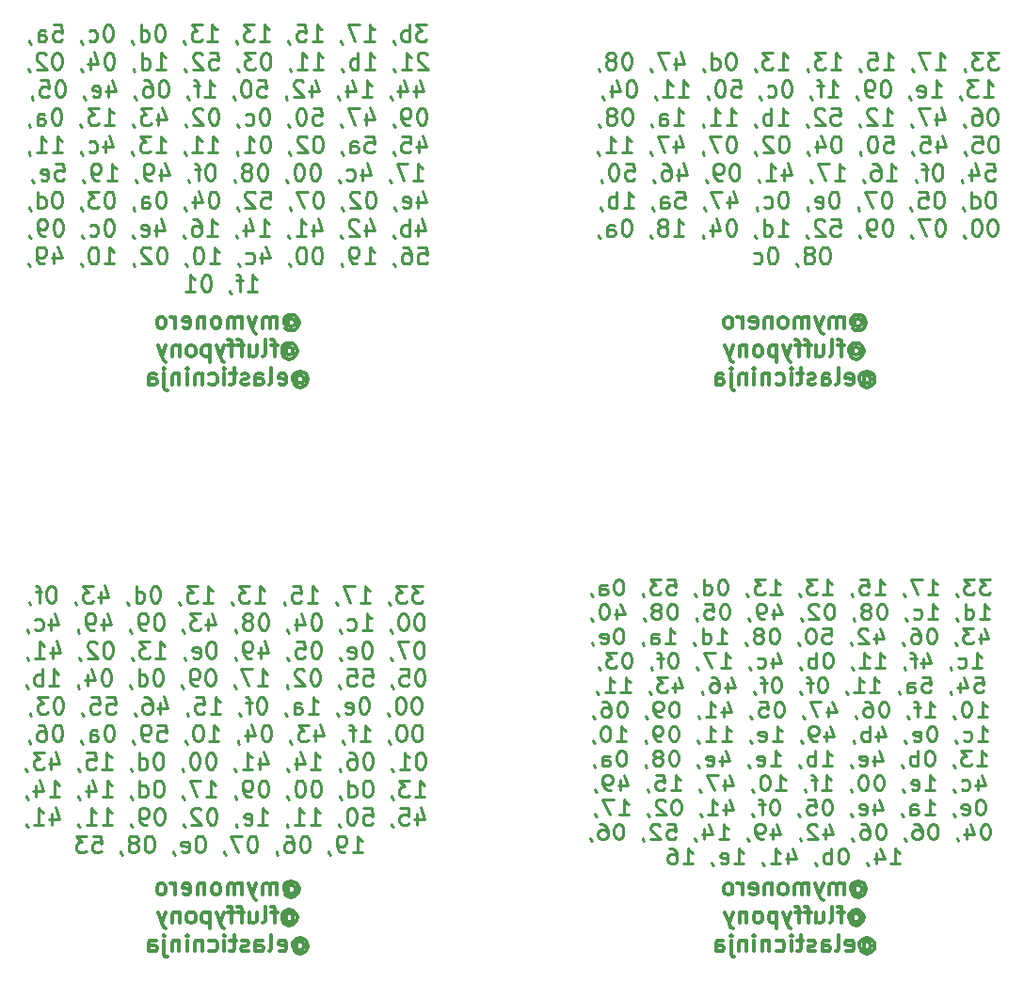
<source format=gbo>
G04 #@! TF.FileFunction,Legend,Bot*
%FSLAX46Y46*%
G04 Gerber Fmt 4.6, Leading zero omitted, Abs format (unit mm)*
G04 Created by KiCad (PCBNEW 4.0.6+dfsg1-1) date Mon Jul  2 22:47:05 2018*
%MOMM*%
%LPD*%
G01*
G04 APERTURE LIST*
%ADD10C,0.100000*%
%ADD11C,0.250000*%
%ADD12C,0.300000*%
G04 APERTURE END LIST*
D10*
D11*
X143571426Y-107788095D02*
X142642855Y-107788095D01*
X143142855Y-108283333D01*
X142928569Y-108283333D01*
X142785712Y-108345238D01*
X142714283Y-108407143D01*
X142642855Y-108530952D01*
X142642855Y-108840476D01*
X142714283Y-108964286D01*
X142785712Y-109026190D01*
X142928569Y-109088095D01*
X143357141Y-109088095D01*
X143499998Y-109026190D01*
X143571426Y-108964286D01*
X142142855Y-107788095D02*
X141214284Y-107788095D01*
X141714284Y-108283333D01*
X141499998Y-108283333D01*
X141357141Y-108345238D01*
X141285712Y-108407143D01*
X141214284Y-108530952D01*
X141214284Y-108840476D01*
X141285712Y-108964286D01*
X141357141Y-109026190D01*
X141499998Y-109088095D01*
X141928570Y-109088095D01*
X142071427Y-109026190D01*
X142142855Y-108964286D01*
X140499999Y-109026190D02*
X140499999Y-109088095D01*
X140571427Y-109211905D01*
X140642856Y-109273810D01*
X137928570Y-109088095D02*
X138785713Y-109088095D01*
X138357141Y-109088095D02*
X138357141Y-107788095D01*
X138499998Y-107973810D01*
X138642856Y-108097619D01*
X138785713Y-108159524D01*
X137428570Y-107788095D02*
X136428570Y-107788095D01*
X137071427Y-109088095D01*
X135785714Y-109026190D02*
X135785714Y-109088095D01*
X135857142Y-109211905D01*
X135928571Y-109273810D01*
X133214285Y-109088095D02*
X134071428Y-109088095D01*
X133642856Y-109088095D02*
X133642856Y-107788095D01*
X133785713Y-107973810D01*
X133928571Y-108097619D01*
X134071428Y-108159524D01*
X131857142Y-107788095D02*
X132571428Y-107788095D01*
X132642857Y-108407143D01*
X132571428Y-108345238D01*
X132428571Y-108283333D01*
X132071428Y-108283333D01*
X131928571Y-108345238D01*
X131857142Y-108407143D01*
X131785714Y-108530952D01*
X131785714Y-108840476D01*
X131857142Y-108964286D01*
X131928571Y-109026190D01*
X132071428Y-109088095D01*
X132428571Y-109088095D01*
X132571428Y-109026190D01*
X132642857Y-108964286D01*
X131071429Y-109026190D02*
X131071429Y-109088095D01*
X131142857Y-109211905D01*
X131214286Y-109273810D01*
X128500000Y-109088095D02*
X129357143Y-109088095D01*
X128928571Y-109088095D02*
X128928571Y-107788095D01*
X129071428Y-107973810D01*
X129214286Y-108097619D01*
X129357143Y-108159524D01*
X128000000Y-107788095D02*
X127071429Y-107788095D01*
X127571429Y-108283333D01*
X127357143Y-108283333D01*
X127214286Y-108345238D01*
X127142857Y-108407143D01*
X127071429Y-108530952D01*
X127071429Y-108840476D01*
X127142857Y-108964286D01*
X127214286Y-109026190D01*
X127357143Y-109088095D01*
X127785715Y-109088095D01*
X127928572Y-109026190D01*
X128000000Y-108964286D01*
X126357144Y-109026190D02*
X126357144Y-109088095D01*
X126428572Y-109211905D01*
X126500001Y-109273810D01*
X123785715Y-109088095D02*
X124642858Y-109088095D01*
X124214286Y-109088095D02*
X124214286Y-107788095D01*
X124357143Y-107973810D01*
X124500001Y-108097619D01*
X124642858Y-108159524D01*
X123285715Y-107788095D02*
X122357144Y-107788095D01*
X122857144Y-108283333D01*
X122642858Y-108283333D01*
X122500001Y-108345238D01*
X122428572Y-108407143D01*
X122357144Y-108530952D01*
X122357144Y-108840476D01*
X122428572Y-108964286D01*
X122500001Y-109026190D01*
X122642858Y-109088095D01*
X123071430Y-109088095D01*
X123214287Y-109026190D01*
X123285715Y-108964286D01*
X121642859Y-109026190D02*
X121642859Y-109088095D01*
X121714287Y-109211905D01*
X121785716Y-109273810D01*
X119571430Y-107788095D02*
X119428573Y-107788095D01*
X119285716Y-107850000D01*
X119214287Y-107911905D01*
X119142858Y-108035714D01*
X119071430Y-108283333D01*
X119071430Y-108592857D01*
X119142858Y-108840476D01*
X119214287Y-108964286D01*
X119285716Y-109026190D01*
X119428573Y-109088095D01*
X119571430Y-109088095D01*
X119714287Y-109026190D01*
X119785716Y-108964286D01*
X119857144Y-108840476D01*
X119928573Y-108592857D01*
X119928573Y-108283333D01*
X119857144Y-108035714D01*
X119785716Y-107911905D01*
X119714287Y-107850000D01*
X119571430Y-107788095D01*
X117785716Y-109088095D02*
X117785716Y-107788095D01*
X117785716Y-109026190D02*
X117928573Y-109088095D01*
X118214287Y-109088095D01*
X118357145Y-109026190D01*
X118428573Y-108964286D01*
X118500002Y-108840476D01*
X118500002Y-108469048D01*
X118428573Y-108345238D01*
X118357145Y-108283333D01*
X118214287Y-108221429D01*
X117928573Y-108221429D01*
X117785716Y-108283333D01*
X117000002Y-109026190D02*
X117000002Y-109088095D01*
X117071430Y-109211905D01*
X117142859Y-109273810D01*
X114500001Y-107788095D02*
X115214287Y-107788095D01*
X115285716Y-108407143D01*
X115214287Y-108345238D01*
X115071430Y-108283333D01*
X114714287Y-108283333D01*
X114571430Y-108345238D01*
X114500001Y-108407143D01*
X114428573Y-108530952D01*
X114428573Y-108840476D01*
X114500001Y-108964286D01*
X114571430Y-109026190D01*
X114714287Y-109088095D01*
X115071430Y-109088095D01*
X115214287Y-109026190D01*
X115285716Y-108964286D01*
X113928573Y-107788095D02*
X113000002Y-107788095D01*
X113500002Y-108283333D01*
X113285716Y-108283333D01*
X113142859Y-108345238D01*
X113071430Y-108407143D01*
X113000002Y-108530952D01*
X113000002Y-108840476D01*
X113071430Y-108964286D01*
X113142859Y-109026190D01*
X113285716Y-109088095D01*
X113714288Y-109088095D01*
X113857145Y-109026190D01*
X113928573Y-108964286D01*
X112285717Y-109026190D02*
X112285717Y-109088095D01*
X112357145Y-109211905D01*
X112428574Y-109273810D01*
X110214288Y-107788095D02*
X110071431Y-107788095D01*
X109928574Y-107850000D01*
X109857145Y-107911905D01*
X109785716Y-108035714D01*
X109714288Y-108283333D01*
X109714288Y-108592857D01*
X109785716Y-108840476D01*
X109857145Y-108964286D01*
X109928574Y-109026190D01*
X110071431Y-109088095D01*
X110214288Y-109088095D01*
X110357145Y-109026190D01*
X110428574Y-108964286D01*
X110500002Y-108840476D01*
X110571431Y-108592857D01*
X110571431Y-108283333D01*
X110500002Y-108035714D01*
X110428574Y-107911905D01*
X110357145Y-107850000D01*
X110214288Y-107788095D01*
X108428574Y-109088095D02*
X108428574Y-108407143D01*
X108500003Y-108283333D01*
X108642860Y-108221429D01*
X108928574Y-108221429D01*
X109071431Y-108283333D01*
X108428574Y-109026190D02*
X108571431Y-109088095D01*
X108928574Y-109088095D01*
X109071431Y-109026190D01*
X109142860Y-108902381D01*
X109142860Y-108778571D01*
X109071431Y-108654762D01*
X108928574Y-108592857D01*
X108571431Y-108592857D01*
X108428574Y-108530952D01*
X107642860Y-109026190D02*
X107642860Y-109088095D01*
X107714288Y-109211905D01*
X107785717Y-109273810D01*
X142607140Y-111288095D02*
X143464283Y-111288095D01*
X143035711Y-111288095D02*
X143035711Y-109988095D01*
X143178568Y-110173810D01*
X143321426Y-110297619D01*
X143464283Y-110359524D01*
X141321426Y-111288095D02*
X141321426Y-109988095D01*
X141321426Y-111226190D02*
X141464283Y-111288095D01*
X141749997Y-111288095D01*
X141892855Y-111226190D01*
X141964283Y-111164286D01*
X142035712Y-111040476D01*
X142035712Y-110669048D01*
X141964283Y-110545238D01*
X141892855Y-110483333D01*
X141749997Y-110421429D01*
X141464283Y-110421429D01*
X141321426Y-110483333D01*
X140535712Y-111226190D02*
X140535712Y-111288095D01*
X140607140Y-111411905D01*
X140678569Y-111473810D01*
X137964283Y-111288095D02*
X138821426Y-111288095D01*
X138392854Y-111288095D02*
X138392854Y-109988095D01*
X138535711Y-110173810D01*
X138678569Y-110297619D01*
X138821426Y-110359524D01*
X136678569Y-111226190D02*
X136821426Y-111288095D01*
X137107140Y-111288095D01*
X137249998Y-111226190D01*
X137321426Y-111164286D01*
X137392855Y-111040476D01*
X137392855Y-110669048D01*
X137321426Y-110545238D01*
X137249998Y-110483333D01*
X137107140Y-110421429D01*
X136821426Y-110421429D01*
X136678569Y-110483333D01*
X135964284Y-111226190D02*
X135964284Y-111288095D01*
X136035712Y-111411905D01*
X136107141Y-111473810D01*
X133892855Y-109988095D02*
X133749998Y-109988095D01*
X133607141Y-110050000D01*
X133535712Y-110111905D01*
X133464283Y-110235714D01*
X133392855Y-110483333D01*
X133392855Y-110792857D01*
X133464283Y-111040476D01*
X133535712Y-111164286D01*
X133607141Y-111226190D01*
X133749998Y-111288095D01*
X133892855Y-111288095D01*
X134035712Y-111226190D01*
X134107141Y-111164286D01*
X134178569Y-111040476D01*
X134249998Y-110792857D01*
X134249998Y-110483333D01*
X134178569Y-110235714D01*
X134107141Y-110111905D01*
X134035712Y-110050000D01*
X133892855Y-109988095D01*
X132535712Y-110545238D02*
X132678570Y-110483333D01*
X132749998Y-110421429D01*
X132821427Y-110297619D01*
X132821427Y-110235714D01*
X132749998Y-110111905D01*
X132678570Y-110050000D01*
X132535712Y-109988095D01*
X132249998Y-109988095D01*
X132107141Y-110050000D01*
X132035712Y-110111905D01*
X131964284Y-110235714D01*
X131964284Y-110297619D01*
X132035712Y-110421429D01*
X132107141Y-110483333D01*
X132249998Y-110545238D01*
X132535712Y-110545238D01*
X132678570Y-110607143D01*
X132749998Y-110669048D01*
X132821427Y-110792857D01*
X132821427Y-111040476D01*
X132749998Y-111164286D01*
X132678570Y-111226190D01*
X132535712Y-111288095D01*
X132249998Y-111288095D01*
X132107141Y-111226190D01*
X132035712Y-111164286D01*
X131964284Y-111040476D01*
X131964284Y-110792857D01*
X132035712Y-110669048D01*
X132107141Y-110607143D01*
X132249998Y-110545238D01*
X131249999Y-111226190D02*
X131249999Y-111288095D01*
X131321427Y-111411905D01*
X131392856Y-111473810D01*
X129178570Y-109988095D02*
X129035713Y-109988095D01*
X128892856Y-110050000D01*
X128821427Y-110111905D01*
X128749998Y-110235714D01*
X128678570Y-110483333D01*
X128678570Y-110792857D01*
X128749998Y-111040476D01*
X128821427Y-111164286D01*
X128892856Y-111226190D01*
X129035713Y-111288095D01*
X129178570Y-111288095D01*
X129321427Y-111226190D01*
X129392856Y-111164286D01*
X129464284Y-111040476D01*
X129535713Y-110792857D01*
X129535713Y-110483333D01*
X129464284Y-110235714D01*
X129392856Y-110111905D01*
X129321427Y-110050000D01*
X129178570Y-109988095D01*
X128107142Y-110111905D02*
X128035713Y-110050000D01*
X127892856Y-109988095D01*
X127535713Y-109988095D01*
X127392856Y-110050000D01*
X127321427Y-110111905D01*
X127249999Y-110235714D01*
X127249999Y-110359524D01*
X127321427Y-110545238D01*
X128178570Y-111288095D01*
X127249999Y-111288095D01*
X126535714Y-111226190D02*
X126535714Y-111288095D01*
X126607142Y-111411905D01*
X126678571Y-111473810D01*
X124107142Y-110421429D02*
X124107142Y-111288095D01*
X124464285Y-109926190D02*
X124821428Y-110854762D01*
X123892856Y-110854762D01*
X123250000Y-111288095D02*
X122964285Y-111288095D01*
X122821428Y-111226190D01*
X122750000Y-111164286D01*
X122607142Y-110978571D01*
X122535714Y-110730952D01*
X122535714Y-110235714D01*
X122607142Y-110111905D01*
X122678571Y-110050000D01*
X122821428Y-109988095D01*
X123107142Y-109988095D01*
X123250000Y-110050000D01*
X123321428Y-110111905D01*
X123392857Y-110235714D01*
X123392857Y-110545238D01*
X123321428Y-110669048D01*
X123250000Y-110730952D01*
X123107142Y-110792857D01*
X122821428Y-110792857D01*
X122678571Y-110730952D01*
X122607142Y-110669048D01*
X122535714Y-110545238D01*
X121821429Y-111226190D02*
X121821429Y-111288095D01*
X121892857Y-111411905D01*
X121964286Y-111473810D01*
X119750000Y-109988095D02*
X119607143Y-109988095D01*
X119464286Y-110050000D01*
X119392857Y-110111905D01*
X119321428Y-110235714D01*
X119250000Y-110483333D01*
X119250000Y-110792857D01*
X119321428Y-111040476D01*
X119392857Y-111164286D01*
X119464286Y-111226190D01*
X119607143Y-111288095D01*
X119750000Y-111288095D01*
X119892857Y-111226190D01*
X119964286Y-111164286D01*
X120035714Y-111040476D01*
X120107143Y-110792857D01*
X120107143Y-110483333D01*
X120035714Y-110235714D01*
X119964286Y-110111905D01*
X119892857Y-110050000D01*
X119750000Y-109988095D01*
X117892857Y-109988095D02*
X118607143Y-109988095D01*
X118678572Y-110607143D01*
X118607143Y-110545238D01*
X118464286Y-110483333D01*
X118107143Y-110483333D01*
X117964286Y-110545238D01*
X117892857Y-110607143D01*
X117821429Y-110730952D01*
X117821429Y-111040476D01*
X117892857Y-111164286D01*
X117964286Y-111226190D01*
X118107143Y-111288095D01*
X118464286Y-111288095D01*
X118607143Y-111226190D01*
X118678572Y-111164286D01*
X117107144Y-111226190D02*
X117107144Y-111288095D01*
X117178572Y-111411905D01*
X117250001Y-111473810D01*
X115035715Y-109988095D02*
X114892858Y-109988095D01*
X114750001Y-110050000D01*
X114678572Y-110111905D01*
X114607143Y-110235714D01*
X114535715Y-110483333D01*
X114535715Y-110792857D01*
X114607143Y-111040476D01*
X114678572Y-111164286D01*
X114750001Y-111226190D01*
X114892858Y-111288095D01*
X115035715Y-111288095D01*
X115178572Y-111226190D01*
X115250001Y-111164286D01*
X115321429Y-111040476D01*
X115392858Y-110792857D01*
X115392858Y-110483333D01*
X115321429Y-110235714D01*
X115250001Y-110111905D01*
X115178572Y-110050000D01*
X115035715Y-109988095D01*
X113678572Y-110545238D02*
X113821430Y-110483333D01*
X113892858Y-110421429D01*
X113964287Y-110297619D01*
X113964287Y-110235714D01*
X113892858Y-110111905D01*
X113821430Y-110050000D01*
X113678572Y-109988095D01*
X113392858Y-109988095D01*
X113250001Y-110050000D01*
X113178572Y-110111905D01*
X113107144Y-110235714D01*
X113107144Y-110297619D01*
X113178572Y-110421429D01*
X113250001Y-110483333D01*
X113392858Y-110545238D01*
X113678572Y-110545238D01*
X113821430Y-110607143D01*
X113892858Y-110669048D01*
X113964287Y-110792857D01*
X113964287Y-111040476D01*
X113892858Y-111164286D01*
X113821430Y-111226190D01*
X113678572Y-111288095D01*
X113392858Y-111288095D01*
X113250001Y-111226190D01*
X113178572Y-111164286D01*
X113107144Y-111040476D01*
X113107144Y-110792857D01*
X113178572Y-110669048D01*
X113250001Y-110607143D01*
X113392858Y-110545238D01*
X112392859Y-111226190D02*
X112392859Y-111288095D01*
X112464287Y-111411905D01*
X112535716Y-111473810D01*
X109964287Y-110421429D02*
X109964287Y-111288095D01*
X110321430Y-109926190D02*
X110678573Y-110854762D01*
X109750001Y-110854762D01*
X108892859Y-109988095D02*
X108750002Y-109988095D01*
X108607145Y-110050000D01*
X108535716Y-110111905D01*
X108464287Y-110235714D01*
X108392859Y-110483333D01*
X108392859Y-110792857D01*
X108464287Y-111040476D01*
X108535716Y-111164286D01*
X108607145Y-111226190D01*
X108750002Y-111288095D01*
X108892859Y-111288095D01*
X109035716Y-111226190D01*
X109107145Y-111164286D01*
X109178573Y-111040476D01*
X109250002Y-110792857D01*
X109250002Y-110483333D01*
X109178573Y-110235714D01*
X109107145Y-110111905D01*
X109035716Y-110050000D01*
X108892859Y-109988095D01*
X107678574Y-111226190D02*
X107678574Y-111288095D01*
X107750002Y-111411905D01*
X107821431Y-111473810D01*
X142714283Y-112621429D02*
X142714283Y-113488095D01*
X143071426Y-112126190D02*
X143428569Y-113054762D01*
X142499997Y-113054762D01*
X142071426Y-112188095D02*
X141142855Y-112188095D01*
X141642855Y-112683333D01*
X141428569Y-112683333D01*
X141285712Y-112745238D01*
X141214283Y-112807143D01*
X141142855Y-112930952D01*
X141142855Y-113240476D01*
X141214283Y-113364286D01*
X141285712Y-113426190D01*
X141428569Y-113488095D01*
X141857141Y-113488095D01*
X141999998Y-113426190D01*
X142071426Y-113364286D01*
X140428570Y-113426190D02*
X140428570Y-113488095D01*
X140499998Y-113611905D01*
X140571427Y-113673810D01*
X138357141Y-112188095D02*
X138214284Y-112188095D01*
X138071427Y-112250000D01*
X137999998Y-112311905D01*
X137928569Y-112435714D01*
X137857141Y-112683333D01*
X137857141Y-112992857D01*
X137928569Y-113240476D01*
X137999998Y-113364286D01*
X138071427Y-113426190D01*
X138214284Y-113488095D01*
X138357141Y-113488095D01*
X138499998Y-113426190D01*
X138571427Y-113364286D01*
X138642855Y-113240476D01*
X138714284Y-112992857D01*
X138714284Y-112683333D01*
X138642855Y-112435714D01*
X138571427Y-112311905D01*
X138499998Y-112250000D01*
X138357141Y-112188095D01*
X136571427Y-112188095D02*
X136857141Y-112188095D01*
X136999998Y-112250000D01*
X137071427Y-112311905D01*
X137214284Y-112497619D01*
X137285713Y-112745238D01*
X137285713Y-113240476D01*
X137214284Y-113364286D01*
X137142856Y-113426190D01*
X136999998Y-113488095D01*
X136714284Y-113488095D01*
X136571427Y-113426190D01*
X136499998Y-113364286D01*
X136428570Y-113240476D01*
X136428570Y-112930952D01*
X136499998Y-112807143D01*
X136571427Y-112745238D01*
X136714284Y-112683333D01*
X136999998Y-112683333D01*
X137142856Y-112745238D01*
X137214284Y-112807143D01*
X137285713Y-112930952D01*
X135714285Y-113426190D02*
X135714285Y-113488095D01*
X135785713Y-113611905D01*
X135857142Y-113673810D01*
X133285713Y-112621429D02*
X133285713Y-113488095D01*
X133642856Y-112126190D02*
X133999999Y-113054762D01*
X133071427Y-113054762D01*
X132571428Y-112311905D02*
X132499999Y-112250000D01*
X132357142Y-112188095D01*
X131999999Y-112188095D01*
X131857142Y-112250000D01*
X131785713Y-112311905D01*
X131714285Y-112435714D01*
X131714285Y-112559524D01*
X131785713Y-112745238D01*
X132642856Y-113488095D01*
X131714285Y-113488095D01*
X131000000Y-113426190D02*
X131000000Y-113488095D01*
X131071428Y-113611905D01*
X131142857Y-113673810D01*
X128499999Y-112188095D02*
X129214285Y-112188095D01*
X129285714Y-112807143D01*
X129214285Y-112745238D01*
X129071428Y-112683333D01*
X128714285Y-112683333D01*
X128571428Y-112745238D01*
X128499999Y-112807143D01*
X128428571Y-112930952D01*
X128428571Y-113240476D01*
X128499999Y-113364286D01*
X128571428Y-113426190D01*
X128714285Y-113488095D01*
X129071428Y-113488095D01*
X129214285Y-113426190D01*
X129285714Y-113364286D01*
X127500000Y-112188095D02*
X127357143Y-112188095D01*
X127214286Y-112250000D01*
X127142857Y-112311905D01*
X127071428Y-112435714D01*
X127000000Y-112683333D01*
X127000000Y-112992857D01*
X127071428Y-113240476D01*
X127142857Y-113364286D01*
X127214286Y-113426190D01*
X127357143Y-113488095D01*
X127500000Y-113488095D01*
X127642857Y-113426190D01*
X127714286Y-113364286D01*
X127785714Y-113240476D01*
X127857143Y-112992857D01*
X127857143Y-112683333D01*
X127785714Y-112435714D01*
X127714286Y-112311905D01*
X127642857Y-112250000D01*
X127500000Y-112188095D01*
X126285715Y-113426190D02*
X126285715Y-113488095D01*
X126357143Y-113611905D01*
X126428572Y-113673810D01*
X124214286Y-112188095D02*
X124071429Y-112188095D01*
X123928572Y-112250000D01*
X123857143Y-112311905D01*
X123785714Y-112435714D01*
X123714286Y-112683333D01*
X123714286Y-112992857D01*
X123785714Y-113240476D01*
X123857143Y-113364286D01*
X123928572Y-113426190D01*
X124071429Y-113488095D01*
X124214286Y-113488095D01*
X124357143Y-113426190D01*
X124428572Y-113364286D01*
X124500000Y-113240476D01*
X124571429Y-112992857D01*
X124571429Y-112683333D01*
X124500000Y-112435714D01*
X124428572Y-112311905D01*
X124357143Y-112250000D01*
X124214286Y-112188095D01*
X122857143Y-112745238D02*
X123000001Y-112683333D01*
X123071429Y-112621429D01*
X123142858Y-112497619D01*
X123142858Y-112435714D01*
X123071429Y-112311905D01*
X123000001Y-112250000D01*
X122857143Y-112188095D01*
X122571429Y-112188095D01*
X122428572Y-112250000D01*
X122357143Y-112311905D01*
X122285715Y-112435714D01*
X122285715Y-112497619D01*
X122357143Y-112621429D01*
X122428572Y-112683333D01*
X122571429Y-112745238D01*
X122857143Y-112745238D01*
X123000001Y-112807143D01*
X123071429Y-112869048D01*
X123142858Y-112992857D01*
X123142858Y-113240476D01*
X123071429Y-113364286D01*
X123000001Y-113426190D01*
X122857143Y-113488095D01*
X122571429Y-113488095D01*
X122428572Y-113426190D01*
X122357143Y-113364286D01*
X122285715Y-113240476D01*
X122285715Y-112992857D01*
X122357143Y-112869048D01*
X122428572Y-112807143D01*
X122571429Y-112745238D01*
X121571430Y-113426190D02*
X121571430Y-113488095D01*
X121642858Y-113611905D01*
X121714287Y-113673810D01*
X119000001Y-113488095D02*
X119857144Y-113488095D01*
X119428572Y-113488095D02*
X119428572Y-112188095D01*
X119571429Y-112373810D01*
X119714287Y-112497619D01*
X119857144Y-112559524D01*
X117714287Y-113488095D02*
X117714287Y-112188095D01*
X117714287Y-113426190D02*
X117857144Y-113488095D01*
X118142858Y-113488095D01*
X118285716Y-113426190D01*
X118357144Y-113364286D01*
X118428573Y-113240476D01*
X118428573Y-112869048D01*
X118357144Y-112745238D01*
X118285716Y-112683333D01*
X118142858Y-112621429D01*
X117857144Y-112621429D01*
X117714287Y-112683333D01*
X116928573Y-113426190D02*
X116928573Y-113488095D01*
X117000001Y-113611905D01*
X117071430Y-113673810D01*
X114357144Y-113488095D02*
X115214287Y-113488095D01*
X114785715Y-113488095D02*
X114785715Y-112188095D01*
X114928572Y-112373810D01*
X115071430Y-112497619D01*
X115214287Y-112559524D01*
X113071430Y-113488095D02*
X113071430Y-112807143D01*
X113142859Y-112683333D01*
X113285716Y-112621429D01*
X113571430Y-112621429D01*
X113714287Y-112683333D01*
X113071430Y-113426190D02*
X113214287Y-113488095D01*
X113571430Y-113488095D01*
X113714287Y-113426190D01*
X113785716Y-113302381D01*
X113785716Y-113178571D01*
X113714287Y-113054762D01*
X113571430Y-112992857D01*
X113214287Y-112992857D01*
X113071430Y-112930952D01*
X112285716Y-113426190D02*
X112285716Y-113488095D01*
X112357144Y-113611905D01*
X112428573Y-113673810D01*
X110214287Y-112188095D02*
X110071430Y-112188095D01*
X109928573Y-112250000D01*
X109857144Y-112311905D01*
X109785715Y-112435714D01*
X109714287Y-112683333D01*
X109714287Y-112992857D01*
X109785715Y-113240476D01*
X109857144Y-113364286D01*
X109928573Y-113426190D01*
X110071430Y-113488095D01*
X110214287Y-113488095D01*
X110357144Y-113426190D01*
X110428573Y-113364286D01*
X110500001Y-113240476D01*
X110571430Y-112992857D01*
X110571430Y-112683333D01*
X110500001Y-112435714D01*
X110428573Y-112311905D01*
X110357144Y-112250000D01*
X110214287Y-112188095D01*
X108500002Y-113426190D02*
X108642859Y-113488095D01*
X108928573Y-113488095D01*
X109071430Y-113426190D01*
X109142859Y-113302381D01*
X109142859Y-112807143D01*
X109071430Y-112683333D01*
X108928573Y-112621429D01*
X108642859Y-112621429D01*
X108500002Y-112683333D01*
X108428573Y-112807143D01*
X108428573Y-112930952D01*
X109142859Y-113054762D01*
X107714288Y-113426190D02*
X107714288Y-113488095D01*
X107785716Y-113611905D01*
X107857145Y-113673810D01*
X141964284Y-115688095D02*
X142821427Y-115688095D01*
X142392855Y-115688095D02*
X142392855Y-114388095D01*
X142535712Y-114573810D01*
X142678570Y-114697619D01*
X142821427Y-114759524D01*
X140678570Y-115626190D02*
X140821427Y-115688095D01*
X141107141Y-115688095D01*
X141249999Y-115626190D01*
X141321427Y-115564286D01*
X141392856Y-115440476D01*
X141392856Y-115069048D01*
X141321427Y-114945238D01*
X141249999Y-114883333D01*
X141107141Y-114821429D01*
X140821427Y-114821429D01*
X140678570Y-114883333D01*
X139964285Y-115626190D02*
X139964285Y-115688095D01*
X140035713Y-115811905D01*
X140107142Y-115873810D01*
X137535713Y-114821429D02*
X137535713Y-115688095D01*
X137892856Y-114326190D02*
X138249999Y-115254762D01*
X137321427Y-115254762D01*
X136964285Y-114821429D02*
X136392856Y-114821429D01*
X136749999Y-115688095D02*
X136749999Y-114573810D01*
X136678571Y-114450000D01*
X136535713Y-114388095D01*
X136392856Y-114388095D01*
X135821428Y-115626190D02*
X135821428Y-115688095D01*
X135892856Y-115811905D01*
X135964285Y-115873810D01*
X133249999Y-115688095D02*
X134107142Y-115688095D01*
X133678570Y-115688095D02*
X133678570Y-114388095D01*
X133821427Y-114573810D01*
X133964285Y-114697619D01*
X134107142Y-114759524D01*
X131821428Y-115688095D02*
X132678571Y-115688095D01*
X132249999Y-115688095D02*
X132249999Y-114388095D01*
X132392856Y-114573810D01*
X132535714Y-114697619D01*
X132678571Y-114759524D01*
X131107143Y-115626190D02*
X131107143Y-115688095D01*
X131178571Y-115811905D01*
X131250000Y-115873810D01*
X129035714Y-114388095D02*
X128892857Y-114388095D01*
X128750000Y-114450000D01*
X128678571Y-114511905D01*
X128607142Y-114635714D01*
X128535714Y-114883333D01*
X128535714Y-115192857D01*
X128607142Y-115440476D01*
X128678571Y-115564286D01*
X128750000Y-115626190D01*
X128892857Y-115688095D01*
X129035714Y-115688095D01*
X129178571Y-115626190D01*
X129250000Y-115564286D01*
X129321428Y-115440476D01*
X129392857Y-115192857D01*
X129392857Y-114883333D01*
X129321428Y-114635714D01*
X129250000Y-114511905D01*
X129178571Y-114450000D01*
X129035714Y-114388095D01*
X127892857Y-115688095D02*
X127892857Y-114388095D01*
X127892857Y-114883333D02*
X127750000Y-114821429D01*
X127464286Y-114821429D01*
X127321429Y-114883333D01*
X127250000Y-114945238D01*
X127178571Y-115069048D01*
X127178571Y-115440476D01*
X127250000Y-115564286D01*
X127321429Y-115626190D01*
X127464286Y-115688095D01*
X127750000Y-115688095D01*
X127892857Y-115626190D01*
X126464286Y-115626190D02*
X126464286Y-115688095D01*
X126535714Y-115811905D01*
X126607143Y-115873810D01*
X124035714Y-114821429D02*
X124035714Y-115688095D01*
X124392857Y-114326190D02*
X124750000Y-115254762D01*
X123821428Y-115254762D01*
X122607143Y-115626190D02*
X122750000Y-115688095D01*
X123035714Y-115688095D01*
X123178572Y-115626190D01*
X123250000Y-115564286D01*
X123321429Y-115440476D01*
X123321429Y-115069048D01*
X123250000Y-114945238D01*
X123178572Y-114883333D01*
X123035714Y-114821429D01*
X122750000Y-114821429D01*
X122607143Y-114883333D01*
X121892858Y-115626190D02*
X121892858Y-115688095D01*
X121964286Y-115811905D01*
X122035715Y-115873810D01*
X119321429Y-115688095D02*
X120178572Y-115688095D01*
X119750000Y-115688095D02*
X119750000Y-114388095D01*
X119892857Y-114573810D01*
X120035715Y-114697619D01*
X120178572Y-114759524D01*
X118821429Y-114388095D02*
X117821429Y-114388095D01*
X118464286Y-115688095D01*
X117178573Y-115626190D02*
X117178573Y-115688095D01*
X117250001Y-115811905D01*
X117321430Y-115873810D01*
X115107144Y-114388095D02*
X114964287Y-114388095D01*
X114821430Y-114450000D01*
X114750001Y-114511905D01*
X114678572Y-114635714D01*
X114607144Y-114883333D01*
X114607144Y-115192857D01*
X114678572Y-115440476D01*
X114750001Y-115564286D01*
X114821430Y-115626190D01*
X114964287Y-115688095D01*
X115107144Y-115688095D01*
X115250001Y-115626190D01*
X115321430Y-115564286D01*
X115392858Y-115440476D01*
X115464287Y-115192857D01*
X115464287Y-114883333D01*
X115392858Y-114635714D01*
X115321430Y-114511905D01*
X115250001Y-114450000D01*
X115107144Y-114388095D01*
X114178573Y-114821429D02*
X113607144Y-114821429D01*
X113964287Y-115688095D02*
X113964287Y-114573810D01*
X113892859Y-114450000D01*
X113750001Y-114388095D01*
X113607144Y-114388095D01*
X113035716Y-115626190D02*
X113035716Y-115688095D01*
X113107144Y-115811905D01*
X113178573Y-115873810D01*
X110964287Y-114388095D02*
X110821430Y-114388095D01*
X110678573Y-114450000D01*
X110607144Y-114511905D01*
X110535715Y-114635714D01*
X110464287Y-114883333D01*
X110464287Y-115192857D01*
X110535715Y-115440476D01*
X110607144Y-115564286D01*
X110678573Y-115626190D01*
X110821430Y-115688095D01*
X110964287Y-115688095D01*
X111107144Y-115626190D01*
X111178573Y-115564286D01*
X111250001Y-115440476D01*
X111321430Y-115192857D01*
X111321430Y-114883333D01*
X111250001Y-114635714D01*
X111178573Y-114511905D01*
X111107144Y-114450000D01*
X110964287Y-114388095D01*
X109964287Y-114388095D02*
X109035716Y-114388095D01*
X109535716Y-114883333D01*
X109321430Y-114883333D01*
X109178573Y-114945238D01*
X109107144Y-115007143D01*
X109035716Y-115130952D01*
X109035716Y-115440476D01*
X109107144Y-115564286D01*
X109178573Y-115626190D01*
X109321430Y-115688095D01*
X109750002Y-115688095D01*
X109892859Y-115626190D01*
X109964287Y-115564286D01*
X108321431Y-115626190D02*
X108321431Y-115688095D01*
X108392859Y-115811905D01*
X108464288Y-115873810D01*
X142178569Y-116588095D02*
X142892855Y-116588095D01*
X142964284Y-117207143D01*
X142892855Y-117145238D01*
X142749998Y-117083333D01*
X142392855Y-117083333D01*
X142249998Y-117145238D01*
X142178569Y-117207143D01*
X142107141Y-117330952D01*
X142107141Y-117640476D01*
X142178569Y-117764286D01*
X142249998Y-117826190D01*
X142392855Y-117888095D01*
X142749998Y-117888095D01*
X142892855Y-117826190D01*
X142964284Y-117764286D01*
X140821427Y-117021429D02*
X140821427Y-117888095D01*
X141178570Y-116526190D02*
X141535713Y-117454762D01*
X140607141Y-117454762D01*
X139964285Y-117826190D02*
X139964285Y-117888095D01*
X140035713Y-118011905D01*
X140107142Y-118073810D01*
X137464284Y-116588095D02*
X138178570Y-116588095D01*
X138249999Y-117207143D01*
X138178570Y-117145238D01*
X138035713Y-117083333D01*
X137678570Y-117083333D01*
X137535713Y-117145238D01*
X137464284Y-117207143D01*
X137392856Y-117330952D01*
X137392856Y-117640476D01*
X137464284Y-117764286D01*
X137535713Y-117826190D01*
X137678570Y-117888095D01*
X138035713Y-117888095D01*
X138178570Y-117826190D01*
X138249999Y-117764286D01*
X136107142Y-117888095D02*
X136107142Y-117207143D01*
X136178571Y-117083333D01*
X136321428Y-117021429D01*
X136607142Y-117021429D01*
X136749999Y-117083333D01*
X136107142Y-117826190D02*
X136249999Y-117888095D01*
X136607142Y-117888095D01*
X136749999Y-117826190D01*
X136821428Y-117702381D01*
X136821428Y-117578571D01*
X136749999Y-117454762D01*
X136607142Y-117392857D01*
X136249999Y-117392857D01*
X136107142Y-117330952D01*
X135321428Y-117826190D02*
X135321428Y-117888095D01*
X135392856Y-118011905D01*
X135464285Y-118073810D01*
X132749999Y-117888095D02*
X133607142Y-117888095D01*
X133178570Y-117888095D02*
X133178570Y-116588095D01*
X133321427Y-116773810D01*
X133464285Y-116897619D01*
X133607142Y-116959524D01*
X131321428Y-117888095D02*
X132178571Y-117888095D01*
X131749999Y-117888095D02*
X131749999Y-116588095D01*
X131892856Y-116773810D01*
X132035714Y-116897619D01*
X132178571Y-116959524D01*
X130607143Y-117826190D02*
X130607143Y-117888095D01*
X130678571Y-118011905D01*
X130750000Y-118073810D01*
X128535714Y-116588095D02*
X128392857Y-116588095D01*
X128250000Y-116650000D01*
X128178571Y-116711905D01*
X128107142Y-116835714D01*
X128035714Y-117083333D01*
X128035714Y-117392857D01*
X128107142Y-117640476D01*
X128178571Y-117764286D01*
X128250000Y-117826190D01*
X128392857Y-117888095D01*
X128535714Y-117888095D01*
X128678571Y-117826190D01*
X128750000Y-117764286D01*
X128821428Y-117640476D01*
X128892857Y-117392857D01*
X128892857Y-117083333D01*
X128821428Y-116835714D01*
X128750000Y-116711905D01*
X128678571Y-116650000D01*
X128535714Y-116588095D01*
X127607143Y-117021429D02*
X127035714Y-117021429D01*
X127392857Y-117888095D02*
X127392857Y-116773810D01*
X127321429Y-116650000D01*
X127178571Y-116588095D01*
X127035714Y-116588095D01*
X126464286Y-117826190D02*
X126464286Y-117888095D01*
X126535714Y-118011905D01*
X126607143Y-118073810D01*
X124392857Y-116588095D02*
X124250000Y-116588095D01*
X124107143Y-116650000D01*
X124035714Y-116711905D01*
X123964285Y-116835714D01*
X123892857Y-117083333D01*
X123892857Y-117392857D01*
X123964285Y-117640476D01*
X124035714Y-117764286D01*
X124107143Y-117826190D01*
X124250000Y-117888095D01*
X124392857Y-117888095D01*
X124535714Y-117826190D01*
X124607143Y-117764286D01*
X124678571Y-117640476D01*
X124750000Y-117392857D01*
X124750000Y-117083333D01*
X124678571Y-116835714D01*
X124607143Y-116711905D01*
X124535714Y-116650000D01*
X124392857Y-116588095D01*
X123464286Y-117021429D02*
X122892857Y-117021429D01*
X123250000Y-117888095D02*
X123250000Y-116773810D01*
X123178572Y-116650000D01*
X123035714Y-116588095D01*
X122892857Y-116588095D01*
X122321429Y-117826190D02*
X122321429Y-117888095D01*
X122392857Y-118011905D01*
X122464286Y-118073810D01*
X119892857Y-117021429D02*
X119892857Y-117888095D01*
X120250000Y-116526190D02*
X120607143Y-117454762D01*
X119678571Y-117454762D01*
X118464286Y-116588095D02*
X118750000Y-116588095D01*
X118892857Y-116650000D01*
X118964286Y-116711905D01*
X119107143Y-116897619D01*
X119178572Y-117145238D01*
X119178572Y-117640476D01*
X119107143Y-117764286D01*
X119035715Y-117826190D01*
X118892857Y-117888095D01*
X118607143Y-117888095D01*
X118464286Y-117826190D01*
X118392857Y-117764286D01*
X118321429Y-117640476D01*
X118321429Y-117330952D01*
X118392857Y-117207143D01*
X118464286Y-117145238D01*
X118607143Y-117083333D01*
X118892857Y-117083333D01*
X119035715Y-117145238D01*
X119107143Y-117207143D01*
X119178572Y-117330952D01*
X117607144Y-117826190D02*
X117607144Y-117888095D01*
X117678572Y-118011905D01*
X117750001Y-118073810D01*
X115178572Y-117021429D02*
X115178572Y-117888095D01*
X115535715Y-116526190D02*
X115892858Y-117454762D01*
X114964286Y-117454762D01*
X114535715Y-116588095D02*
X113607144Y-116588095D01*
X114107144Y-117083333D01*
X113892858Y-117083333D01*
X113750001Y-117145238D01*
X113678572Y-117207143D01*
X113607144Y-117330952D01*
X113607144Y-117640476D01*
X113678572Y-117764286D01*
X113750001Y-117826190D01*
X113892858Y-117888095D01*
X114321430Y-117888095D01*
X114464287Y-117826190D01*
X114535715Y-117764286D01*
X112892859Y-117826190D02*
X112892859Y-117888095D01*
X112964287Y-118011905D01*
X113035716Y-118073810D01*
X110321430Y-117888095D02*
X111178573Y-117888095D01*
X110750001Y-117888095D02*
X110750001Y-116588095D01*
X110892858Y-116773810D01*
X111035716Y-116897619D01*
X111178573Y-116959524D01*
X108892859Y-117888095D02*
X109750002Y-117888095D01*
X109321430Y-117888095D02*
X109321430Y-116588095D01*
X109464287Y-116773810D01*
X109607145Y-116897619D01*
X109750002Y-116959524D01*
X108178574Y-117826190D02*
X108178574Y-117888095D01*
X108250002Y-118011905D01*
X108321431Y-118073810D01*
X142428569Y-120088095D02*
X143285712Y-120088095D01*
X142857140Y-120088095D02*
X142857140Y-118788095D01*
X142999997Y-118973810D01*
X143142855Y-119097619D01*
X143285712Y-119159524D01*
X141499998Y-118788095D02*
X141357141Y-118788095D01*
X141214284Y-118850000D01*
X141142855Y-118911905D01*
X141071426Y-119035714D01*
X140999998Y-119283333D01*
X140999998Y-119592857D01*
X141071426Y-119840476D01*
X141142855Y-119964286D01*
X141214284Y-120026190D01*
X141357141Y-120088095D01*
X141499998Y-120088095D01*
X141642855Y-120026190D01*
X141714284Y-119964286D01*
X141785712Y-119840476D01*
X141857141Y-119592857D01*
X141857141Y-119283333D01*
X141785712Y-119035714D01*
X141714284Y-118911905D01*
X141642855Y-118850000D01*
X141499998Y-118788095D01*
X140285713Y-120026190D02*
X140285713Y-120088095D01*
X140357141Y-120211905D01*
X140428570Y-120273810D01*
X137714284Y-120088095D02*
X138571427Y-120088095D01*
X138142855Y-120088095D02*
X138142855Y-118788095D01*
X138285712Y-118973810D01*
X138428570Y-119097619D01*
X138571427Y-119159524D01*
X137285713Y-119221429D02*
X136714284Y-119221429D01*
X137071427Y-120088095D02*
X137071427Y-118973810D01*
X136999999Y-118850000D01*
X136857141Y-118788095D01*
X136714284Y-118788095D01*
X136142856Y-120026190D02*
X136142856Y-120088095D01*
X136214284Y-120211905D01*
X136285713Y-120273810D01*
X134071427Y-118788095D02*
X133928570Y-118788095D01*
X133785713Y-118850000D01*
X133714284Y-118911905D01*
X133642855Y-119035714D01*
X133571427Y-119283333D01*
X133571427Y-119592857D01*
X133642855Y-119840476D01*
X133714284Y-119964286D01*
X133785713Y-120026190D01*
X133928570Y-120088095D01*
X134071427Y-120088095D01*
X134214284Y-120026190D01*
X134285713Y-119964286D01*
X134357141Y-119840476D01*
X134428570Y-119592857D01*
X134428570Y-119283333D01*
X134357141Y-119035714D01*
X134285713Y-118911905D01*
X134214284Y-118850000D01*
X134071427Y-118788095D01*
X132285713Y-118788095D02*
X132571427Y-118788095D01*
X132714284Y-118850000D01*
X132785713Y-118911905D01*
X132928570Y-119097619D01*
X132999999Y-119345238D01*
X132999999Y-119840476D01*
X132928570Y-119964286D01*
X132857142Y-120026190D01*
X132714284Y-120088095D01*
X132428570Y-120088095D01*
X132285713Y-120026190D01*
X132214284Y-119964286D01*
X132142856Y-119840476D01*
X132142856Y-119530952D01*
X132214284Y-119407143D01*
X132285713Y-119345238D01*
X132428570Y-119283333D01*
X132714284Y-119283333D01*
X132857142Y-119345238D01*
X132928570Y-119407143D01*
X132999999Y-119530952D01*
X131428571Y-120026190D02*
X131428571Y-120088095D01*
X131499999Y-120211905D01*
X131571428Y-120273810D01*
X128999999Y-119221429D02*
X128999999Y-120088095D01*
X129357142Y-118726190D02*
X129714285Y-119654762D01*
X128785713Y-119654762D01*
X128357142Y-118788095D02*
X127357142Y-118788095D01*
X127999999Y-120088095D01*
X126714286Y-120026190D02*
X126714286Y-120088095D01*
X126785714Y-120211905D01*
X126857143Y-120273810D01*
X124642857Y-118788095D02*
X124500000Y-118788095D01*
X124357143Y-118850000D01*
X124285714Y-118911905D01*
X124214285Y-119035714D01*
X124142857Y-119283333D01*
X124142857Y-119592857D01*
X124214285Y-119840476D01*
X124285714Y-119964286D01*
X124357143Y-120026190D01*
X124500000Y-120088095D01*
X124642857Y-120088095D01*
X124785714Y-120026190D01*
X124857143Y-119964286D01*
X124928571Y-119840476D01*
X125000000Y-119592857D01*
X125000000Y-119283333D01*
X124928571Y-119035714D01*
X124857143Y-118911905D01*
X124785714Y-118850000D01*
X124642857Y-118788095D01*
X122785714Y-118788095D02*
X123500000Y-118788095D01*
X123571429Y-119407143D01*
X123500000Y-119345238D01*
X123357143Y-119283333D01*
X123000000Y-119283333D01*
X122857143Y-119345238D01*
X122785714Y-119407143D01*
X122714286Y-119530952D01*
X122714286Y-119840476D01*
X122785714Y-119964286D01*
X122857143Y-120026190D01*
X123000000Y-120088095D01*
X123357143Y-120088095D01*
X123500000Y-120026190D01*
X123571429Y-119964286D01*
X122000001Y-120026190D02*
X122000001Y-120088095D01*
X122071429Y-120211905D01*
X122142858Y-120273810D01*
X119571429Y-119221429D02*
X119571429Y-120088095D01*
X119928572Y-118726190D02*
X120285715Y-119654762D01*
X119357143Y-119654762D01*
X118000001Y-120088095D02*
X118857144Y-120088095D01*
X118428572Y-120088095D02*
X118428572Y-118788095D01*
X118571429Y-118973810D01*
X118714287Y-119097619D01*
X118857144Y-119159524D01*
X117285716Y-120026190D02*
X117285716Y-120088095D01*
X117357144Y-120211905D01*
X117428573Y-120273810D01*
X115214287Y-118788095D02*
X115071430Y-118788095D01*
X114928573Y-118850000D01*
X114857144Y-118911905D01*
X114785715Y-119035714D01*
X114714287Y-119283333D01*
X114714287Y-119592857D01*
X114785715Y-119840476D01*
X114857144Y-119964286D01*
X114928573Y-120026190D01*
X115071430Y-120088095D01*
X115214287Y-120088095D01*
X115357144Y-120026190D01*
X115428573Y-119964286D01*
X115500001Y-119840476D01*
X115571430Y-119592857D01*
X115571430Y-119283333D01*
X115500001Y-119035714D01*
X115428573Y-118911905D01*
X115357144Y-118850000D01*
X115214287Y-118788095D01*
X114000002Y-120088095D02*
X113714287Y-120088095D01*
X113571430Y-120026190D01*
X113500002Y-119964286D01*
X113357144Y-119778571D01*
X113285716Y-119530952D01*
X113285716Y-119035714D01*
X113357144Y-118911905D01*
X113428573Y-118850000D01*
X113571430Y-118788095D01*
X113857144Y-118788095D01*
X114000002Y-118850000D01*
X114071430Y-118911905D01*
X114142859Y-119035714D01*
X114142859Y-119345238D01*
X114071430Y-119469048D01*
X114000002Y-119530952D01*
X113857144Y-119592857D01*
X113571430Y-119592857D01*
X113428573Y-119530952D01*
X113357144Y-119469048D01*
X113285716Y-119345238D01*
X112571431Y-120026190D02*
X112571431Y-120088095D01*
X112642859Y-120211905D01*
X112714288Y-120273810D01*
X110500002Y-118788095D02*
X110357145Y-118788095D01*
X110214288Y-118850000D01*
X110142859Y-118911905D01*
X110071430Y-119035714D01*
X110000002Y-119283333D01*
X110000002Y-119592857D01*
X110071430Y-119840476D01*
X110142859Y-119964286D01*
X110214288Y-120026190D01*
X110357145Y-120088095D01*
X110500002Y-120088095D01*
X110642859Y-120026190D01*
X110714288Y-119964286D01*
X110785716Y-119840476D01*
X110857145Y-119592857D01*
X110857145Y-119283333D01*
X110785716Y-119035714D01*
X110714288Y-118911905D01*
X110642859Y-118850000D01*
X110500002Y-118788095D01*
X108714288Y-118788095D02*
X109000002Y-118788095D01*
X109142859Y-118850000D01*
X109214288Y-118911905D01*
X109357145Y-119097619D01*
X109428574Y-119345238D01*
X109428574Y-119840476D01*
X109357145Y-119964286D01*
X109285717Y-120026190D01*
X109142859Y-120088095D01*
X108857145Y-120088095D01*
X108714288Y-120026190D01*
X108642859Y-119964286D01*
X108571431Y-119840476D01*
X108571431Y-119530952D01*
X108642859Y-119407143D01*
X108714288Y-119345238D01*
X108857145Y-119283333D01*
X109142859Y-119283333D01*
X109285717Y-119345238D01*
X109357145Y-119407143D01*
X109428574Y-119530952D01*
X107857146Y-120026190D02*
X107857146Y-120088095D01*
X107928574Y-120211905D01*
X108000003Y-120273810D01*
X142464283Y-122288095D02*
X143321426Y-122288095D01*
X142892854Y-122288095D02*
X142892854Y-120988095D01*
X143035711Y-121173810D01*
X143178569Y-121297619D01*
X143321426Y-121359524D01*
X141178569Y-122226190D02*
X141321426Y-122288095D01*
X141607140Y-122288095D01*
X141749998Y-122226190D01*
X141821426Y-122164286D01*
X141892855Y-122040476D01*
X141892855Y-121669048D01*
X141821426Y-121545238D01*
X141749998Y-121483333D01*
X141607140Y-121421429D01*
X141321426Y-121421429D01*
X141178569Y-121483333D01*
X140464284Y-122226190D02*
X140464284Y-122288095D01*
X140535712Y-122411905D01*
X140607141Y-122473810D01*
X138392855Y-120988095D02*
X138249998Y-120988095D01*
X138107141Y-121050000D01*
X138035712Y-121111905D01*
X137964283Y-121235714D01*
X137892855Y-121483333D01*
X137892855Y-121792857D01*
X137964283Y-122040476D01*
X138035712Y-122164286D01*
X138107141Y-122226190D01*
X138249998Y-122288095D01*
X138392855Y-122288095D01*
X138535712Y-122226190D01*
X138607141Y-122164286D01*
X138678569Y-122040476D01*
X138749998Y-121792857D01*
X138749998Y-121483333D01*
X138678569Y-121235714D01*
X138607141Y-121111905D01*
X138535712Y-121050000D01*
X138392855Y-120988095D01*
X136678570Y-122226190D02*
X136821427Y-122288095D01*
X137107141Y-122288095D01*
X137249998Y-122226190D01*
X137321427Y-122102381D01*
X137321427Y-121607143D01*
X137249998Y-121483333D01*
X137107141Y-121421429D01*
X136821427Y-121421429D01*
X136678570Y-121483333D01*
X136607141Y-121607143D01*
X136607141Y-121730952D01*
X137321427Y-121854762D01*
X135892856Y-122226190D02*
X135892856Y-122288095D01*
X135964284Y-122411905D01*
X136035713Y-122473810D01*
X133464284Y-121421429D02*
X133464284Y-122288095D01*
X133821427Y-120926190D02*
X134178570Y-121854762D01*
X133249998Y-121854762D01*
X132678570Y-122288095D02*
X132678570Y-120988095D01*
X132678570Y-121483333D02*
X132535713Y-121421429D01*
X132249999Y-121421429D01*
X132107142Y-121483333D01*
X132035713Y-121545238D01*
X131964284Y-121669048D01*
X131964284Y-122040476D01*
X132035713Y-122164286D01*
X132107142Y-122226190D01*
X132249999Y-122288095D01*
X132535713Y-122288095D01*
X132678570Y-122226190D01*
X131249999Y-122226190D02*
X131249999Y-122288095D01*
X131321427Y-122411905D01*
X131392856Y-122473810D01*
X128821427Y-121421429D02*
X128821427Y-122288095D01*
X129178570Y-120926190D02*
X129535713Y-121854762D01*
X128607141Y-121854762D01*
X127964285Y-122288095D02*
X127678570Y-122288095D01*
X127535713Y-122226190D01*
X127464285Y-122164286D01*
X127321427Y-121978571D01*
X127249999Y-121730952D01*
X127249999Y-121235714D01*
X127321427Y-121111905D01*
X127392856Y-121050000D01*
X127535713Y-120988095D01*
X127821427Y-120988095D01*
X127964285Y-121050000D01*
X128035713Y-121111905D01*
X128107142Y-121235714D01*
X128107142Y-121545238D01*
X128035713Y-121669048D01*
X127964285Y-121730952D01*
X127821427Y-121792857D01*
X127535713Y-121792857D01*
X127392856Y-121730952D01*
X127321427Y-121669048D01*
X127249999Y-121545238D01*
X126535714Y-122226190D02*
X126535714Y-122288095D01*
X126607142Y-122411905D01*
X126678571Y-122473810D01*
X123964285Y-122288095D02*
X124821428Y-122288095D01*
X124392856Y-122288095D02*
X124392856Y-120988095D01*
X124535713Y-121173810D01*
X124678571Y-121297619D01*
X124821428Y-121359524D01*
X122750000Y-122226190D02*
X122892857Y-122288095D01*
X123178571Y-122288095D01*
X123321428Y-122226190D01*
X123392857Y-122102381D01*
X123392857Y-121607143D01*
X123321428Y-121483333D01*
X123178571Y-121421429D01*
X122892857Y-121421429D01*
X122750000Y-121483333D01*
X122678571Y-121607143D01*
X122678571Y-121730952D01*
X123392857Y-121854762D01*
X121964286Y-122226190D02*
X121964286Y-122288095D01*
X122035714Y-122411905D01*
X122107143Y-122473810D01*
X119392857Y-122288095D02*
X120250000Y-122288095D01*
X119821428Y-122288095D02*
X119821428Y-120988095D01*
X119964285Y-121173810D01*
X120107143Y-121297619D01*
X120250000Y-121359524D01*
X117964286Y-122288095D02*
X118821429Y-122288095D01*
X118392857Y-122288095D02*
X118392857Y-120988095D01*
X118535714Y-121173810D01*
X118678572Y-121297619D01*
X118821429Y-121359524D01*
X117250001Y-122226190D02*
X117250001Y-122288095D01*
X117321429Y-122411905D01*
X117392858Y-122473810D01*
X115178572Y-120988095D02*
X115035715Y-120988095D01*
X114892858Y-121050000D01*
X114821429Y-121111905D01*
X114750000Y-121235714D01*
X114678572Y-121483333D01*
X114678572Y-121792857D01*
X114750000Y-122040476D01*
X114821429Y-122164286D01*
X114892858Y-122226190D01*
X115035715Y-122288095D01*
X115178572Y-122288095D01*
X115321429Y-122226190D01*
X115392858Y-122164286D01*
X115464286Y-122040476D01*
X115535715Y-121792857D01*
X115535715Y-121483333D01*
X115464286Y-121235714D01*
X115392858Y-121111905D01*
X115321429Y-121050000D01*
X115178572Y-120988095D01*
X113964287Y-122288095D02*
X113678572Y-122288095D01*
X113535715Y-122226190D01*
X113464287Y-122164286D01*
X113321429Y-121978571D01*
X113250001Y-121730952D01*
X113250001Y-121235714D01*
X113321429Y-121111905D01*
X113392858Y-121050000D01*
X113535715Y-120988095D01*
X113821429Y-120988095D01*
X113964287Y-121050000D01*
X114035715Y-121111905D01*
X114107144Y-121235714D01*
X114107144Y-121545238D01*
X114035715Y-121669048D01*
X113964287Y-121730952D01*
X113821429Y-121792857D01*
X113535715Y-121792857D01*
X113392858Y-121730952D01*
X113321429Y-121669048D01*
X113250001Y-121545238D01*
X112535716Y-122226190D02*
X112535716Y-122288095D01*
X112607144Y-122411905D01*
X112678573Y-122473810D01*
X109964287Y-122288095D02*
X110821430Y-122288095D01*
X110392858Y-122288095D02*
X110392858Y-120988095D01*
X110535715Y-121173810D01*
X110678573Y-121297619D01*
X110821430Y-121359524D01*
X109035716Y-120988095D02*
X108892859Y-120988095D01*
X108750002Y-121050000D01*
X108678573Y-121111905D01*
X108607144Y-121235714D01*
X108535716Y-121483333D01*
X108535716Y-121792857D01*
X108607144Y-122040476D01*
X108678573Y-122164286D01*
X108750002Y-122226190D01*
X108892859Y-122288095D01*
X109035716Y-122288095D01*
X109178573Y-122226190D01*
X109250002Y-122164286D01*
X109321430Y-122040476D01*
X109392859Y-121792857D01*
X109392859Y-121483333D01*
X109321430Y-121235714D01*
X109250002Y-121111905D01*
X109178573Y-121050000D01*
X109035716Y-120988095D01*
X107821431Y-122226190D02*
X107821431Y-122288095D01*
X107892859Y-122411905D01*
X107964288Y-122473810D01*
X142392855Y-124488095D02*
X143249998Y-124488095D01*
X142821426Y-124488095D02*
X142821426Y-123188095D01*
X142964283Y-123373810D01*
X143107141Y-123497619D01*
X143249998Y-123559524D01*
X141892855Y-123188095D02*
X140964284Y-123188095D01*
X141464284Y-123683333D01*
X141249998Y-123683333D01*
X141107141Y-123745238D01*
X141035712Y-123807143D01*
X140964284Y-123930952D01*
X140964284Y-124240476D01*
X141035712Y-124364286D01*
X141107141Y-124426190D01*
X141249998Y-124488095D01*
X141678570Y-124488095D01*
X141821427Y-124426190D01*
X141892855Y-124364286D01*
X140249999Y-124426190D02*
X140249999Y-124488095D01*
X140321427Y-124611905D01*
X140392856Y-124673810D01*
X138178570Y-123188095D02*
X138035713Y-123188095D01*
X137892856Y-123250000D01*
X137821427Y-123311905D01*
X137749998Y-123435714D01*
X137678570Y-123683333D01*
X137678570Y-123992857D01*
X137749998Y-124240476D01*
X137821427Y-124364286D01*
X137892856Y-124426190D01*
X138035713Y-124488095D01*
X138178570Y-124488095D01*
X138321427Y-124426190D01*
X138392856Y-124364286D01*
X138464284Y-124240476D01*
X138535713Y-123992857D01*
X138535713Y-123683333D01*
X138464284Y-123435714D01*
X138392856Y-123311905D01*
X138321427Y-123250000D01*
X138178570Y-123188095D01*
X137035713Y-124488095D02*
X137035713Y-123188095D01*
X137035713Y-123683333D02*
X136892856Y-123621429D01*
X136607142Y-123621429D01*
X136464285Y-123683333D01*
X136392856Y-123745238D01*
X136321427Y-123869048D01*
X136321427Y-124240476D01*
X136392856Y-124364286D01*
X136464285Y-124426190D01*
X136607142Y-124488095D01*
X136892856Y-124488095D01*
X137035713Y-124426190D01*
X135607142Y-124426190D02*
X135607142Y-124488095D01*
X135678570Y-124611905D01*
X135749999Y-124673810D01*
X133178570Y-123621429D02*
X133178570Y-124488095D01*
X133535713Y-123126190D02*
X133892856Y-124054762D01*
X132964284Y-124054762D01*
X131821428Y-124426190D02*
X131964285Y-124488095D01*
X132249999Y-124488095D01*
X132392856Y-124426190D01*
X132464285Y-124302381D01*
X132464285Y-123807143D01*
X132392856Y-123683333D01*
X132249999Y-123621429D01*
X131964285Y-123621429D01*
X131821428Y-123683333D01*
X131749999Y-123807143D01*
X131749999Y-123930952D01*
X132464285Y-124054762D01*
X131035714Y-124426190D02*
X131035714Y-124488095D01*
X131107142Y-124611905D01*
X131178571Y-124673810D01*
X128464285Y-124488095D02*
X129321428Y-124488095D01*
X128892856Y-124488095D02*
X128892856Y-123188095D01*
X129035713Y-123373810D01*
X129178571Y-123497619D01*
X129321428Y-123559524D01*
X127821428Y-124488095D02*
X127821428Y-123188095D01*
X127821428Y-123683333D02*
X127678571Y-123621429D01*
X127392857Y-123621429D01*
X127250000Y-123683333D01*
X127178571Y-123745238D01*
X127107142Y-123869048D01*
X127107142Y-124240476D01*
X127178571Y-124364286D01*
X127250000Y-124426190D01*
X127392857Y-124488095D01*
X127678571Y-124488095D01*
X127821428Y-124426190D01*
X126392857Y-124426190D02*
X126392857Y-124488095D01*
X126464285Y-124611905D01*
X126535714Y-124673810D01*
X123821428Y-124488095D02*
X124678571Y-124488095D01*
X124249999Y-124488095D02*
X124249999Y-123188095D01*
X124392856Y-123373810D01*
X124535714Y-123497619D01*
X124678571Y-123559524D01*
X122607143Y-124426190D02*
X122750000Y-124488095D01*
X123035714Y-124488095D01*
X123178571Y-124426190D01*
X123250000Y-124302381D01*
X123250000Y-123807143D01*
X123178571Y-123683333D01*
X123035714Y-123621429D01*
X122750000Y-123621429D01*
X122607143Y-123683333D01*
X122535714Y-123807143D01*
X122535714Y-123930952D01*
X123250000Y-124054762D01*
X121821429Y-124426190D02*
X121821429Y-124488095D01*
X121892857Y-124611905D01*
X121964286Y-124673810D01*
X119392857Y-123621429D02*
X119392857Y-124488095D01*
X119750000Y-123126190D02*
X120107143Y-124054762D01*
X119178571Y-124054762D01*
X118035715Y-124426190D02*
X118178572Y-124488095D01*
X118464286Y-124488095D01*
X118607143Y-124426190D01*
X118678572Y-124302381D01*
X118678572Y-123807143D01*
X118607143Y-123683333D01*
X118464286Y-123621429D01*
X118178572Y-123621429D01*
X118035715Y-123683333D01*
X117964286Y-123807143D01*
X117964286Y-123930952D01*
X118678572Y-124054762D01*
X117250001Y-124426190D02*
X117250001Y-124488095D01*
X117321429Y-124611905D01*
X117392858Y-124673810D01*
X115178572Y-123188095D02*
X115035715Y-123188095D01*
X114892858Y-123250000D01*
X114821429Y-123311905D01*
X114750000Y-123435714D01*
X114678572Y-123683333D01*
X114678572Y-123992857D01*
X114750000Y-124240476D01*
X114821429Y-124364286D01*
X114892858Y-124426190D01*
X115035715Y-124488095D01*
X115178572Y-124488095D01*
X115321429Y-124426190D01*
X115392858Y-124364286D01*
X115464286Y-124240476D01*
X115535715Y-123992857D01*
X115535715Y-123683333D01*
X115464286Y-123435714D01*
X115392858Y-123311905D01*
X115321429Y-123250000D01*
X115178572Y-123188095D01*
X113821429Y-123745238D02*
X113964287Y-123683333D01*
X114035715Y-123621429D01*
X114107144Y-123497619D01*
X114107144Y-123435714D01*
X114035715Y-123311905D01*
X113964287Y-123250000D01*
X113821429Y-123188095D01*
X113535715Y-123188095D01*
X113392858Y-123250000D01*
X113321429Y-123311905D01*
X113250001Y-123435714D01*
X113250001Y-123497619D01*
X113321429Y-123621429D01*
X113392858Y-123683333D01*
X113535715Y-123745238D01*
X113821429Y-123745238D01*
X113964287Y-123807143D01*
X114035715Y-123869048D01*
X114107144Y-123992857D01*
X114107144Y-124240476D01*
X114035715Y-124364286D01*
X113964287Y-124426190D01*
X113821429Y-124488095D01*
X113535715Y-124488095D01*
X113392858Y-124426190D01*
X113321429Y-124364286D01*
X113250001Y-124240476D01*
X113250001Y-123992857D01*
X113321429Y-123869048D01*
X113392858Y-123807143D01*
X113535715Y-123745238D01*
X112535716Y-124426190D02*
X112535716Y-124488095D01*
X112607144Y-124611905D01*
X112678573Y-124673810D01*
X110464287Y-123188095D02*
X110321430Y-123188095D01*
X110178573Y-123250000D01*
X110107144Y-123311905D01*
X110035715Y-123435714D01*
X109964287Y-123683333D01*
X109964287Y-123992857D01*
X110035715Y-124240476D01*
X110107144Y-124364286D01*
X110178573Y-124426190D01*
X110321430Y-124488095D01*
X110464287Y-124488095D01*
X110607144Y-124426190D01*
X110678573Y-124364286D01*
X110750001Y-124240476D01*
X110821430Y-123992857D01*
X110821430Y-123683333D01*
X110750001Y-123435714D01*
X110678573Y-123311905D01*
X110607144Y-123250000D01*
X110464287Y-123188095D01*
X108678573Y-124488095D02*
X108678573Y-123807143D01*
X108750002Y-123683333D01*
X108892859Y-123621429D01*
X109178573Y-123621429D01*
X109321430Y-123683333D01*
X108678573Y-124426190D02*
X108821430Y-124488095D01*
X109178573Y-124488095D01*
X109321430Y-124426190D01*
X109392859Y-124302381D01*
X109392859Y-124178571D01*
X109321430Y-124054762D01*
X109178573Y-123992857D01*
X108821430Y-123992857D01*
X108678573Y-123930952D01*
X107892859Y-124426190D02*
X107892859Y-124488095D01*
X107964287Y-124611905D01*
X108035716Y-124673810D01*
X142428569Y-125821429D02*
X142428569Y-126688095D01*
X142785712Y-125326190D02*
X143142855Y-126254762D01*
X142214283Y-126254762D01*
X140999998Y-126626190D02*
X141142855Y-126688095D01*
X141428569Y-126688095D01*
X141571427Y-126626190D01*
X141642855Y-126564286D01*
X141714284Y-126440476D01*
X141714284Y-126069048D01*
X141642855Y-125945238D01*
X141571427Y-125883333D01*
X141428569Y-125821429D01*
X141142855Y-125821429D01*
X140999998Y-125883333D01*
X140285713Y-126626190D02*
X140285713Y-126688095D01*
X140357141Y-126811905D01*
X140428570Y-126873810D01*
X137714284Y-126688095D02*
X138571427Y-126688095D01*
X138142855Y-126688095D02*
X138142855Y-125388095D01*
X138285712Y-125573810D01*
X138428570Y-125697619D01*
X138571427Y-125759524D01*
X136499999Y-126626190D02*
X136642856Y-126688095D01*
X136928570Y-126688095D01*
X137071427Y-126626190D01*
X137142856Y-126502381D01*
X137142856Y-126007143D01*
X137071427Y-125883333D01*
X136928570Y-125821429D01*
X136642856Y-125821429D01*
X136499999Y-125883333D01*
X136428570Y-126007143D01*
X136428570Y-126130952D01*
X137142856Y-126254762D01*
X135714285Y-126626190D02*
X135714285Y-126688095D01*
X135785713Y-126811905D01*
X135857142Y-126873810D01*
X133642856Y-125388095D02*
X133499999Y-125388095D01*
X133357142Y-125450000D01*
X133285713Y-125511905D01*
X133214284Y-125635714D01*
X133142856Y-125883333D01*
X133142856Y-126192857D01*
X133214284Y-126440476D01*
X133285713Y-126564286D01*
X133357142Y-126626190D01*
X133499999Y-126688095D01*
X133642856Y-126688095D01*
X133785713Y-126626190D01*
X133857142Y-126564286D01*
X133928570Y-126440476D01*
X133999999Y-126192857D01*
X133999999Y-125883333D01*
X133928570Y-125635714D01*
X133857142Y-125511905D01*
X133785713Y-125450000D01*
X133642856Y-125388095D01*
X132214285Y-125388095D02*
X132071428Y-125388095D01*
X131928571Y-125450000D01*
X131857142Y-125511905D01*
X131785713Y-125635714D01*
X131714285Y-125883333D01*
X131714285Y-126192857D01*
X131785713Y-126440476D01*
X131857142Y-126564286D01*
X131928571Y-126626190D01*
X132071428Y-126688095D01*
X132214285Y-126688095D01*
X132357142Y-126626190D01*
X132428571Y-126564286D01*
X132499999Y-126440476D01*
X132571428Y-126192857D01*
X132571428Y-125883333D01*
X132499999Y-125635714D01*
X132428571Y-125511905D01*
X132357142Y-125450000D01*
X132214285Y-125388095D01*
X131000000Y-126626190D02*
X131000000Y-126688095D01*
X131071428Y-126811905D01*
X131142857Y-126873810D01*
X128428571Y-126688095D02*
X129285714Y-126688095D01*
X128857142Y-126688095D02*
X128857142Y-125388095D01*
X128999999Y-125573810D01*
X129142857Y-125697619D01*
X129285714Y-125759524D01*
X128000000Y-125821429D02*
X127428571Y-125821429D01*
X127785714Y-126688095D02*
X127785714Y-125573810D01*
X127714286Y-125450000D01*
X127571428Y-125388095D01*
X127428571Y-125388095D01*
X126857143Y-126626190D02*
X126857143Y-126688095D01*
X126928571Y-126811905D01*
X127000000Y-126873810D01*
X124285714Y-126688095D02*
X125142857Y-126688095D01*
X124714285Y-126688095D02*
X124714285Y-125388095D01*
X124857142Y-125573810D01*
X125000000Y-125697619D01*
X125142857Y-125759524D01*
X123357143Y-125388095D02*
X123214286Y-125388095D01*
X123071429Y-125450000D01*
X123000000Y-125511905D01*
X122928571Y-125635714D01*
X122857143Y-125883333D01*
X122857143Y-126192857D01*
X122928571Y-126440476D01*
X123000000Y-126564286D01*
X123071429Y-126626190D01*
X123214286Y-126688095D01*
X123357143Y-126688095D01*
X123500000Y-126626190D01*
X123571429Y-126564286D01*
X123642857Y-126440476D01*
X123714286Y-126192857D01*
X123714286Y-125883333D01*
X123642857Y-125635714D01*
X123571429Y-125511905D01*
X123500000Y-125450000D01*
X123357143Y-125388095D01*
X122142858Y-126626190D02*
X122142858Y-126688095D01*
X122214286Y-126811905D01*
X122285715Y-126873810D01*
X119714286Y-125821429D02*
X119714286Y-126688095D01*
X120071429Y-125326190D02*
X120428572Y-126254762D01*
X119500000Y-126254762D01*
X119071429Y-125388095D02*
X118071429Y-125388095D01*
X118714286Y-126688095D01*
X117428573Y-126626190D02*
X117428573Y-126688095D01*
X117500001Y-126811905D01*
X117571430Y-126873810D01*
X114857144Y-126688095D02*
X115714287Y-126688095D01*
X115285715Y-126688095D02*
X115285715Y-125388095D01*
X115428572Y-125573810D01*
X115571430Y-125697619D01*
X115714287Y-125759524D01*
X113500001Y-125388095D02*
X114214287Y-125388095D01*
X114285716Y-126007143D01*
X114214287Y-125945238D01*
X114071430Y-125883333D01*
X113714287Y-125883333D01*
X113571430Y-125945238D01*
X113500001Y-126007143D01*
X113428573Y-126130952D01*
X113428573Y-126440476D01*
X113500001Y-126564286D01*
X113571430Y-126626190D01*
X113714287Y-126688095D01*
X114071430Y-126688095D01*
X114214287Y-126626190D01*
X114285716Y-126564286D01*
X112714288Y-126626190D02*
X112714288Y-126688095D01*
X112785716Y-126811905D01*
X112857145Y-126873810D01*
X110285716Y-125821429D02*
X110285716Y-126688095D01*
X110642859Y-125326190D02*
X111000002Y-126254762D01*
X110071430Y-126254762D01*
X109428574Y-126688095D02*
X109142859Y-126688095D01*
X109000002Y-126626190D01*
X108928574Y-126564286D01*
X108785716Y-126378571D01*
X108714288Y-126130952D01*
X108714288Y-125635714D01*
X108785716Y-125511905D01*
X108857145Y-125450000D01*
X109000002Y-125388095D01*
X109285716Y-125388095D01*
X109428574Y-125450000D01*
X109500002Y-125511905D01*
X109571431Y-125635714D01*
X109571431Y-125945238D01*
X109500002Y-126069048D01*
X109428574Y-126130952D01*
X109285716Y-126192857D01*
X109000002Y-126192857D01*
X108857145Y-126130952D01*
X108785716Y-126069048D01*
X108714288Y-125945238D01*
X108000003Y-126626190D02*
X108000003Y-126688095D01*
X108071431Y-126811905D01*
X108142860Y-126873810D01*
X142749998Y-127588095D02*
X142607141Y-127588095D01*
X142464284Y-127650000D01*
X142392855Y-127711905D01*
X142321426Y-127835714D01*
X142249998Y-128083333D01*
X142249998Y-128392857D01*
X142321426Y-128640476D01*
X142392855Y-128764286D01*
X142464284Y-128826190D01*
X142607141Y-128888095D01*
X142749998Y-128888095D01*
X142892855Y-128826190D01*
X142964284Y-128764286D01*
X143035712Y-128640476D01*
X143107141Y-128392857D01*
X143107141Y-128083333D01*
X143035712Y-127835714D01*
X142964284Y-127711905D01*
X142892855Y-127650000D01*
X142749998Y-127588095D01*
X141035713Y-128826190D02*
X141178570Y-128888095D01*
X141464284Y-128888095D01*
X141607141Y-128826190D01*
X141678570Y-128702381D01*
X141678570Y-128207143D01*
X141607141Y-128083333D01*
X141464284Y-128021429D01*
X141178570Y-128021429D01*
X141035713Y-128083333D01*
X140964284Y-128207143D01*
X140964284Y-128330952D01*
X141678570Y-128454762D01*
X140249999Y-128826190D02*
X140249999Y-128888095D01*
X140321427Y-129011905D01*
X140392856Y-129073810D01*
X137678570Y-128888095D02*
X138535713Y-128888095D01*
X138107141Y-128888095D02*
X138107141Y-127588095D01*
X138249998Y-127773810D01*
X138392856Y-127897619D01*
X138535713Y-127959524D01*
X136392856Y-128888095D02*
X136392856Y-128207143D01*
X136464285Y-128083333D01*
X136607142Y-128021429D01*
X136892856Y-128021429D01*
X137035713Y-128083333D01*
X136392856Y-128826190D02*
X136535713Y-128888095D01*
X136892856Y-128888095D01*
X137035713Y-128826190D01*
X137107142Y-128702381D01*
X137107142Y-128578571D01*
X137035713Y-128454762D01*
X136892856Y-128392857D01*
X136535713Y-128392857D01*
X136392856Y-128330952D01*
X135607142Y-128826190D02*
X135607142Y-128888095D01*
X135678570Y-129011905D01*
X135749999Y-129073810D01*
X133178570Y-128021429D02*
X133178570Y-128888095D01*
X133535713Y-127526190D02*
X133892856Y-128454762D01*
X132964284Y-128454762D01*
X131821428Y-128826190D02*
X131964285Y-128888095D01*
X132249999Y-128888095D01*
X132392856Y-128826190D01*
X132464285Y-128702381D01*
X132464285Y-128207143D01*
X132392856Y-128083333D01*
X132249999Y-128021429D01*
X131964285Y-128021429D01*
X131821428Y-128083333D01*
X131749999Y-128207143D01*
X131749999Y-128330952D01*
X132464285Y-128454762D01*
X131035714Y-128826190D02*
X131035714Y-128888095D01*
X131107142Y-129011905D01*
X131178571Y-129073810D01*
X128964285Y-127588095D02*
X128821428Y-127588095D01*
X128678571Y-127650000D01*
X128607142Y-127711905D01*
X128535713Y-127835714D01*
X128464285Y-128083333D01*
X128464285Y-128392857D01*
X128535713Y-128640476D01*
X128607142Y-128764286D01*
X128678571Y-128826190D01*
X128821428Y-128888095D01*
X128964285Y-128888095D01*
X129107142Y-128826190D01*
X129178571Y-128764286D01*
X129249999Y-128640476D01*
X129321428Y-128392857D01*
X129321428Y-128083333D01*
X129249999Y-127835714D01*
X129178571Y-127711905D01*
X129107142Y-127650000D01*
X128964285Y-127588095D01*
X127107142Y-127588095D02*
X127821428Y-127588095D01*
X127892857Y-128207143D01*
X127821428Y-128145238D01*
X127678571Y-128083333D01*
X127321428Y-128083333D01*
X127178571Y-128145238D01*
X127107142Y-128207143D01*
X127035714Y-128330952D01*
X127035714Y-128640476D01*
X127107142Y-128764286D01*
X127178571Y-128826190D01*
X127321428Y-128888095D01*
X127678571Y-128888095D01*
X127821428Y-128826190D01*
X127892857Y-128764286D01*
X126321429Y-128826190D02*
X126321429Y-128888095D01*
X126392857Y-129011905D01*
X126464286Y-129073810D01*
X124250000Y-127588095D02*
X124107143Y-127588095D01*
X123964286Y-127650000D01*
X123892857Y-127711905D01*
X123821428Y-127835714D01*
X123750000Y-128083333D01*
X123750000Y-128392857D01*
X123821428Y-128640476D01*
X123892857Y-128764286D01*
X123964286Y-128826190D01*
X124107143Y-128888095D01*
X124250000Y-128888095D01*
X124392857Y-128826190D01*
X124464286Y-128764286D01*
X124535714Y-128640476D01*
X124607143Y-128392857D01*
X124607143Y-128083333D01*
X124535714Y-127835714D01*
X124464286Y-127711905D01*
X124392857Y-127650000D01*
X124250000Y-127588095D01*
X123321429Y-128021429D02*
X122750000Y-128021429D01*
X123107143Y-128888095D02*
X123107143Y-127773810D01*
X123035715Y-127650000D01*
X122892857Y-127588095D01*
X122750000Y-127588095D01*
X122178572Y-128826190D02*
X122178572Y-128888095D01*
X122250000Y-129011905D01*
X122321429Y-129073810D01*
X119750000Y-128021429D02*
X119750000Y-128888095D01*
X120107143Y-127526190D02*
X120464286Y-128454762D01*
X119535714Y-128454762D01*
X118178572Y-128888095D02*
X119035715Y-128888095D01*
X118607143Y-128888095D02*
X118607143Y-127588095D01*
X118750000Y-127773810D01*
X118892858Y-127897619D01*
X119035715Y-127959524D01*
X117464287Y-128826190D02*
X117464287Y-128888095D01*
X117535715Y-129011905D01*
X117607144Y-129073810D01*
X115392858Y-127588095D02*
X115250001Y-127588095D01*
X115107144Y-127650000D01*
X115035715Y-127711905D01*
X114964286Y-127835714D01*
X114892858Y-128083333D01*
X114892858Y-128392857D01*
X114964286Y-128640476D01*
X115035715Y-128764286D01*
X115107144Y-128826190D01*
X115250001Y-128888095D01*
X115392858Y-128888095D01*
X115535715Y-128826190D01*
X115607144Y-128764286D01*
X115678572Y-128640476D01*
X115750001Y-128392857D01*
X115750001Y-128083333D01*
X115678572Y-127835714D01*
X115607144Y-127711905D01*
X115535715Y-127650000D01*
X115392858Y-127588095D01*
X114321430Y-127711905D02*
X114250001Y-127650000D01*
X114107144Y-127588095D01*
X113750001Y-127588095D01*
X113607144Y-127650000D01*
X113535715Y-127711905D01*
X113464287Y-127835714D01*
X113464287Y-127959524D01*
X113535715Y-128145238D01*
X114392858Y-128888095D01*
X113464287Y-128888095D01*
X112750002Y-128826190D02*
X112750002Y-128888095D01*
X112821430Y-129011905D01*
X112892859Y-129073810D01*
X110178573Y-128888095D02*
X111035716Y-128888095D01*
X110607144Y-128888095D02*
X110607144Y-127588095D01*
X110750001Y-127773810D01*
X110892859Y-127897619D01*
X111035716Y-127959524D01*
X109678573Y-127588095D02*
X108678573Y-127588095D01*
X109321430Y-128888095D01*
X108035717Y-128826190D02*
X108035717Y-128888095D01*
X108107145Y-129011905D01*
X108178574Y-129073810D01*
X143214283Y-129788095D02*
X143071426Y-129788095D01*
X142928569Y-129850000D01*
X142857140Y-129911905D01*
X142785711Y-130035714D01*
X142714283Y-130283333D01*
X142714283Y-130592857D01*
X142785711Y-130840476D01*
X142857140Y-130964286D01*
X142928569Y-131026190D01*
X143071426Y-131088095D01*
X143214283Y-131088095D01*
X143357140Y-131026190D01*
X143428569Y-130964286D01*
X143499997Y-130840476D01*
X143571426Y-130592857D01*
X143571426Y-130283333D01*
X143499997Y-130035714D01*
X143428569Y-129911905D01*
X143357140Y-129850000D01*
X143214283Y-129788095D01*
X141428569Y-130221429D02*
X141428569Y-131088095D01*
X141785712Y-129726190D02*
X142142855Y-130654762D01*
X141214283Y-130654762D01*
X140571427Y-131026190D02*
X140571427Y-131088095D01*
X140642855Y-131211905D01*
X140714284Y-131273810D01*
X138499998Y-129788095D02*
X138357141Y-129788095D01*
X138214284Y-129850000D01*
X138142855Y-129911905D01*
X138071426Y-130035714D01*
X137999998Y-130283333D01*
X137999998Y-130592857D01*
X138071426Y-130840476D01*
X138142855Y-130964286D01*
X138214284Y-131026190D01*
X138357141Y-131088095D01*
X138499998Y-131088095D01*
X138642855Y-131026190D01*
X138714284Y-130964286D01*
X138785712Y-130840476D01*
X138857141Y-130592857D01*
X138857141Y-130283333D01*
X138785712Y-130035714D01*
X138714284Y-129911905D01*
X138642855Y-129850000D01*
X138499998Y-129788095D01*
X136714284Y-129788095D02*
X136999998Y-129788095D01*
X137142855Y-129850000D01*
X137214284Y-129911905D01*
X137357141Y-130097619D01*
X137428570Y-130345238D01*
X137428570Y-130840476D01*
X137357141Y-130964286D01*
X137285713Y-131026190D01*
X137142855Y-131088095D01*
X136857141Y-131088095D01*
X136714284Y-131026190D01*
X136642855Y-130964286D01*
X136571427Y-130840476D01*
X136571427Y-130530952D01*
X136642855Y-130407143D01*
X136714284Y-130345238D01*
X136857141Y-130283333D01*
X137142855Y-130283333D01*
X137285713Y-130345238D01*
X137357141Y-130407143D01*
X137428570Y-130530952D01*
X135857142Y-131026190D02*
X135857142Y-131088095D01*
X135928570Y-131211905D01*
X135999999Y-131273810D01*
X133785713Y-129788095D02*
X133642856Y-129788095D01*
X133499999Y-129850000D01*
X133428570Y-129911905D01*
X133357141Y-130035714D01*
X133285713Y-130283333D01*
X133285713Y-130592857D01*
X133357141Y-130840476D01*
X133428570Y-130964286D01*
X133499999Y-131026190D01*
X133642856Y-131088095D01*
X133785713Y-131088095D01*
X133928570Y-131026190D01*
X133999999Y-130964286D01*
X134071427Y-130840476D01*
X134142856Y-130592857D01*
X134142856Y-130283333D01*
X134071427Y-130035714D01*
X133999999Y-129911905D01*
X133928570Y-129850000D01*
X133785713Y-129788095D01*
X131999999Y-129788095D02*
X132285713Y-129788095D01*
X132428570Y-129850000D01*
X132499999Y-129911905D01*
X132642856Y-130097619D01*
X132714285Y-130345238D01*
X132714285Y-130840476D01*
X132642856Y-130964286D01*
X132571428Y-131026190D01*
X132428570Y-131088095D01*
X132142856Y-131088095D01*
X131999999Y-131026190D01*
X131928570Y-130964286D01*
X131857142Y-130840476D01*
X131857142Y-130530952D01*
X131928570Y-130407143D01*
X131999999Y-130345238D01*
X132142856Y-130283333D01*
X132428570Y-130283333D01*
X132571428Y-130345238D01*
X132642856Y-130407143D01*
X132714285Y-130530952D01*
X131142857Y-131026190D02*
X131142857Y-131088095D01*
X131214285Y-131211905D01*
X131285714Y-131273810D01*
X128714285Y-130221429D02*
X128714285Y-131088095D01*
X129071428Y-129726190D02*
X129428571Y-130654762D01*
X128499999Y-130654762D01*
X128000000Y-129911905D02*
X127928571Y-129850000D01*
X127785714Y-129788095D01*
X127428571Y-129788095D01*
X127285714Y-129850000D01*
X127214285Y-129911905D01*
X127142857Y-130035714D01*
X127142857Y-130159524D01*
X127214285Y-130345238D01*
X128071428Y-131088095D01*
X127142857Y-131088095D01*
X126428572Y-131026190D02*
X126428572Y-131088095D01*
X126500000Y-131211905D01*
X126571429Y-131273810D01*
X124000000Y-130221429D02*
X124000000Y-131088095D01*
X124357143Y-129726190D02*
X124714286Y-130654762D01*
X123785714Y-130654762D01*
X123142858Y-131088095D02*
X122857143Y-131088095D01*
X122714286Y-131026190D01*
X122642858Y-130964286D01*
X122500000Y-130778571D01*
X122428572Y-130530952D01*
X122428572Y-130035714D01*
X122500000Y-129911905D01*
X122571429Y-129850000D01*
X122714286Y-129788095D01*
X123000000Y-129788095D01*
X123142858Y-129850000D01*
X123214286Y-129911905D01*
X123285715Y-130035714D01*
X123285715Y-130345238D01*
X123214286Y-130469048D01*
X123142858Y-130530952D01*
X123000000Y-130592857D01*
X122714286Y-130592857D01*
X122571429Y-130530952D01*
X122500000Y-130469048D01*
X122428572Y-130345238D01*
X121714287Y-131026190D02*
X121714287Y-131088095D01*
X121785715Y-131211905D01*
X121857144Y-131273810D01*
X119142858Y-131088095D02*
X120000001Y-131088095D01*
X119571429Y-131088095D02*
X119571429Y-129788095D01*
X119714286Y-129973810D01*
X119857144Y-130097619D01*
X120000001Y-130159524D01*
X117857144Y-130221429D02*
X117857144Y-131088095D01*
X118214287Y-129726190D02*
X118571430Y-130654762D01*
X117642858Y-130654762D01*
X117000002Y-131026190D02*
X117000002Y-131088095D01*
X117071430Y-131211905D01*
X117142859Y-131273810D01*
X114500001Y-129788095D02*
X115214287Y-129788095D01*
X115285716Y-130407143D01*
X115214287Y-130345238D01*
X115071430Y-130283333D01*
X114714287Y-130283333D01*
X114571430Y-130345238D01*
X114500001Y-130407143D01*
X114428573Y-130530952D01*
X114428573Y-130840476D01*
X114500001Y-130964286D01*
X114571430Y-131026190D01*
X114714287Y-131088095D01*
X115071430Y-131088095D01*
X115214287Y-131026190D01*
X115285716Y-130964286D01*
X113857145Y-129911905D02*
X113785716Y-129850000D01*
X113642859Y-129788095D01*
X113285716Y-129788095D01*
X113142859Y-129850000D01*
X113071430Y-129911905D01*
X113000002Y-130035714D01*
X113000002Y-130159524D01*
X113071430Y-130345238D01*
X113928573Y-131088095D01*
X113000002Y-131088095D01*
X112285717Y-131026190D02*
X112285717Y-131088095D01*
X112357145Y-131211905D01*
X112428574Y-131273810D01*
X110214288Y-129788095D02*
X110071431Y-129788095D01*
X109928574Y-129850000D01*
X109857145Y-129911905D01*
X109785716Y-130035714D01*
X109714288Y-130283333D01*
X109714288Y-130592857D01*
X109785716Y-130840476D01*
X109857145Y-130964286D01*
X109928574Y-131026190D01*
X110071431Y-131088095D01*
X110214288Y-131088095D01*
X110357145Y-131026190D01*
X110428574Y-130964286D01*
X110500002Y-130840476D01*
X110571431Y-130592857D01*
X110571431Y-130283333D01*
X110500002Y-130035714D01*
X110428574Y-129911905D01*
X110357145Y-129850000D01*
X110214288Y-129788095D01*
X108428574Y-129788095D02*
X108714288Y-129788095D01*
X108857145Y-129850000D01*
X108928574Y-129911905D01*
X109071431Y-130097619D01*
X109142860Y-130345238D01*
X109142860Y-130840476D01*
X109071431Y-130964286D01*
X109000003Y-131026190D01*
X108857145Y-131088095D01*
X108571431Y-131088095D01*
X108428574Y-131026190D01*
X108357145Y-130964286D01*
X108285717Y-130840476D01*
X108285717Y-130530952D01*
X108357145Y-130407143D01*
X108428574Y-130345238D01*
X108571431Y-130283333D01*
X108857145Y-130283333D01*
X109000003Y-130345238D01*
X109071431Y-130407143D01*
X109142860Y-130530952D01*
X107571432Y-131026190D02*
X107571432Y-131088095D01*
X107642860Y-131211905D01*
X107714289Y-131273810D01*
X134607141Y-133288095D02*
X135464284Y-133288095D01*
X135035712Y-133288095D02*
X135035712Y-131988095D01*
X135178569Y-132173810D01*
X135321427Y-132297619D01*
X135464284Y-132359524D01*
X133321427Y-132421429D02*
X133321427Y-133288095D01*
X133678570Y-131926190D02*
X134035713Y-132854762D01*
X133107141Y-132854762D01*
X132464285Y-133226190D02*
X132464285Y-133288095D01*
X132535713Y-133411905D01*
X132607142Y-133473810D01*
X130392856Y-131988095D02*
X130249999Y-131988095D01*
X130107142Y-132050000D01*
X130035713Y-132111905D01*
X129964284Y-132235714D01*
X129892856Y-132483333D01*
X129892856Y-132792857D01*
X129964284Y-133040476D01*
X130035713Y-133164286D01*
X130107142Y-133226190D01*
X130249999Y-133288095D01*
X130392856Y-133288095D01*
X130535713Y-133226190D01*
X130607142Y-133164286D01*
X130678570Y-133040476D01*
X130749999Y-132792857D01*
X130749999Y-132483333D01*
X130678570Y-132235714D01*
X130607142Y-132111905D01*
X130535713Y-132050000D01*
X130392856Y-131988095D01*
X129249999Y-133288095D02*
X129249999Y-131988095D01*
X129249999Y-132483333D02*
X129107142Y-132421429D01*
X128821428Y-132421429D01*
X128678571Y-132483333D01*
X128607142Y-132545238D01*
X128535713Y-132669048D01*
X128535713Y-133040476D01*
X128607142Y-133164286D01*
X128678571Y-133226190D01*
X128821428Y-133288095D01*
X129107142Y-133288095D01*
X129249999Y-133226190D01*
X127821428Y-133226190D02*
X127821428Y-133288095D01*
X127892856Y-133411905D01*
X127964285Y-133473810D01*
X125392856Y-132421429D02*
X125392856Y-133288095D01*
X125749999Y-131926190D02*
X126107142Y-132854762D01*
X125178570Y-132854762D01*
X123821428Y-133288095D02*
X124678571Y-133288095D01*
X124249999Y-133288095D02*
X124249999Y-131988095D01*
X124392856Y-132173810D01*
X124535714Y-132297619D01*
X124678571Y-132359524D01*
X123107143Y-133226190D02*
X123107143Y-133288095D01*
X123178571Y-133411905D01*
X123250000Y-133473810D01*
X120535714Y-133288095D02*
X121392857Y-133288095D01*
X120964285Y-133288095D02*
X120964285Y-131988095D01*
X121107142Y-132173810D01*
X121250000Y-132297619D01*
X121392857Y-132359524D01*
X119321429Y-133226190D02*
X119464286Y-133288095D01*
X119750000Y-133288095D01*
X119892857Y-133226190D01*
X119964286Y-133102381D01*
X119964286Y-132607143D01*
X119892857Y-132483333D01*
X119750000Y-132421429D01*
X119464286Y-132421429D01*
X119321429Y-132483333D01*
X119250000Y-132607143D01*
X119250000Y-132730952D01*
X119964286Y-132854762D01*
X118535715Y-133226190D02*
X118535715Y-133288095D01*
X118607143Y-133411905D01*
X118678572Y-133473810D01*
X115964286Y-133288095D02*
X116821429Y-133288095D01*
X116392857Y-133288095D02*
X116392857Y-131988095D01*
X116535714Y-132173810D01*
X116678572Y-132297619D01*
X116821429Y-132359524D01*
X114678572Y-131988095D02*
X114964286Y-131988095D01*
X115107143Y-132050000D01*
X115178572Y-132111905D01*
X115321429Y-132297619D01*
X115392858Y-132545238D01*
X115392858Y-133040476D01*
X115321429Y-133164286D01*
X115250001Y-133226190D01*
X115107143Y-133288095D01*
X114821429Y-133288095D01*
X114678572Y-133226190D01*
X114607143Y-133164286D01*
X114535715Y-133040476D01*
X114535715Y-132730952D01*
X114607143Y-132607143D01*
X114678572Y-132545238D01*
X114821429Y-132483333D01*
X115107143Y-132483333D01*
X115250001Y-132545238D01*
X115321429Y-132607143D01*
X115392858Y-132730952D01*
X92521426Y-108328571D02*
X91592855Y-108328571D01*
X92092855Y-108900000D01*
X91878569Y-108900000D01*
X91735712Y-108971429D01*
X91664283Y-109042857D01*
X91592855Y-109185714D01*
X91592855Y-109542857D01*
X91664283Y-109685714D01*
X91735712Y-109757143D01*
X91878569Y-109828571D01*
X92307141Y-109828571D01*
X92449998Y-109757143D01*
X92521426Y-109685714D01*
X91092855Y-108328571D02*
X90164284Y-108328571D01*
X90664284Y-108900000D01*
X90449998Y-108900000D01*
X90307141Y-108971429D01*
X90235712Y-109042857D01*
X90164284Y-109185714D01*
X90164284Y-109542857D01*
X90235712Y-109685714D01*
X90307141Y-109757143D01*
X90449998Y-109828571D01*
X90878570Y-109828571D01*
X91021427Y-109757143D01*
X91092855Y-109685714D01*
X89449999Y-109757143D02*
X89449999Y-109828571D01*
X89521427Y-109971429D01*
X89592856Y-110042857D01*
X86878570Y-109828571D02*
X87735713Y-109828571D01*
X87307141Y-109828571D02*
X87307141Y-108328571D01*
X87449998Y-108542857D01*
X87592856Y-108685714D01*
X87735713Y-108757143D01*
X86378570Y-108328571D02*
X85378570Y-108328571D01*
X86021427Y-109828571D01*
X84735714Y-109757143D02*
X84735714Y-109828571D01*
X84807142Y-109971429D01*
X84878571Y-110042857D01*
X82164285Y-109828571D02*
X83021428Y-109828571D01*
X82592856Y-109828571D02*
X82592856Y-108328571D01*
X82735713Y-108542857D01*
X82878571Y-108685714D01*
X83021428Y-108757143D01*
X80807142Y-108328571D02*
X81521428Y-108328571D01*
X81592857Y-109042857D01*
X81521428Y-108971429D01*
X81378571Y-108900000D01*
X81021428Y-108900000D01*
X80878571Y-108971429D01*
X80807142Y-109042857D01*
X80735714Y-109185714D01*
X80735714Y-109542857D01*
X80807142Y-109685714D01*
X80878571Y-109757143D01*
X81021428Y-109828571D01*
X81378571Y-109828571D01*
X81521428Y-109757143D01*
X81592857Y-109685714D01*
X80021429Y-109757143D02*
X80021429Y-109828571D01*
X80092857Y-109971429D01*
X80164286Y-110042857D01*
X77450000Y-109828571D02*
X78307143Y-109828571D01*
X77878571Y-109828571D02*
X77878571Y-108328571D01*
X78021428Y-108542857D01*
X78164286Y-108685714D01*
X78307143Y-108757143D01*
X76950000Y-108328571D02*
X76021429Y-108328571D01*
X76521429Y-108900000D01*
X76307143Y-108900000D01*
X76164286Y-108971429D01*
X76092857Y-109042857D01*
X76021429Y-109185714D01*
X76021429Y-109542857D01*
X76092857Y-109685714D01*
X76164286Y-109757143D01*
X76307143Y-109828571D01*
X76735715Y-109828571D01*
X76878572Y-109757143D01*
X76950000Y-109685714D01*
X75307144Y-109757143D02*
X75307144Y-109828571D01*
X75378572Y-109971429D01*
X75450001Y-110042857D01*
X72735715Y-109828571D02*
X73592858Y-109828571D01*
X73164286Y-109828571D02*
X73164286Y-108328571D01*
X73307143Y-108542857D01*
X73450001Y-108685714D01*
X73592858Y-108757143D01*
X72235715Y-108328571D02*
X71307144Y-108328571D01*
X71807144Y-108900000D01*
X71592858Y-108900000D01*
X71450001Y-108971429D01*
X71378572Y-109042857D01*
X71307144Y-109185714D01*
X71307144Y-109542857D01*
X71378572Y-109685714D01*
X71450001Y-109757143D01*
X71592858Y-109828571D01*
X72021430Y-109828571D01*
X72164287Y-109757143D01*
X72235715Y-109685714D01*
X70592859Y-109757143D02*
X70592859Y-109828571D01*
X70664287Y-109971429D01*
X70735716Y-110042857D01*
X68521430Y-108328571D02*
X68378573Y-108328571D01*
X68235716Y-108400000D01*
X68164287Y-108471429D01*
X68092858Y-108614286D01*
X68021430Y-108900000D01*
X68021430Y-109257143D01*
X68092858Y-109542857D01*
X68164287Y-109685714D01*
X68235716Y-109757143D01*
X68378573Y-109828571D01*
X68521430Y-109828571D01*
X68664287Y-109757143D01*
X68735716Y-109685714D01*
X68807144Y-109542857D01*
X68878573Y-109257143D01*
X68878573Y-108900000D01*
X68807144Y-108614286D01*
X68735716Y-108471429D01*
X68664287Y-108400000D01*
X68521430Y-108328571D01*
X66735716Y-109828571D02*
X66735716Y-108328571D01*
X66735716Y-109757143D02*
X66878573Y-109828571D01*
X67164287Y-109828571D01*
X67307145Y-109757143D01*
X67378573Y-109685714D01*
X67450002Y-109542857D01*
X67450002Y-109114286D01*
X67378573Y-108971429D01*
X67307145Y-108900000D01*
X67164287Y-108828571D01*
X66878573Y-108828571D01*
X66735716Y-108900000D01*
X65950002Y-109757143D02*
X65950002Y-109828571D01*
X66021430Y-109971429D01*
X66092859Y-110042857D01*
X63521430Y-108828571D02*
X63521430Y-109828571D01*
X63878573Y-108257143D02*
X64235716Y-109328571D01*
X63307144Y-109328571D01*
X62878573Y-108328571D02*
X61950002Y-108328571D01*
X62450002Y-108900000D01*
X62235716Y-108900000D01*
X62092859Y-108971429D01*
X62021430Y-109042857D01*
X61950002Y-109185714D01*
X61950002Y-109542857D01*
X62021430Y-109685714D01*
X62092859Y-109757143D01*
X62235716Y-109828571D01*
X62664288Y-109828571D01*
X62807145Y-109757143D01*
X62878573Y-109685714D01*
X61235717Y-109757143D02*
X61235717Y-109828571D01*
X61307145Y-109971429D01*
X61378574Y-110042857D01*
X59164288Y-108328571D02*
X59021431Y-108328571D01*
X58878574Y-108400000D01*
X58807145Y-108471429D01*
X58735716Y-108614286D01*
X58664288Y-108900000D01*
X58664288Y-109257143D01*
X58735716Y-109542857D01*
X58807145Y-109685714D01*
X58878574Y-109757143D01*
X59021431Y-109828571D01*
X59164288Y-109828571D01*
X59307145Y-109757143D01*
X59378574Y-109685714D01*
X59450002Y-109542857D01*
X59521431Y-109257143D01*
X59521431Y-108900000D01*
X59450002Y-108614286D01*
X59378574Y-108471429D01*
X59307145Y-108400000D01*
X59164288Y-108328571D01*
X58235717Y-108828571D02*
X57664288Y-108828571D01*
X58021431Y-109828571D02*
X58021431Y-108542857D01*
X57950003Y-108400000D01*
X57807145Y-108328571D01*
X57664288Y-108328571D01*
X57092860Y-109757143D02*
X57092860Y-109828571D01*
X57164288Y-109971429D01*
X57235717Y-110042857D01*
X92271426Y-110828571D02*
X92128569Y-110828571D01*
X91985712Y-110900000D01*
X91914283Y-110971429D01*
X91842854Y-111114286D01*
X91771426Y-111400000D01*
X91771426Y-111757143D01*
X91842854Y-112042857D01*
X91914283Y-112185714D01*
X91985712Y-112257143D01*
X92128569Y-112328571D01*
X92271426Y-112328571D01*
X92414283Y-112257143D01*
X92485712Y-112185714D01*
X92557140Y-112042857D01*
X92628569Y-111757143D01*
X92628569Y-111400000D01*
X92557140Y-111114286D01*
X92485712Y-110971429D01*
X92414283Y-110900000D01*
X92271426Y-110828571D01*
X90842855Y-110828571D02*
X90699998Y-110828571D01*
X90557141Y-110900000D01*
X90485712Y-110971429D01*
X90414283Y-111114286D01*
X90342855Y-111400000D01*
X90342855Y-111757143D01*
X90414283Y-112042857D01*
X90485712Y-112185714D01*
X90557141Y-112257143D01*
X90699998Y-112328571D01*
X90842855Y-112328571D01*
X90985712Y-112257143D01*
X91057141Y-112185714D01*
X91128569Y-112042857D01*
X91199998Y-111757143D01*
X91199998Y-111400000D01*
X91128569Y-111114286D01*
X91057141Y-110971429D01*
X90985712Y-110900000D01*
X90842855Y-110828571D01*
X89628570Y-112257143D02*
X89628570Y-112328571D01*
X89699998Y-112471429D01*
X89771427Y-112542857D01*
X87057141Y-112328571D02*
X87914284Y-112328571D01*
X87485712Y-112328571D02*
X87485712Y-110828571D01*
X87628569Y-111042857D01*
X87771427Y-111185714D01*
X87914284Y-111257143D01*
X85771427Y-112257143D02*
X85914284Y-112328571D01*
X86199998Y-112328571D01*
X86342856Y-112257143D01*
X86414284Y-112185714D01*
X86485713Y-112042857D01*
X86485713Y-111614286D01*
X86414284Y-111471429D01*
X86342856Y-111400000D01*
X86199998Y-111328571D01*
X85914284Y-111328571D01*
X85771427Y-111400000D01*
X85057142Y-112257143D02*
X85057142Y-112328571D01*
X85128570Y-112471429D01*
X85199999Y-112542857D01*
X82985713Y-110828571D02*
X82842856Y-110828571D01*
X82699999Y-110900000D01*
X82628570Y-110971429D01*
X82557141Y-111114286D01*
X82485713Y-111400000D01*
X82485713Y-111757143D01*
X82557141Y-112042857D01*
X82628570Y-112185714D01*
X82699999Y-112257143D01*
X82842856Y-112328571D01*
X82985713Y-112328571D01*
X83128570Y-112257143D01*
X83199999Y-112185714D01*
X83271427Y-112042857D01*
X83342856Y-111757143D01*
X83342856Y-111400000D01*
X83271427Y-111114286D01*
X83199999Y-110971429D01*
X83128570Y-110900000D01*
X82985713Y-110828571D01*
X81199999Y-111328571D02*
X81199999Y-112328571D01*
X81557142Y-110757143D02*
X81914285Y-111828571D01*
X80985713Y-111828571D01*
X80342857Y-112257143D02*
X80342857Y-112328571D01*
X80414285Y-112471429D01*
X80485714Y-112542857D01*
X78271428Y-110828571D02*
X78128571Y-110828571D01*
X77985714Y-110900000D01*
X77914285Y-110971429D01*
X77842856Y-111114286D01*
X77771428Y-111400000D01*
X77771428Y-111757143D01*
X77842856Y-112042857D01*
X77914285Y-112185714D01*
X77985714Y-112257143D01*
X78128571Y-112328571D01*
X78271428Y-112328571D01*
X78414285Y-112257143D01*
X78485714Y-112185714D01*
X78557142Y-112042857D01*
X78628571Y-111757143D01*
X78628571Y-111400000D01*
X78557142Y-111114286D01*
X78485714Y-110971429D01*
X78414285Y-110900000D01*
X78271428Y-110828571D01*
X76914285Y-111471429D02*
X77057143Y-111400000D01*
X77128571Y-111328571D01*
X77200000Y-111185714D01*
X77200000Y-111114286D01*
X77128571Y-110971429D01*
X77057143Y-110900000D01*
X76914285Y-110828571D01*
X76628571Y-110828571D01*
X76485714Y-110900000D01*
X76414285Y-110971429D01*
X76342857Y-111114286D01*
X76342857Y-111185714D01*
X76414285Y-111328571D01*
X76485714Y-111400000D01*
X76628571Y-111471429D01*
X76914285Y-111471429D01*
X77057143Y-111542857D01*
X77128571Y-111614286D01*
X77200000Y-111757143D01*
X77200000Y-112042857D01*
X77128571Y-112185714D01*
X77057143Y-112257143D01*
X76914285Y-112328571D01*
X76628571Y-112328571D01*
X76485714Y-112257143D01*
X76414285Y-112185714D01*
X76342857Y-112042857D01*
X76342857Y-111757143D01*
X76414285Y-111614286D01*
X76485714Y-111542857D01*
X76628571Y-111471429D01*
X75628572Y-112257143D02*
X75628572Y-112328571D01*
X75700000Y-112471429D01*
X75771429Y-112542857D01*
X73200000Y-111328571D02*
X73200000Y-112328571D01*
X73557143Y-110757143D02*
X73914286Y-111828571D01*
X72985714Y-111828571D01*
X72557143Y-110828571D02*
X71628572Y-110828571D01*
X72128572Y-111400000D01*
X71914286Y-111400000D01*
X71771429Y-111471429D01*
X71700000Y-111542857D01*
X71628572Y-111685714D01*
X71628572Y-112042857D01*
X71700000Y-112185714D01*
X71771429Y-112257143D01*
X71914286Y-112328571D01*
X72342858Y-112328571D01*
X72485715Y-112257143D01*
X72557143Y-112185714D01*
X70914287Y-112257143D02*
X70914287Y-112328571D01*
X70985715Y-112471429D01*
X71057144Y-112542857D01*
X68842858Y-110828571D02*
X68700001Y-110828571D01*
X68557144Y-110900000D01*
X68485715Y-110971429D01*
X68414286Y-111114286D01*
X68342858Y-111400000D01*
X68342858Y-111757143D01*
X68414286Y-112042857D01*
X68485715Y-112185714D01*
X68557144Y-112257143D01*
X68700001Y-112328571D01*
X68842858Y-112328571D01*
X68985715Y-112257143D01*
X69057144Y-112185714D01*
X69128572Y-112042857D01*
X69200001Y-111757143D01*
X69200001Y-111400000D01*
X69128572Y-111114286D01*
X69057144Y-110971429D01*
X68985715Y-110900000D01*
X68842858Y-110828571D01*
X67628573Y-112328571D02*
X67342858Y-112328571D01*
X67200001Y-112257143D01*
X67128573Y-112185714D01*
X66985715Y-111971429D01*
X66914287Y-111685714D01*
X66914287Y-111114286D01*
X66985715Y-110971429D01*
X67057144Y-110900000D01*
X67200001Y-110828571D01*
X67485715Y-110828571D01*
X67628573Y-110900000D01*
X67700001Y-110971429D01*
X67771430Y-111114286D01*
X67771430Y-111471429D01*
X67700001Y-111614286D01*
X67628573Y-111685714D01*
X67485715Y-111757143D01*
X67200001Y-111757143D01*
X67057144Y-111685714D01*
X66985715Y-111614286D01*
X66914287Y-111471429D01*
X66200002Y-112257143D02*
X66200002Y-112328571D01*
X66271430Y-112471429D01*
X66342859Y-112542857D01*
X63771430Y-111328571D02*
X63771430Y-112328571D01*
X64128573Y-110757143D02*
X64485716Y-111828571D01*
X63557144Y-111828571D01*
X62914288Y-112328571D02*
X62628573Y-112328571D01*
X62485716Y-112257143D01*
X62414288Y-112185714D01*
X62271430Y-111971429D01*
X62200002Y-111685714D01*
X62200002Y-111114286D01*
X62271430Y-110971429D01*
X62342859Y-110900000D01*
X62485716Y-110828571D01*
X62771430Y-110828571D01*
X62914288Y-110900000D01*
X62985716Y-110971429D01*
X63057145Y-111114286D01*
X63057145Y-111471429D01*
X62985716Y-111614286D01*
X62914288Y-111685714D01*
X62771430Y-111757143D01*
X62485716Y-111757143D01*
X62342859Y-111685714D01*
X62271430Y-111614286D01*
X62200002Y-111471429D01*
X61485717Y-112257143D02*
X61485717Y-112328571D01*
X61557145Y-112471429D01*
X61628574Y-112542857D01*
X59057145Y-111328571D02*
X59057145Y-112328571D01*
X59414288Y-110757143D02*
X59771431Y-111828571D01*
X58842859Y-111828571D01*
X57628574Y-112257143D02*
X57771431Y-112328571D01*
X58057145Y-112328571D01*
X58200003Y-112257143D01*
X58271431Y-112185714D01*
X58342860Y-112042857D01*
X58342860Y-111614286D01*
X58271431Y-111471429D01*
X58200003Y-111400000D01*
X58057145Y-111328571D01*
X57771431Y-111328571D01*
X57628574Y-111400000D01*
X56914289Y-112257143D02*
X56914289Y-112328571D01*
X56985717Y-112471429D01*
X57057146Y-112542857D01*
X92271426Y-113328571D02*
X92128569Y-113328571D01*
X91985712Y-113400000D01*
X91914283Y-113471429D01*
X91842854Y-113614286D01*
X91771426Y-113900000D01*
X91771426Y-114257143D01*
X91842854Y-114542857D01*
X91914283Y-114685714D01*
X91985712Y-114757143D01*
X92128569Y-114828571D01*
X92271426Y-114828571D01*
X92414283Y-114757143D01*
X92485712Y-114685714D01*
X92557140Y-114542857D01*
X92628569Y-114257143D01*
X92628569Y-113900000D01*
X92557140Y-113614286D01*
X92485712Y-113471429D01*
X92414283Y-113400000D01*
X92271426Y-113328571D01*
X91271426Y-113328571D02*
X90271426Y-113328571D01*
X90914283Y-114828571D01*
X89628570Y-114757143D02*
X89628570Y-114828571D01*
X89699998Y-114971429D01*
X89771427Y-115042857D01*
X87557141Y-113328571D02*
X87414284Y-113328571D01*
X87271427Y-113400000D01*
X87199998Y-113471429D01*
X87128569Y-113614286D01*
X87057141Y-113900000D01*
X87057141Y-114257143D01*
X87128569Y-114542857D01*
X87199998Y-114685714D01*
X87271427Y-114757143D01*
X87414284Y-114828571D01*
X87557141Y-114828571D01*
X87699998Y-114757143D01*
X87771427Y-114685714D01*
X87842855Y-114542857D01*
X87914284Y-114257143D01*
X87914284Y-113900000D01*
X87842855Y-113614286D01*
X87771427Y-113471429D01*
X87699998Y-113400000D01*
X87557141Y-113328571D01*
X85842856Y-114757143D02*
X85985713Y-114828571D01*
X86271427Y-114828571D01*
X86414284Y-114757143D01*
X86485713Y-114614286D01*
X86485713Y-114042857D01*
X86414284Y-113900000D01*
X86271427Y-113828571D01*
X85985713Y-113828571D01*
X85842856Y-113900000D01*
X85771427Y-114042857D01*
X85771427Y-114185714D01*
X86485713Y-114328571D01*
X85057142Y-114757143D02*
X85057142Y-114828571D01*
X85128570Y-114971429D01*
X85199999Y-115042857D01*
X82985713Y-113328571D02*
X82842856Y-113328571D01*
X82699999Y-113400000D01*
X82628570Y-113471429D01*
X82557141Y-113614286D01*
X82485713Y-113900000D01*
X82485713Y-114257143D01*
X82557141Y-114542857D01*
X82628570Y-114685714D01*
X82699999Y-114757143D01*
X82842856Y-114828571D01*
X82985713Y-114828571D01*
X83128570Y-114757143D01*
X83199999Y-114685714D01*
X83271427Y-114542857D01*
X83342856Y-114257143D01*
X83342856Y-113900000D01*
X83271427Y-113614286D01*
X83199999Y-113471429D01*
X83128570Y-113400000D01*
X82985713Y-113328571D01*
X81128570Y-113328571D02*
X81842856Y-113328571D01*
X81914285Y-114042857D01*
X81842856Y-113971429D01*
X81699999Y-113900000D01*
X81342856Y-113900000D01*
X81199999Y-113971429D01*
X81128570Y-114042857D01*
X81057142Y-114185714D01*
X81057142Y-114542857D01*
X81128570Y-114685714D01*
X81199999Y-114757143D01*
X81342856Y-114828571D01*
X81699999Y-114828571D01*
X81842856Y-114757143D01*
X81914285Y-114685714D01*
X80342857Y-114757143D02*
X80342857Y-114828571D01*
X80414285Y-114971429D01*
X80485714Y-115042857D01*
X77914285Y-113828571D02*
X77914285Y-114828571D01*
X78271428Y-113257143D02*
X78628571Y-114328571D01*
X77699999Y-114328571D01*
X77057143Y-114828571D02*
X76771428Y-114828571D01*
X76628571Y-114757143D01*
X76557143Y-114685714D01*
X76414285Y-114471429D01*
X76342857Y-114185714D01*
X76342857Y-113614286D01*
X76414285Y-113471429D01*
X76485714Y-113400000D01*
X76628571Y-113328571D01*
X76914285Y-113328571D01*
X77057143Y-113400000D01*
X77128571Y-113471429D01*
X77200000Y-113614286D01*
X77200000Y-113971429D01*
X77128571Y-114114286D01*
X77057143Y-114185714D01*
X76914285Y-114257143D01*
X76628571Y-114257143D01*
X76485714Y-114185714D01*
X76414285Y-114114286D01*
X76342857Y-113971429D01*
X75628572Y-114757143D02*
X75628572Y-114828571D01*
X75700000Y-114971429D01*
X75771429Y-115042857D01*
X73557143Y-113328571D02*
X73414286Y-113328571D01*
X73271429Y-113400000D01*
X73200000Y-113471429D01*
X73128571Y-113614286D01*
X73057143Y-113900000D01*
X73057143Y-114257143D01*
X73128571Y-114542857D01*
X73200000Y-114685714D01*
X73271429Y-114757143D01*
X73414286Y-114828571D01*
X73557143Y-114828571D01*
X73700000Y-114757143D01*
X73771429Y-114685714D01*
X73842857Y-114542857D01*
X73914286Y-114257143D01*
X73914286Y-113900000D01*
X73842857Y-113614286D01*
X73771429Y-113471429D01*
X73700000Y-113400000D01*
X73557143Y-113328571D01*
X71842858Y-114757143D02*
X71985715Y-114828571D01*
X72271429Y-114828571D01*
X72414286Y-114757143D01*
X72485715Y-114614286D01*
X72485715Y-114042857D01*
X72414286Y-113900000D01*
X72271429Y-113828571D01*
X71985715Y-113828571D01*
X71842858Y-113900000D01*
X71771429Y-114042857D01*
X71771429Y-114185714D01*
X72485715Y-114328571D01*
X71057144Y-114757143D02*
X71057144Y-114828571D01*
X71128572Y-114971429D01*
X71200001Y-115042857D01*
X68485715Y-114828571D02*
X69342858Y-114828571D01*
X68914286Y-114828571D02*
X68914286Y-113328571D01*
X69057143Y-113542857D01*
X69200001Y-113685714D01*
X69342858Y-113757143D01*
X67985715Y-113328571D02*
X67057144Y-113328571D01*
X67557144Y-113900000D01*
X67342858Y-113900000D01*
X67200001Y-113971429D01*
X67128572Y-114042857D01*
X67057144Y-114185714D01*
X67057144Y-114542857D01*
X67128572Y-114685714D01*
X67200001Y-114757143D01*
X67342858Y-114828571D01*
X67771430Y-114828571D01*
X67914287Y-114757143D01*
X67985715Y-114685714D01*
X66342859Y-114757143D02*
X66342859Y-114828571D01*
X66414287Y-114971429D01*
X66485716Y-115042857D01*
X64271430Y-113328571D02*
X64128573Y-113328571D01*
X63985716Y-113400000D01*
X63914287Y-113471429D01*
X63842858Y-113614286D01*
X63771430Y-113900000D01*
X63771430Y-114257143D01*
X63842858Y-114542857D01*
X63914287Y-114685714D01*
X63985716Y-114757143D01*
X64128573Y-114828571D01*
X64271430Y-114828571D01*
X64414287Y-114757143D01*
X64485716Y-114685714D01*
X64557144Y-114542857D01*
X64628573Y-114257143D01*
X64628573Y-113900000D01*
X64557144Y-113614286D01*
X64485716Y-113471429D01*
X64414287Y-113400000D01*
X64271430Y-113328571D01*
X63200002Y-113471429D02*
X63128573Y-113400000D01*
X62985716Y-113328571D01*
X62628573Y-113328571D01*
X62485716Y-113400000D01*
X62414287Y-113471429D01*
X62342859Y-113614286D01*
X62342859Y-113757143D01*
X62414287Y-113971429D01*
X63271430Y-114828571D01*
X62342859Y-114828571D01*
X61628574Y-114757143D02*
X61628574Y-114828571D01*
X61700002Y-114971429D01*
X61771431Y-115042857D01*
X59200002Y-113828571D02*
X59200002Y-114828571D01*
X59557145Y-113257143D02*
X59914288Y-114328571D01*
X58985716Y-114328571D01*
X57628574Y-114828571D02*
X58485717Y-114828571D01*
X58057145Y-114828571D02*
X58057145Y-113328571D01*
X58200002Y-113542857D01*
X58342860Y-113685714D01*
X58485717Y-113757143D01*
X56914289Y-114757143D02*
X56914289Y-114828571D01*
X56985717Y-114971429D01*
X57057146Y-115042857D01*
X92342855Y-115828571D02*
X92199998Y-115828571D01*
X92057141Y-115900000D01*
X91985712Y-115971429D01*
X91914283Y-116114286D01*
X91842855Y-116400000D01*
X91842855Y-116757143D01*
X91914283Y-117042857D01*
X91985712Y-117185714D01*
X92057141Y-117257143D01*
X92199998Y-117328571D01*
X92342855Y-117328571D01*
X92485712Y-117257143D01*
X92557141Y-117185714D01*
X92628569Y-117042857D01*
X92699998Y-116757143D01*
X92699998Y-116400000D01*
X92628569Y-116114286D01*
X92557141Y-115971429D01*
X92485712Y-115900000D01*
X92342855Y-115828571D01*
X90485712Y-115828571D02*
X91199998Y-115828571D01*
X91271427Y-116542857D01*
X91199998Y-116471429D01*
X91057141Y-116400000D01*
X90699998Y-116400000D01*
X90557141Y-116471429D01*
X90485712Y-116542857D01*
X90414284Y-116685714D01*
X90414284Y-117042857D01*
X90485712Y-117185714D01*
X90557141Y-117257143D01*
X90699998Y-117328571D01*
X91057141Y-117328571D01*
X91199998Y-117257143D01*
X91271427Y-117185714D01*
X89699999Y-117257143D02*
X89699999Y-117328571D01*
X89771427Y-117471429D01*
X89842856Y-117542857D01*
X87199998Y-115828571D02*
X87914284Y-115828571D01*
X87985713Y-116542857D01*
X87914284Y-116471429D01*
X87771427Y-116400000D01*
X87414284Y-116400000D01*
X87271427Y-116471429D01*
X87199998Y-116542857D01*
X87128570Y-116685714D01*
X87128570Y-117042857D01*
X87199998Y-117185714D01*
X87271427Y-117257143D01*
X87414284Y-117328571D01*
X87771427Y-117328571D01*
X87914284Y-117257143D01*
X87985713Y-117185714D01*
X85771427Y-115828571D02*
X86485713Y-115828571D01*
X86557142Y-116542857D01*
X86485713Y-116471429D01*
X86342856Y-116400000D01*
X85985713Y-116400000D01*
X85842856Y-116471429D01*
X85771427Y-116542857D01*
X85699999Y-116685714D01*
X85699999Y-117042857D01*
X85771427Y-117185714D01*
X85842856Y-117257143D01*
X85985713Y-117328571D01*
X86342856Y-117328571D01*
X86485713Y-117257143D01*
X86557142Y-117185714D01*
X84985714Y-117257143D02*
X84985714Y-117328571D01*
X85057142Y-117471429D01*
X85128571Y-117542857D01*
X82914285Y-115828571D02*
X82771428Y-115828571D01*
X82628571Y-115900000D01*
X82557142Y-115971429D01*
X82485713Y-116114286D01*
X82414285Y-116400000D01*
X82414285Y-116757143D01*
X82485713Y-117042857D01*
X82557142Y-117185714D01*
X82628571Y-117257143D01*
X82771428Y-117328571D01*
X82914285Y-117328571D01*
X83057142Y-117257143D01*
X83128571Y-117185714D01*
X83199999Y-117042857D01*
X83271428Y-116757143D01*
X83271428Y-116400000D01*
X83199999Y-116114286D01*
X83128571Y-115971429D01*
X83057142Y-115900000D01*
X82914285Y-115828571D01*
X81842857Y-115971429D02*
X81771428Y-115900000D01*
X81628571Y-115828571D01*
X81271428Y-115828571D01*
X81128571Y-115900000D01*
X81057142Y-115971429D01*
X80985714Y-116114286D01*
X80985714Y-116257143D01*
X81057142Y-116471429D01*
X81914285Y-117328571D01*
X80985714Y-117328571D01*
X80271429Y-117257143D02*
X80271429Y-117328571D01*
X80342857Y-117471429D01*
X80414286Y-117542857D01*
X77700000Y-117328571D02*
X78557143Y-117328571D01*
X78128571Y-117328571D02*
X78128571Y-115828571D01*
X78271428Y-116042857D01*
X78414286Y-116185714D01*
X78557143Y-116257143D01*
X77200000Y-115828571D02*
X76200000Y-115828571D01*
X76842857Y-117328571D01*
X75557144Y-117257143D02*
X75557144Y-117328571D01*
X75628572Y-117471429D01*
X75700001Y-117542857D01*
X73485715Y-115828571D02*
X73342858Y-115828571D01*
X73200001Y-115900000D01*
X73128572Y-115971429D01*
X73057143Y-116114286D01*
X72985715Y-116400000D01*
X72985715Y-116757143D01*
X73057143Y-117042857D01*
X73128572Y-117185714D01*
X73200001Y-117257143D01*
X73342858Y-117328571D01*
X73485715Y-117328571D01*
X73628572Y-117257143D01*
X73700001Y-117185714D01*
X73771429Y-117042857D01*
X73842858Y-116757143D01*
X73842858Y-116400000D01*
X73771429Y-116114286D01*
X73700001Y-115971429D01*
X73628572Y-115900000D01*
X73485715Y-115828571D01*
X72271430Y-117328571D02*
X71985715Y-117328571D01*
X71842858Y-117257143D01*
X71771430Y-117185714D01*
X71628572Y-116971429D01*
X71557144Y-116685714D01*
X71557144Y-116114286D01*
X71628572Y-115971429D01*
X71700001Y-115900000D01*
X71842858Y-115828571D01*
X72128572Y-115828571D01*
X72271430Y-115900000D01*
X72342858Y-115971429D01*
X72414287Y-116114286D01*
X72414287Y-116471429D01*
X72342858Y-116614286D01*
X72271430Y-116685714D01*
X72128572Y-116757143D01*
X71842858Y-116757143D01*
X71700001Y-116685714D01*
X71628572Y-116614286D01*
X71557144Y-116471429D01*
X70842859Y-117257143D02*
X70842859Y-117328571D01*
X70914287Y-117471429D01*
X70985716Y-117542857D01*
X68771430Y-115828571D02*
X68628573Y-115828571D01*
X68485716Y-115900000D01*
X68414287Y-115971429D01*
X68342858Y-116114286D01*
X68271430Y-116400000D01*
X68271430Y-116757143D01*
X68342858Y-117042857D01*
X68414287Y-117185714D01*
X68485716Y-117257143D01*
X68628573Y-117328571D01*
X68771430Y-117328571D01*
X68914287Y-117257143D01*
X68985716Y-117185714D01*
X69057144Y-117042857D01*
X69128573Y-116757143D01*
X69128573Y-116400000D01*
X69057144Y-116114286D01*
X68985716Y-115971429D01*
X68914287Y-115900000D01*
X68771430Y-115828571D01*
X66985716Y-117328571D02*
X66985716Y-115828571D01*
X66985716Y-117257143D02*
X67128573Y-117328571D01*
X67414287Y-117328571D01*
X67557145Y-117257143D01*
X67628573Y-117185714D01*
X67700002Y-117042857D01*
X67700002Y-116614286D01*
X67628573Y-116471429D01*
X67557145Y-116400000D01*
X67414287Y-116328571D01*
X67128573Y-116328571D01*
X66985716Y-116400000D01*
X66200002Y-117257143D02*
X66200002Y-117328571D01*
X66271430Y-117471429D01*
X66342859Y-117542857D01*
X64128573Y-115828571D02*
X63985716Y-115828571D01*
X63842859Y-115900000D01*
X63771430Y-115971429D01*
X63700001Y-116114286D01*
X63628573Y-116400000D01*
X63628573Y-116757143D01*
X63700001Y-117042857D01*
X63771430Y-117185714D01*
X63842859Y-117257143D01*
X63985716Y-117328571D01*
X64128573Y-117328571D01*
X64271430Y-117257143D01*
X64342859Y-117185714D01*
X64414287Y-117042857D01*
X64485716Y-116757143D01*
X64485716Y-116400000D01*
X64414287Y-116114286D01*
X64342859Y-115971429D01*
X64271430Y-115900000D01*
X64128573Y-115828571D01*
X62342859Y-116328571D02*
X62342859Y-117328571D01*
X62700002Y-115757143D02*
X63057145Y-116828571D01*
X62128573Y-116828571D01*
X61485717Y-117257143D02*
X61485717Y-117328571D01*
X61557145Y-117471429D01*
X61628574Y-117542857D01*
X58914288Y-117328571D02*
X59771431Y-117328571D01*
X59342859Y-117328571D02*
X59342859Y-115828571D01*
X59485716Y-116042857D01*
X59628574Y-116185714D01*
X59771431Y-116257143D01*
X58271431Y-117328571D02*
X58271431Y-115828571D01*
X58271431Y-116400000D02*
X58128574Y-116328571D01*
X57842860Y-116328571D01*
X57700003Y-116400000D01*
X57628574Y-116471429D01*
X57557145Y-116614286D01*
X57557145Y-117042857D01*
X57628574Y-117185714D01*
X57700003Y-117257143D01*
X57842860Y-117328571D01*
X58128574Y-117328571D01*
X58271431Y-117257143D01*
X56842860Y-117257143D02*
X56842860Y-117328571D01*
X56914288Y-117471429D01*
X56985717Y-117542857D01*
X92021426Y-118328571D02*
X91878569Y-118328571D01*
X91735712Y-118400000D01*
X91664283Y-118471429D01*
X91592854Y-118614286D01*
X91521426Y-118900000D01*
X91521426Y-119257143D01*
X91592854Y-119542857D01*
X91664283Y-119685714D01*
X91735712Y-119757143D01*
X91878569Y-119828571D01*
X92021426Y-119828571D01*
X92164283Y-119757143D01*
X92235712Y-119685714D01*
X92307140Y-119542857D01*
X92378569Y-119257143D01*
X92378569Y-118900000D01*
X92307140Y-118614286D01*
X92235712Y-118471429D01*
X92164283Y-118400000D01*
X92021426Y-118328571D01*
X90592855Y-118328571D02*
X90449998Y-118328571D01*
X90307141Y-118400000D01*
X90235712Y-118471429D01*
X90164283Y-118614286D01*
X90092855Y-118900000D01*
X90092855Y-119257143D01*
X90164283Y-119542857D01*
X90235712Y-119685714D01*
X90307141Y-119757143D01*
X90449998Y-119828571D01*
X90592855Y-119828571D01*
X90735712Y-119757143D01*
X90807141Y-119685714D01*
X90878569Y-119542857D01*
X90949998Y-119257143D01*
X90949998Y-118900000D01*
X90878569Y-118614286D01*
X90807141Y-118471429D01*
X90735712Y-118400000D01*
X90592855Y-118328571D01*
X89378570Y-119757143D02*
X89378570Y-119828571D01*
X89449998Y-119971429D01*
X89521427Y-120042857D01*
X87307141Y-118328571D02*
X87164284Y-118328571D01*
X87021427Y-118400000D01*
X86949998Y-118471429D01*
X86878569Y-118614286D01*
X86807141Y-118900000D01*
X86807141Y-119257143D01*
X86878569Y-119542857D01*
X86949998Y-119685714D01*
X87021427Y-119757143D01*
X87164284Y-119828571D01*
X87307141Y-119828571D01*
X87449998Y-119757143D01*
X87521427Y-119685714D01*
X87592855Y-119542857D01*
X87664284Y-119257143D01*
X87664284Y-118900000D01*
X87592855Y-118614286D01*
X87521427Y-118471429D01*
X87449998Y-118400000D01*
X87307141Y-118328571D01*
X85592856Y-119757143D02*
X85735713Y-119828571D01*
X86021427Y-119828571D01*
X86164284Y-119757143D01*
X86235713Y-119614286D01*
X86235713Y-119042857D01*
X86164284Y-118900000D01*
X86021427Y-118828571D01*
X85735713Y-118828571D01*
X85592856Y-118900000D01*
X85521427Y-119042857D01*
X85521427Y-119185714D01*
X86235713Y-119328571D01*
X84807142Y-119757143D02*
X84807142Y-119828571D01*
X84878570Y-119971429D01*
X84949999Y-120042857D01*
X82235713Y-119828571D02*
X83092856Y-119828571D01*
X82664284Y-119828571D02*
X82664284Y-118328571D01*
X82807141Y-118542857D01*
X82949999Y-118685714D01*
X83092856Y-118757143D01*
X80949999Y-119828571D02*
X80949999Y-119042857D01*
X81021428Y-118900000D01*
X81164285Y-118828571D01*
X81449999Y-118828571D01*
X81592856Y-118900000D01*
X80949999Y-119757143D02*
X81092856Y-119828571D01*
X81449999Y-119828571D01*
X81592856Y-119757143D01*
X81664285Y-119614286D01*
X81664285Y-119471429D01*
X81592856Y-119328571D01*
X81449999Y-119257143D01*
X81092856Y-119257143D01*
X80949999Y-119185714D01*
X80164285Y-119757143D02*
X80164285Y-119828571D01*
X80235713Y-119971429D01*
X80307142Y-120042857D01*
X78092856Y-118328571D02*
X77949999Y-118328571D01*
X77807142Y-118400000D01*
X77735713Y-118471429D01*
X77664284Y-118614286D01*
X77592856Y-118900000D01*
X77592856Y-119257143D01*
X77664284Y-119542857D01*
X77735713Y-119685714D01*
X77807142Y-119757143D01*
X77949999Y-119828571D01*
X78092856Y-119828571D01*
X78235713Y-119757143D01*
X78307142Y-119685714D01*
X78378570Y-119542857D01*
X78449999Y-119257143D01*
X78449999Y-118900000D01*
X78378570Y-118614286D01*
X78307142Y-118471429D01*
X78235713Y-118400000D01*
X78092856Y-118328571D01*
X77164285Y-118828571D02*
X76592856Y-118828571D01*
X76949999Y-119828571D02*
X76949999Y-118542857D01*
X76878571Y-118400000D01*
X76735713Y-118328571D01*
X76592856Y-118328571D01*
X76021428Y-119757143D02*
X76021428Y-119828571D01*
X76092856Y-119971429D01*
X76164285Y-120042857D01*
X73449999Y-119828571D02*
X74307142Y-119828571D01*
X73878570Y-119828571D02*
X73878570Y-118328571D01*
X74021427Y-118542857D01*
X74164285Y-118685714D01*
X74307142Y-118757143D01*
X72092856Y-118328571D02*
X72807142Y-118328571D01*
X72878571Y-119042857D01*
X72807142Y-118971429D01*
X72664285Y-118900000D01*
X72307142Y-118900000D01*
X72164285Y-118971429D01*
X72092856Y-119042857D01*
X72021428Y-119185714D01*
X72021428Y-119542857D01*
X72092856Y-119685714D01*
X72164285Y-119757143D01*
X72307142Y-119828571D01*
X72664285Y-119828571D01*
X72807142Y-119757143D01*
X72878571Y-119685714D01*
X71307143Y-119757143D02*
X71307143Y-119828571D01*
X71378571Y-119971429D01*
X71450000Y-120042857D01*
X68878571Y-118828571D02*
X68878571Y-119828571D01*
X69235714Y-118257143D02*
X69592857Y-119328571D01*
X68664285Y-119328571D01*
X67450000Y-118328571D02*
X67735714Y-118328571D01*
X67878571Y-118400000D01*
X67950000Y-118471429D01*
X68092857Y-118685714D01*
X68164286Y-118971429D01*
X68164286Y-119542857D01*
X68092857Y-119685714D01*
X68021429Y-119757143D01*
X67878571Y-119828571D01*
X67592857Y-119828571D01*
X67450000Y-119757143D01*
X67378571Y-119685714D01*
X67307143Y-119542857D01*
X67307143Y-119185714D01*
X67378571Y-119042857D01*
X67450000Y-118971429D01*
X67592857Y-118900000D01*
X67878571Y-118900000D01*
X68021429Y-118971429D01*
X68092857Y-119042857D01*
X68164286Y-119185714D01*
X66592858Y-119757143D02*
X66592858Y-119828571D01*
X66664286Y-119971429D01*
X66735715Y-120042857D01*
X64092857Y-118328571D02*
X64807143Y-118328571D01*
X64878572Y-119042857D01*
X64807143Y-118971429D01*
X64664286Y-118900000D01*
X64307143Y-118900000D01*
X64164286Y-118971429D01*
X64092857Y-119042857D01*
X64021429Y-119185714D01*
X64021429Y-119542857D01*
X64092857Y-119685714D01*
X64164286Y-119757143D01*
X64307143Y-119828571D01*
X64664286Y-119828571D01*
X64807143Y-119757143D01*
X64878572Y-119685714D01*
X62664286Y-118328571D02*
X63378572Y-118328571D01*
X63450001Y-119042857D01*
X63378572Y-118971429D01*
X63235715Y-118900000D01*
X62878572Y-118900000D01*
X62735715Y-118971429D01*
X62664286Y-119042857D01*
X62592858Y-119185714D01*
X62592858Y-119542857D01*
X62664286Y-119685714D01*
X62735715Y-119757143D01*
X62878572Y-119828571D01*
X63235715Y-119828571D01*
X63378572Y-119757143D01*
X63450001Y-119685714D01*
X61878573Y-119757143D02*
X61878573Y-119828571D01*
X61950001Y-119971429D01*
X62021430Y-120042857D01*
X59807144Y-118328571D02*
X59664287Y-118328571D01*
X59521430Y-118400000D01*
X59450001Y-118471429D01*
X59378572Y-118614286D01*
X59307144Y-118900000D01*
X59307144Y-119257143D01*
X59378572Y-119542857D01*
X59450001Y-119685714D01*
X59521430Y-119757143D01*
X59664287Y-119828571D01*
X59807144Y-119828571D01*
X59950001Y-119757143D01*
X60021430Y-119685714D01*
X60092858Y-119542857D01*
X60164287Y-119257143D01*
X60164287Y-118900000D01*
X60092858Y-118614286D01*
X60021430Y-118471429D01*
X59950001Y-118400000D01*
X59807144Y-118328571D01*
X58807144Y-118328571D02*
X57878573Y-118328571D01*
X58378573Y-118900000D01*
X58164287Y-118900000D01*
X58021430Y-118971429D01*
X57950001Y-119042857D01*
X57878573Y-119185714D01*
X57878573Y-119542857D01*
X57950001Y-119685714D01*
X58021430Y-119757143D01*
X58164287Y-119828571D01*
X58592859Y-119828571D01*
X58735716Y-119757143D01*
X58807144Y-119685714D01*
X57164288Y-119757143D02*
X57164288Y-119828571D01*
X57235716Y-119971429D01*
X57307145Y-120042857D01*
X92092855Y-120828571D02*
X91949998Y-120828571D01*
X91807141Y-120900000D01*
X91735712Y-120971429D01*
X91664283Y-121114286D01*
X91592855Y-121400000D01*
X91592855Y-121757143D01*
X91664283Y-122042857D01*
X91735712Y-122185714D01*
X91807141Y-122257143D01*
X91949998Y-122328571D01*
X92092855Y-122328571D01*
X92235712Y-122257143D01*
X92307141Y-122185714D01*
X92378569Y-122042857D01*
X92449998Y-121757143D01*
X92449998Y-121400000D01*
X92378569Y-121114286D01*
X92307141Y-120971429D01*
X92235712Y-120900000D01*
X92092855Y-120828571D01*
X90664284Y-120828571D02*
X90521427Y-120828571D01*
X90378570Y-120900000D01*
X90307141Y-120971429D01*
X90235712Y-121114286D01*
X90164284Y-121400000D01*
X90164284Y-121757143D01*
X90235712Y-122042857D01*
X90307141Y-122185714D01*
X90378570Y-122257143D01*
X90521427Y-122328571D01*
X90664284Y-122328571D01*
X90807141Y-122257143D01*
X90878570Y-122185714D01*
X90949998Y-122042857D01*
X91021427Y-121757143D01*
X91021427Y-121400000D01*
X90949998Y-121114286D01*
X90878570Y-120971429D01*
X90807141Y-120900000D01*
X90664284Y-120828571D01*
X89449999Y-122257143D02*
X89449999Y-122328571D01*
X89521427Y-122471429D01*
X89592856Y-122542857D01*
X86878570Y-122328571D02*
X87735713Y-122328571D01*
X87307141Y-122328571D02*
X87307141Y-120828571D01*
X87449998Y-121042857D01*
X87592856Y-121185714D01*
X87735713Y-121257143D01*
X86449999Y-121328571D02*
X85878570Y-121328571D01*
X86235713Y-122328571D02*
X86235713Y-121042857D01*
X86164285Y-120900000D01*
X86021427Y-120828571D01*
X85878570Y-120828571D01*
X85307142Y-122257143D02*
X85307142Y-122328571D01*
X85378570Y-122471429D01*
X85449999Y-122542857D01*
X82878570Y-121328571D02*
X82878570Y-122328571D01*
X83235713Y-120757143D02*
X83592856Y-121828571D01*
X82664284Y-121828571D01*
X82235713Y-120828571D02*
X81307142Y-120828571D01*
X81807142Y-121400000D01*
X81592856Y-121400000D01*
X81449999Y-121471429D01*
X81378570Y-121542857D01*
X81307142Y-121685714D01*
X81307142Y-122042857D01*
X81378570Y-122185714D01*
X81449999Y-122257143D01*
X81592856Y-122328571D01*
X82021428Y-122328571D01*
X82164285Y-122257143D01*
X82235713Y-122185714D01*
X80592857Y-122257143D02*
X80592857Y-122328571D01*
X80664285Y-122471429D01*
X80735714Y-122542857D01*
X78521428Y-120828571D02*
X78378571Y-120828571D01*
X78235714Y-120900000D01*
X78164285Y-120971429D01*
X78092856Y-121114286D01*
X78021428Y-121400000D01*
X78021428Y-121757143D01*
X78092856Y-122042857D01*
X78164285Y-122185714D01*
X78235714Y-122257143D01*
X78378571Y-122328571D01*
X78521428Y-122328571D01*
X78664285Y-122257143D01*
X78735714Y-122185714D01*
X78807142Y-122042857D01*
X78878571Y-121757143D01*
X78878571Y-121400000D01*
X78807142Y-121114286D01*
X78735714Y-120971429D01*
X78664285Y-120900000D01*
X78521428Y-120828571D01*
X76735714Y-121328571D02*
X76735714Y-122328571D01*
X77092857Y-120757143D02*
X77450000Y-121828571D01*
X76521428Y-121828571D01*
X75878572Y-122257143D02*
X75878572Y-122328571D01*
X75950000Y-122471429D01*
X76021429Y-122542857D01*
X73307143Y-122328571D02*
X74164286Y-122328571D01*
X73735714Y-122328571D02*
X73735714Y-120828571D01*
X73878571Y-121042857D01*
X74021429Y-121185714D01*
X74164286Y-121257143D01*
X72378572Y-120828571D02*
X72235715Y-120828571D01*
X72092858Y-120900000D01*
X72021429Y-120971429D01*
X71950000Y-121114286D01*
X71878572Y-121400000D01*
X71878572Y-121757143D01*
X71950000Y-122042857D01*
X72021429Y-122185714D01*
X72092858Y-122257143D01*
X72235715Y-122328571D01*
X72378572Y-122328571D01*
X72521429Y-122257143D01*
X72592858Y-122185714D01*
X72664286Y-122042857D01*
X72735715Y-121757143D01*
X72735715Y-121400000D01*
X72664286Y-121114286D01*
X72592858Y-120971429D01*
X72521429Y-120900000D01*
X72378572Y-120828571D01*
X71164287Y-122257143D02*
X71164287Y-122328571D01*
X71235715Y-122471429D01*
X71307144Y-122542857D01*
X68664286Y-120828571D02*
X69378572Y-120828571D01*
X69450001Y-121542857D01*
X69378572Y-121471429D01*
X69235715Y-121400000D01*
X68878572Y-121400000D01*
X68735715Y-121471429D01*
X68664286Y-121542857D01*
X68592858Y-121685714D01*
X68592858Y-122042857D01*
X68664286Y-122185714D01*
X68735715Y-122257143D01*
X68878572Y-122328571D01*
X69235715Y-122328571D01*
X69378572Y-122257143D01*
X69450001Y-122185714D01*
X67878573Y-122328571D02*
X67592858Y-122328571D01*
X67450001Y-122257143D01*
X67378573Y-122185714D01*
X67235715Y-121971429D01*
X67164287Y-121685714D01*
X67164287Y-121114286D01*
X67235715Y-120971429D01*
X67307144Y-120900000D01*
X67450001Y-120828571D01*
X67735715Y-120828571D01*
X67878573Y-120900000D01*
X67950001Y-120971429D01*
X68021430Y-121114286D01*
X68021430Y-121471429D01*
X67950001Y-121614286D01*
X67878573Y-121685714D01*
X67735715Y-121757143D01*
X67450001Y-121757143D01*
X67307144Y-121685714D01*
X67235715Y-121614286D01*
X67164287Y-121471429D01*
X66450002Y-122257143D02*
X66450002Y-122328571D01*
X66521430Y-122471429D01*
X66592859Y-122542857D01*
X64378573Y-120828571D02*
X64235716Y-120828571D01*
X64092859Y-120900000D01*
X64021430Y-120971429D01*
X63950001Y-121114286D01*
X63878573Y-121400000D01*
X63878573Y-121757143D01*
X63950001Y-122042857D01*
X64021430Y-122185714D01*
X64092859Y-122257143D01*
X64235716Y-122328571D01*
X64378573Y-122328571D01*
X64521430Y-122257143D01*
X64592859Y-122185714D01*
X64664287Y-122042857D01*
X64735716Y-121757143D01*
X64735716Y-121400000D01*
X64664287Y-121114286D01*
X64592859Y-120971429D01*
X64521430Y-120900000D01*
X64378573Y-120828571D01*
X62592859Y-122328571D02*
X62592859Y-121542857D01*
X62664288Y-121400000D01*
X62807145Y-121328571D01*
X63092859Y-121328571D01*
X63235716Y-121400000D01*
X62592859Y-122257143D02*
X62735716Y-122328571D01*
X63092859Y-122328571D01*
X63235716Y-122257143D01*
X63307145Y-122114286D01*
X63307145Y-121971429D01*
X63235716Y-121828571D01*
X63092859Y-121757143D01*
X62735716Y-121757143D01*
X62592859Y-121685714D01*
X61807145Y-122257143D02*
X61807145Y-122328571D01*
X61878573Y-122471429D01*
X61950002Y-122542857D01*
X59735716Y-120828571D02*
X59592859Y-120828571D01*
X59450002Y-120900000D01*
X59378573Y-120971429D01*
X59307144Y-121114286D01*
X59235716Y-121400000D01*
X59235716Y-121757143D01*
X59307144Y-122042857D01*
X59378573Y-122185714D01*
X59450002Y-122257143D01*
X59592859Y-122328571D01*
X59735716Y-122328571D01*
X59878573Y-122257143D01*
X59950002Y-122185714D01*
X60021430Y-122042857D01*
X60092859Y-121757143D01*
X60092859Y-121400000D01*
X60021430Y-121114286D01*
X59950002Y-120971429D01*
X59878573Y-120900000D01*
X59735716Y-120828571D01*
X57950002Y-120828571D02*
X58235716Y-120828571D01*
X58378573Y-120900000D01*
X58450002Y-120971429D01*
X58592859Y-121185714D01*
X58664288Y-121471429D01*
X58664288Y-122042857D01*
X58592859Y-122185714D01*
X58521431Y-122257143D01*
X58378573Y-122328571D01*
X58092859Y-122328571D01*
X57950002Y-122257143D01*
X57878573Y-122185714D01*
X57807145Y-122042857D01*
X57807145Y-121685714D01*
X57878573Y-121542857D01*
X57950002Y-121471429D01*
X58092859Y-121400000D01*
X58378573Y-121400000D01*
X58521431Y-121471429D01*
X58592859Y-121542857D01*
X58664288Y-121685714D01*
X57092860Y-122257143D02*
X57092860Y-122328571D01*
X57164288Y-122471429D01*
X57235717Y-122542857D01*
X92378569Y-123328571D02*
X92235712Y-123328571D01*
X92092855Y-123400000D01*
X92021426Y-123471429D01*
X91949997Y-123614286D01*
X91878569Y-123900000D01*
X91878569Y-124257143D01*
X91949997Y-124542857D01*
X92021426Y-124685714D01*
X92092855Y-124757143D01*
X92235712Y-124828571D01*
X92378569Y-124828571D01*
X92521426Y-124757143D01*
X92592855Y-124685714D01*
X92664283Y-124542857D01*
X92735712Y-124257143D01*
X92735712Y-123900000D01*
X92664283Y-123614286D01*
X92592855Y-123471429D01*
X92521426Y-123400000D01*
X92378569Y-123328571D01*
X90449998Y-124828571D02*
X91307141Y-124828571D01*
X90878569Y-124828571D02*
X90878569Y-123328571D01*
X91021426Y-123542857D01*
X91164284Y-123685714D01*
X91307141Y-123757143D01*
X89735713Y-124757143D02*
X89735713Y-124828571D01*
X89807141Y-124971429D01*
X89878570Y-125042857D01*
X87664284Y-123328571D02*
X87521427Y-123328571D01*
X87378570Y-123400000D01*
X87307141Y-123471429D01*
X87235712Y-123614286D01*
X87164284Y-123900000D01*
X87164284Y-124257143D01*
X87235712Y-124542857D01*
X87307141Y-124685714D01*
X87378570Y-124757143D01*
X87521427Y-124828571D01*
X87664284Y-124828571D01*
X87807141Y-124757143D01*
X87878570Y-124685714D01*
X87949998Y-124542857D01*
X88021427Y-124257143D01*
X88021427Y-123900000D01*
X87949998Y-123614286D01*
X87878570Y-123471429D01*
X87807141Y-123400000D01*
X87664284Y-123328571D01*
X85878570Y-123328571D02*
X86164284Y-123328571D01*
X86307141Y-123400000D01*
X86378570Y-123471429D01*
X86521427Y-123685714D01*
X86592856Y-123971429D01*
X86592856Y-124542857D01*
X86521427Y-124685714D01*
X86449999Y-124757143D01*
X86307141Y-124828571D01*
X86021427Y-124828571D01*
X85878570Y-124757143D01*
X85807141Y-124685714D01*
X85735713Y-124542857D01*
X85735713Y-124185714D01*
X85807141Y-124042857D01*
X85878570Y-123971429D01*
X86021427Y-123900000D01*
X86307141Y-123900000D01*
X86449999Y-123971429D01*
X86521427Y-124042857D01*
X86592856Y-124185714D01*
X85021428Y-124757143D02*
X85021428Y-124828571D01*
X85092856Y-124971429D01*
X85164285Y-125042857D01*
X82449999Y-124828571D02*
X83307142Y-124828571D01*
X82878570Y-124828571D02*
X82878570Y-123328571D01*
X83021427Y-123542857D01*
X83164285Y-123685714D01*
X83307142Y-123757143D01*
X81164285Y-123828571D02*
X81164285Y-124828571D01*
X81521428Y-123257143D02*
X81878571Y-124328571D01*
X80949999Y-124328571D01*
X80307143Y-124757143D02*
X80307143Y-124828571D01*
X80378571Y-124971429D01*
X80450000Y-125042857D01*
X77878571Y-123828571D02*
X77878571Y-124828571D01*
X78235714Y-123257143D02*
X78592857Y-124328571D01*
X77664285Y-124328571D01*
X76307143Y-124828571D02*
X77164286Y-124828571D01*
X76735714Y-124828571D02*
X76735714Y-123328571D01*
X76878571Y-123542857D01*
X77021429Y-123685714D01*
X77164286Y-123757143D01*
X75592858Y-124757143D02*
X75592858Y-124828571D01*
X75664286Y-124971429D01*
X75735715Y-125042857D01*
X73521429Y-123328571D02*
X73378572Y-123328571D01*
X73235715Y-123400000D01*
X73164286Y-123471429D01*
X73092857Y-123614286D01*
X73021429Y-123900000D01*
X73021429Y-124257143D01*
X73092857Y-124542857D01*
X73164286Y-124685714D01*
X73235715Y-124757143D01*
X73378572Y-124828571D01*
X73521429Y-124828571D01*
X73664286Y-124757143D01*
X73735715Y-124685714D01*
X73807143Y-124542857D01*
X73878572Y-124257143D01*
X73878572Y-123900000D01*
X73807143Y-123614286D01*
X73735715Y-123471429D01*
X73664286Y-123400000D01*
X73521429Y-123328571D01*
X72092858Y-123328571D02*
X71950001Y-123328571D01*
X71807144Y-123400000D01*
X71735715Y-123471429D01*
X71664286Y-123614286D01*
X71592858Y-123900000D01*
X71592858Y-124257143D01*
X71664286Y-124542857D01*
X71735715Y-124685714D01*
X71807144Y-124757143D01*
X71950001Y-124828571D01*
X72092858Y-124828571D01*
X72235715Y-124757143D01*
X72307144Y-124685714D01*
X72378572Y-124542857D01*
X72450001Y-124257143D01*
X72450001Y-123900000D01*
X72378572Y-123614286D01*
X72307144Y-123471429D01*
X72235715Y-123400000D01*
X72092858Y-123328571D01*
X70878573Y-124757143D02*
X70878573Y-124828571D01*
X70950001Y-124971429D01*
X71021430Y-125042857D01*
X68807144Y-123328571D02*
X68664287Y-123328571D01*
X68521430Y-123400000D01*
X68450001Y-123471429D01*
X68378572Y-123614286D01*
X68307144Y-123900000D01*
X68307144Y-124257143D01*
X68378572Y-124542857D01*
X68450001Y-124685714D01*
X68521430Y-124757143D01*
X68664287Y-124828571D01*
X68807144Y-124828571D01*
X68950001Y-124757143D01*
X69021430Y-124685714D01*
X69092858Y-124542857D01*
X69164287Y-124257143D01*
X69164287Y-123900000D01*
X69092858Y-123614286D01*
X69021430Y-123471429D01*
X68950001Y-123400000D01*
X68807144Y-123328571D01*
X67021430Y-124828571D02*
X67021430Y-123328571D01*
X67021430Y-124757143D02*
X67164287Y-124828571D01*
X67450001Y-124828571D01*
X67592859Y-124757143D01*
X67664287Y-124685714D01*
X67735716Y-124542857D01*
X67735716Y-124114286D01*
X67664287Y-123971429D01*
X67592859Y-123900000D01*
X67450001Y-123828571D01*
X67164287Y-123828571D01*
X67021430Y-123900000D01*
X66235716Y-124757143D02*
X66235716Y-124828571D01*
X66307144Y-124971429D01*
X66378573Y-125042857D01*
X63664287Y-124828571D02*
X64521430Y-124828571D01*
X64092858Y-124828571D02*
X64092858Y-123328571D01*
X64235715Y-123542857D01*
X64378573Y-123685714D01*
X64521430Y-123757143D01*
X62307144Y-123328571D02*
X63021430Y-123328571D01*
X63092859Y-124042857D01*
X63021430Y-123971429D01*
X62878573Y-123900000D01*
X62521430Y-123900000D01*
X62378573Y-123971429D01*
X62307144Y-124042857D01*
X62235716Y-124185714D01*
X62235716Y-124542857D01*
X62307144Y-124685714D01*
X62378573Y-124757143D01*
X62521430Y-124828571D01*
X62878573Y-124828571D01*
X63021430Y-124757143D01*
X63092859Y-124685714D01*
X61521431Y-124757143D02*
X61521431Y-124828571D01*
X61592859Y-124971429D01*
X61664288Y-125042857D01*
X59092859Y-123828571D02*
X59092859Y-124828571D01*
X59450002Y-123257143D02*
X59807145Y-124328571D01*
X58878573Y-124328571D01*
X58450002Y-123328571D02*
X57521431Y-123328571D01*
X58021431Y-123900000D01*
X57807145Y-123900000D01*
X57664288Y-123971429D01*
X57592859Y-124042857D01*
X57521431Y-124185714D01*
X57521431Y-124542857D01*
X57592859Y-124685714D01*
X57664288Y-124757143D01*
X57807145Y-124828571D01*
X58235717Y-124828571D01*
X58378574Y-124757143D01*
X58450002Y-124685714D01*
X56807146Y-124757143D02*
X56807146Y-124828571D01*
X56878574Y-124971429D01*
X56950003Y-125042857D01*
X91842855Y-127328571D02*
X92699998Y-127328571D01*
X92271426Y-127328571D02*
X92271426Y-125828571D01*
X92414283Y-126042857D01*
X92557141Y-126185714D01*
X92699998Y-126257143D01*
X91342855Y-125828571D02*
X90414284Y-125828571D01*
X90914284Y-126400000D01*
X90699998Y-126400000D01*
X90557141Y-126471429D01*
X90485712Y-126542857D01*
X90414284Y-126685714D01*
X90414284Y-127042857D01*
X90485712Y-127185714D01*
X90557141Y-127257143D01*
X90699998Y-127328571D01*
X91128570Y-127328571D01*
X91271427Y-127257143D01*
X91342855Y-127185714D01*
X89699999Y-127257143D02*
X89699999Y-127328571D01*
X89771427Y-127471429D01*
X89842856Y-127542857D01*
X87628570Y-125828571D02*
X87485713Y-125828571D01*
X87342856Y-125900000D01*
X87271427Y-125971429D01*
X87199998Y-126114286D01*
X87128570Y-126400000D01*
X87128570Y-126757143D01*
X87199998Y-127042857D01*
X87271427Y-127185714D01*
X87342856Y-127257143D01*
X87485713Y-127328571D01*
X87628570Y-127328571D01*
X87771427Y-127257143D01*
X87842856Y-127185714D01*
X87914284Y-127042857D01*
X87985713Y-126757143D01*
X87985713Y-126400000D01*
X87914284Y-126114286D01*
X87842856Y-125971429D01*
X87771427Y-125900000D01*
X87628570Y-125828571D01*
X85842856Y-127328571D02*
X85842856Y-125828571D01*
X85842856Y-127257143D02*
X85985713Y-127328571D01*
X86271427Y-127328571D01*
X86414285Y-127257143D01*
X86485713Y-127185714D01*
X86557142Y-127042857D01*
X86557142Y-126614286D01*
X86485713Y-126471429D01*
X86414285Y-126400000D01*
X86271427Y-126328571D01*
X85985713Y-126328571D01*
X85842856Y-126400000D01*
X85057142Y-127257143D02*
X85057142Y-127328571D01*
X85128570Y-127471429D01*
X85199999Y-127542857D01*
X82985713Y-125828571D02*
X82842856Y-125828571D01*
X82699999Y-125900000D01*
X82628570Y-125971429D01*
X82557141Y-126114286D01*
X82485713Y-126400000D01*
X82485713Y-126757143D01*
X82557141Y-127042857D01*
X82628570Y-127185714D01*
X82699999Y-127257143D01*
X82842856Y-127328571D01*
X82985713Y-127328571D01*
X83128570Y-127257143D01*
X83199999Y-127185714D01*
X83271427Y-127042857D01*
X83342856Y-126757143D01*
X83342856Y-126400000D01*
X83271427Y-126114286D01*
X83199999Y-125971429D01*
X83128570Y-125900000D01*
X82985713Y-125828571D01*
X81557142Y-125828571D02*
X81414285Y-125828571D01*
X81271428Y-125900000D01*
X81199999Y-125971429D01*
X81128570Y-126114286D01*
X81057142Y-126400000D01*
X81057142Y-126757143D01*
X81128570Y-127042857D01*
X81199999Y-127185714D01*
X81271428Y-127257143D01*
X81414285Y-127328571D01*
X81557142Y-127328571D01*
X81699999Y-127257143D01*
X81771428Y-127185714D01*
X81842856Y-127042857D01*
X81914285Y-126757143D01*
X81914285Y-126400000D01*
X81842856Y-126114286D01*
X81771428Y-125971429D01*
X81699999Y-125900000D01*
X81557142Y-125828571D01*
X80342857Y-127257143D02*
X80342857Y-127328571D01*
X80414285Y-127471429D01*
X80485714Y-127542857D01*
X78271428Y-125828571D02*
X78128571Y-125828571D01*
X77985714Y-125900000D01*
X77914285Y-125971429D01*
X77842856Y-126114286D01*
X77771428Y-126400000D01*
X77771428Y-126757143D01*
X77842856Y-127042857D01*
X77914285Y-127185714D01*
X77985714Y-127257143D01*
X78128571Y-127328571D01*
X78271428Y-127328571D01*
X78414285Y-127257143D01*
X78485714Y-127185714D01*
X78557142Y-127042857D01*
X78628571Y-126757143D01*
X78628571Y-126400000D01*
X78557142Y-126114286D01*
X78485714Y-125971429D01*
X78414285Y-125900000D01*
X78271428Y-125828571D01*
X77057143Y-127328571D02*
X76771428Y-127328571D01*
X76628571Y-127257143D01*
X76557143Y-127185714D01*
X76414285Y-126971429D01*
X76342857Y-126685714D01*
X76342857Y-126114286D01*
X76414285Y-125971429D01*
X76485714Y-125900000D01*
X76628571Y-125828571D01*
X76914285Y-125828571D01*
X77057143Y-125900000D01*
X77128571Y-125971429D01*
X77200000Y-126114286D01*
X77200000Y-126471429D01*
X77128571Y-126614286D01*
X77057143Y-126685714D01*
X76914285Y-126757143D01*
X76628571Y-126757143D01*
X76485714Y-126685714D01*
X76414285Y-126614286D01*
X76342857Y-126471429D01*
X75628572Y-127257143D02*
X75628572Y-127328571D01*
X75700000Y-127471429D01*
X75771429Y-127542857D01*
X73057143Y-127328571D02*
X73914286Y-127328571D01*
X73485714Y-127328571D02*
X73485714Y-125828571D01*
X73628571Y-126042857D01*
X73771429Y-126185714D01*
X73914286Y-126257143D01*
X72557143Y-125828571D02*
X71557143Y-125828571D01*
X72200000Y-127328571D01*
X70914287Y-127257143D02*
X70914287Y-127328571D01*
X70985715Y-127471429D01*
X71057144Y-127542857D01*
X68842858Y-125828571D02*
X68700001Y-125828571D01*
X68557144Y-125900000D01*
X68485715Y-125971429D01*
X68414286Y-126114286D01*
X68342858Y-126400000D01*
X68342858Y-126757143D01*
X68414286Y-127042857D01*
X68485715Y-127185714D01*
X68557144Y-127257143D01*
X68700001Y-127328571D01*
X68842858Y-127328571D01*
X68985715Y-127257143D01*
X69057144Y-127185714D01*
X69128572Y-127042857D01*
X69200001Y-126757143D01*
X69200001Y-126400000D01*
X69128572Y-126114286D01*
X69057144Y-125971429D01*
X68985715Y-125900000D01*
X68842858Y-125828571D01*
X67057144Y-127328571D02*
X67057144Y-125828571D01*
X67057144Y-127257143D02*
X67200001Y-127328571D01*
X67485715Y-127328571D01*
X67628573Y-127257143D01*
X67700001Y-127185714D01*
X67771430Y-127042857D01*
X67771430Y-126614286D01*
X67700001Y-126471429D01*
X67628573Y-126400000D01*
X67485715Y-126328571D01*
X67200001Y-126328571D01*
X67057144Y-126400000D01*
X66271430Y-127257143D02*
X66271430Y-127328571D01*
X66342858Y-127471429D01*
X66414287Y-127542857D01*
X63700001Y-127328571D02*
X64557144Y-127328571D01*
X64128572Y-127328571D02*
X64128572Y-125828571D01*
X64271429Y-126042857D01*
X64414287Y-126185714D01*
X64557144Y-126257143D01*
X62414287Y-126328571D02*
X62414287Y-127328571D01*
X62771430Y-125757143D02*
X63128573Y-126828571D01*
X62200001Y-126828571D01*
X61557145Y-127257143D02*
X61557145Y-127328571D01*
X61628573Y-127471429D01*
X61700002Y-127542857D01*
X58985716Y-127328571D02*
X59842859Y-127328571D01*
X59414287Y-127328571D02*
X59414287Y-125828571D01*
X59557144Y-126042857D01*
X59700002Y-126185714D01*
X59842859Y-126257143D01*
X57700002Y-126328571D02*
X57700002Y-127328571D01*
X58057145Y-125757143D02*
X58414288Y-126828571D01*
X57485716Y-126828571D01*
X56842860Y-127257143D02*
X56842860Y-127328571D01*
X56914288Y-127471429D01*
X56985717Y-127542857D01*
X91985711Y-128828571D02*
X91985711Y-129828571D01*
X92342854Y-128257143D02*
X92699997Y-129328571D01*
X91771425Y-129328571D01*
X90485711Y-128328571D02*
X91199997Y-128328571D01*
X91271426Y-129042857D01*
X91199997Y-128971429D01*
X91057140Y-128900000D01*
X90699997Y-128900000D01*
X90557140Y-128971429D01*
X90485711Y-129042857D01*
X90414283Y-129185714D01*
X90414283Y-129542857D01*
X90485711Y-129685714D01*
X90557140Y-129757143D01*
X90699997Y-129828571D01*
X91057140Y-129828571D01*
X91199997Y-129757143D01*
X91271426Y-129685714D01*
X89699998Y-129757143D02*
X89699998Y-129828571D01*
X89771426Y-129971429D01*
X89842855Y-130042857D01*
X87199997Y-128328571D02*
X87914283Y-128328571D01*
X87985712Y-129042857D01*
X87914283Y-128971429D01*
X87771426Y-128900000D01*
X87414283Y-128900000D01*
X87271426Y-128971429D01*
X87199997Y-129042857D01*
X87128569Y-129185714D01*
X87128569Y-129542857D01*
X87199997Y-129685714D01*
X87271426Y-129757143D01*
X87414283Y-129828571D01*
X87771426Y-129828571D01*
X87914283Y-129757143D01*
X87985712Y-129685714D01*
X86199998Y-128328571D02*
X86057141Y-128328571D01*
X85914284Y-128400000D01*
X85842855Y-128471429D01*
X85771426Y-128614286D01*
X85699998Y-128900000D01*
X85699998Y-129257143D01*
X85771426Y-129542857D01*
X85842855Y-129685714D01*
X85914284Y-129757143D01*
X86057141Y-129828571D01*
X86199998Y-129828571D01*
X86342855Y-129757143D01*
X86414284Y-129685714D01*
X86485712Y-129542857D01*
X86557141Y-129257143D01*
X86557141Y-128900000D01*
X86485712Y-128614286D01*
X86414284Y-128471429D01*
X86342855Y-128400000D01*
X86199998Y-128328571D01*
X84985713Y-129757143D02*
X84985713Y-129828571D01*
X85057141Y-129971429D01*
X85128570Y-130042857D01*
X82414284Y-129828571D02*
X83271427Y-129828571D01*
X82842855Y-129828571D02*
X82842855Y-128328571D01*
X82985712Y-128542857D01*
X83128570Y-128685714D01*
X83271427Y-128757143D01*
X80985713Y-129828571D02*
X81842856Y-129828571D01*
X81414284Y-129828571D02*
X81414284Y-128328571D01*
X81557141Y-128542857D01*
X81699999Y-128685714D01*
X81842856Y-128757143D01*
X80271428Y-129757143D02*
X80271428Y-129828571D01*
X80342856Y-129971429D01*
X80414285Y-130042857D01*
X77699999Y-129828571D02*
X78557142Y-129828571D01*
X78128570Y-129828571D02*
X78128570Y-128328571D01*
X78271427Y-128542857D01*
X78414285Y-128685714D01*
X78557142Y-128757143D01*
X76485714Y-129757143D02*
X76628571Y-129828571D01*
X76914285Y-129828571D01*
X77057142Y-129757143D01*
X77128571Y-129614286D01*
X77128571Y-129042857D01*
X77057142Y-128900000D01*
X76914285Y-128828571D01*
X76628571Y-128828571D01*
X76485714Y-128900000D01*
X76414285Y-129042857D01*
X76414285Y-129185714D01*
X77128571Y-129328571D01*
X75700000Y-129757143D02*
X75700000Y-129828571D01*
X75771428Y-129971429D01*
X75842857Y-130042857D01*
X73628571Y-128328571D02*
X73485714Y-128328571D01*
X73342857Y-128400000D01*
X73271428Y-128471429D01*
X73199999Y-128614286D01*
X73128571Y-128900000D01*
X73128571Y-129257143D01*
X73199999Y-129542857D01*
X73271428Y-129685714D01*
X73342857Y-129757143D01*
X73485714Y-129828571D01*
X73628571Y-129828571D01*
X73771428Y-129757143D01*
X73842857Y-129685714D01*
X73914285Y-129542857D01*
X73985714Y-129257143D01*
X73985714Y-128900000D01*
X73914285Y-128614286D01*
X73842857Y-128471429D01*
X73771428Y-128400000D01*
X73628571Y-128328571D01*
X72557143Y-128471429D02*
X72485714Y-128400000D01*
X72342857Y-128328571D01*
X71985714Y-128328571D01*
X71842857Y-128400000D01*
X71771428Y-128471429D01*
X71700000Y-128614286D01*
X71700000Y-128757143D01*
X71771428Y-128971429D01*
X72628571Y-129828571D01*
X71700000Y-129828571D01*
X70985715Y-129757143D02*
X70985715Y-129828571D01*
X71057143Y-129971429D01*
X71128572Y-130042857D01*
X68914286Y-128328571D02*
X68771429Y-128328571D01*
X68628572Y-128400000D01*
X68557143Y-128471429D01*
X68485714Y-128614286D01*
X68414286Y-128900000D01*
X68414286Y-129257143D01*
X68485714Y-129542857D01*
X68557143Y-129685714D01*
X68628572Y-129757143D01*
X68771429Y-129828571D01*
X68914286Y-129828571D01*
X69057143Y-129757143D01*
X69128572Y-129685714D01*
X69200000Y-129542857D01*
X69271429Y-129257143D01*
X69271429Y-128900000D01*
X69200000Y-128614286D01*
X69128572Y-128471429D01*
X69057143Y-128400000D01*
X68914286Y-128328571D01*
X67700001Y-129828571D02*
X67414286Y-129828571D01*
X67271429Y-129757143D01*
X67200001Y-129685714D01*
X67057143Y-129471429D01*
X66985715Y-129185714D01*
X66985715Y-128614286D01*
X67057143Y-128471429D01*
X67128572Y-128400000D01*
X67271429Y-128328571D01*
X67557143Y-128328571D01*
X67700001Y-128400000D01*
X67771429Y-128471429D01*
X67842858Y-128614286D01*
X67842858Y-128971429D01*
X67771429Y-129114286D01*
X67700001Y-129185714D01*
X67557143Y-129257143D01*
X67271429Y-129257143D01*
X67128572Y-129185714D01*
X67057143Y-129114286D01*
X66985715Y-128971429D01*
X66271430Y-129757143D02*
X66271430Y-129828571D01*
X66342858Y-129971429D01*
X66414287Y-130042857D01*
X63700001Y-129828571D02*
X64557144Y-129828571D01*
X64128572Y-129828571D02*
X64128572Y-128328571D01*
X64271429Y-128542857D01*
X64414287Y-128685714D01*
X64557144Y-128757143D01*
X62271430Y-129828571D02*
X63128573Y-129828571D01*
X62700001Y-129828571D02*
X62700001Y-128328571D01*
X62842858Y-128542857D01*
X62985716Y-128685714D01*
X63128573Y-128757143D01*
X61557145Y-129757143D02*
X61557145Y-129828571D01*
X61628573Y-129971429D01*
X61700002Y-130042857D01*
X59128573Y-128828571D02*
X59128573Y-129828571D01*
X59485716Y-128257143D02*
X59842859Y-129328571D01*
X58914287Y-129328571D01*
X57557145Y-129828571D02*
X58414288Y-129828571D01*
X57985716Y-129828571D02*
X57985716Y-128328571D01*
X58128573Y-128542857D01*
X58271431Y-128685714D01*
X58414288Y-128757143D01*
X56842860Y-129757143D02*
X56842860Y-129828571D01*
X56914288Y-129971429D01*
X56985717Y-130042857D01*
X86199998Y-132328571D02*
X87057141Y-132328571D01*
X86628569Y-132328571D02*
X86628569Y-130828571D01*
X86771426Y-131042857D01*
X86914284Y-131185714D01*
X87057141Y-131257143D01*
X85485713Y-132328571D02*
X85199998Y-132328571D01*
X85057141Y-132257143D01*
X84985713Y-132185714D01*
X84842855Y-131971429D01*
X84771427Y-131685714D01*
X84771427Y-131114286D01*
X84842855Y-130971429D01*
X84914284Y-130900000D01*
X85057141Y-130828571D01*
X85342855Y-130828571D01*
X85485713Y-130900000D01*
X85557141Y-130971429D01*
X85628570Y-131114286D01*
X85628570Y-131471429D01*
X85557141Y-131614286D01*
X85485713Y-131685714D01*
X85342855Y-131757143D01*
X85057141Y-131757143D01*
X84914284Y-131685714D01*
X84842855Y-131614286D01*
X84771427Y-131471429D01*
X84057142Y-132257143D02*
X84057142Y-132328571D01*
X84128570Y-132471429D01*
X84199999Y-132542857D01*
X81985713Y-130828571D02*
X81842856Y-130828571D01*
X81699999Y-130900000D01*
X81628570Y-130971429D01*
X81557141Y-131114286D01*
X81485713Y-131400000D01*
X81485713Y-131757143D01*
X81557141Y-132042857D01*
X81628570Y-132185714D01*
X81699999Y-132257143D01*
X81842856Y-132328571D01*
X81985713Y-132328571D01*
X82128570Y-132257143D01*
X82199999Y-132185714D01*
X82271427Y-132042857D01*
X82342856Y-131757143D01*
X82342856Y-131400000D01*
X82271427Y-131114286D01*
X82199999Y-130971429D01*
X82128570Y-130900000D01*
X81985713Y-130828571D01*
X80199999Y-130828571D02*
X80485713Y-130828571D01*
X80628570Y-130900000D01*
X80699999Y-130971429D01*
X80842856Y-131185714D01*
X80914285Y-131471429D01*
X80914285Y-132042857D01*
X80842856Y-132185714D01*
X80771428Y-132257143D01*
X80628570Y-132328571D01*
X80342856Y-132328571D01*
X80199999Y-132257143D01*
X80128570Y-132185714D01*
X80057142Y-132042857D01*
X80057142Y-131685714D01*
X80128570Y-131542857D01*
X80199999Y-131471429D01*
X80342856Y-131400000D01*
X80628570Y-131400000D01*
X80771428Y-131471429D01*
X80842856Y-131542857D01*
X80914285Y-131685714D01*
X79342857Y-132257143D02*
X79342857Y-132328571D01*
X79414285Y-132471429D01*
X79485714Y-132542857D01*
X77271428Y-130828571D02*
X77128571Y-130828571D01*
X76985714Y-130900000D01*
X76914285Y-130971429D01*
X76842856Y-131114286D01*
X76771428Y-131400000D01*
X76771428Y-131757143D01*
X76842856Y-132042857D01*
X76914285Y-132185714D01*
X76985714Y-132257143D01*
X77128571Y-132328571D01*
X77271428Y-132328571D01*
X77414285Y-132257143D01*
X77485714Y-132185714D01*
X77557142Y-132042857D01*
X77628571Y-131757143D01*
X77628571Y-131400000D01*
X77557142Y-131114286D01*
X77485714Y-130971429D01*
X77414285Y-130900000D01*
X77271428Y-130828571D01*
X76271428Y-130828571D02*
X75271428Y-130828571D01*
X75914285Y-132328571D01*
X74628572Y-132257143D02*
X74628572Y-132328571D01*
X74700000Y-132471429D01*
X74771429Y-132542857D01*
X72557143Y-130828571D02*
X72414286Y-130828571D01*
X72271429Y-130900000D01*
X72200000Y-130971429D01*
X72128571Y-131114286D01*
X72057143Y-131400000D01*
X72057143Y-131757143D01*
X72128571Y-132042857D01*
X72200000Y-132185714D01*
X72271429Y-132257143D01*
X72414286Y-132328571D01*
X72557143Y-132328571D01*
X72700000Y-132257143D01*
X72771429Y-132185714D01*
X72842857Y-132042857D01*
X72914286Y-131757143D01*
X72914286Y-131400000D01*
X72842857Y-131114286D01*
X72771429Y-130971429D01*
X72700000Y-130900000D01*
X72557143Y-130828571D01*
X70842858Y-132257143D02*
X70985715Y-132328571D01*
X71271429Y-132328571D01*
X71414286Y-132257143D01*
X71485715Y-132114286D01*
X71485715Y-131542857D01*
X71414286Y-131400000D01*
X71271429Y-131328571D01*
X70985715Y-131328571D01*
X70842858Y-131400000D01*
X70771429Y-131542857D01*
X70771429Y-131685714D01*
X71485715Y-131828571D01*
X70057144Y-132257143D02*
X70057144Y-132328571D01*
X70128572Y-132471429D01*
X70200001Y-132542857D01*
X67985715Y-130828571D02*
X67842858Y-130828571D01*
X67700001Y-130900000D01*
X67628572Y-130971429D01*
X67557143Y-131114286D01*
X67485715Y-131400000D01*
X67485715Y-131757143D01*
X67557143Y-132042857D01*
X67628572Y-132185714D01*
X67700001Y-132257143D01*
X67842858Y-132328571D01*
X67985715Y-132328571D01*
X68128572Y-132257143D01*
X68200001Y-132185714D01*
X68271429Y-132042857D01*
X68342858Y-131757143D01*
X68342858Y-131400000D01*
X68271429Y-131114286D01*
X68200001Y-130971429D01*
X68128572Y-130900000D01*
X67985715Y-130828571D01*
X66628572Y-131471429D02*
X66771430Y-131400000D01*
X66842858Y-131328571D01*
X66914287Y-131185714D01*
X66914287Y-131114286D01*
X66842858Y-130971429D01*
X66771430Y-130900000D01*
X66628572Y-130828571D01*
X66342858Y-130828571D01*
X66200001Y-130900000D01*
X66128572Y-130971429D01*
X66057144Y-131114286D01*
X66057144Y-131185714D01*
X66128572Y-131328571D01*
X66200001Y-131400000D01*
X66342858Y-131471429D01*
X66628572Y-131471429D01*
X66771430Y-131542857D01*
X66842858Y-131614286D01*
X66914287Y-131757143D01*
X66914287Y-132042857D01*
X66842858Y-132185714D01*
X66771430Y-132257143D01*
X66628572Y-132328571D01*
X66342858Y-132328571D01*
X66200001Y-132257143D01*
X66128572Y-132185714D01*
X66057144Y-132042857D01*
X66057144Y-131757143D01*
X66128572Y-131614286D01*
X66200001Y-131542857D01*
X66342858Y-131471429D01*
X65342859Y-132257143D02*
X65342859Y-132328571D01*
X65414287Y-132471429D01*
X65485716Y-132542857D01*
X62842858Y-130828571D02*
X63557144Y-130828571D01*
X63628573Y-131542857D01*
X63557144Y-131471429D01*
X63414287Y-131400000D01*
X63057144Y-131400000D01*
X62914287Y-131471429D01*
X62842858Y-131542857D01*
X62771430Y-131685714D01*
X62771430Y-132042857D01*
X62842858Y-132185714D01*
X62914287Y-132257143D01*
X63057144Y-132328571D01*
X63414287Y-132328571D01*
X63557144Y-132257143D01*
X63628573Y-132185714D01*
X62271430Y-130828571D02*
X61342859Y-130828571D01*
X61842859Y-131400000D01*
X61628573Y-131400000D01*
X61485716Y-131471429D01*
X61414287Y-131542857D01*
X61342859Y-131685714D01*
X61342859Y-132042857D01*
X61414287Y-132185714D01*
X61485716Y-132257143D01*
X61628573Y-132328571D01*
X62057145Y-132328571D01*
X62200002Y-132257143D01*
X62271430Y-132185714D01*
X144307140Y-60328571D02*
X143378569Y-60328571D01*
X143878569Y-60900000D01*
X143664283Y-60900000D01*
X143521426Y-60971429D01*
X143449997Y-61042857D01*
X143378569Y-61185714D01*
X143378569Y-61542857D01*
X143449997Y-61685714D01*
X143521426Y-61757143D01*
X143664283Y-61828571D01*
X144092855Y-61828571D01*
X144235712Y-61757143D01*
X144307140Y-61685714D01*
X142878569Y-60328571D02*
X141949998Y-60328571D01*
X142449998Y-60900000D01*
X142235712Y-60900000D01*
X142092855Y-60971429D01*
X142021426Y-61042857D01*
X141949998Y-61185714D01*
X141949998Y-61542857D01*
X142021426Y-61685714D01*
X142092855Y-61757143D01*
X142235712Y-61828571D01*
X142664284Y-61828571D01*
X142807141Y-61757143D01*
X142878569Y-61685714D01*
X141235713Y-61757143D02*
X141235713Y-61828571D01*
X141307141Y-61971429D01*
X141378570Y-62042857D01*
X138664284Y-61828571D02*
X139521427Y-61828571D01*
X139092855Y-61828571D02*
X139092855Y-60328571D01*
X139235712Y-60542857D01*
X139378570Y-60685714D01*
X139521427Y-60757143D01*
X138164284Y-60328571D02*
X137164284Y-60328571D01*
X137807141Y-61828571D01*
X136521428Y-61757143D02*
X136521428Y-61828571D01*
X136592856Y-61971429D01*
X136664285Y-62042857D01*
X133949999Y-61828571D02*
X134807142Y-61828571D01*
X134378570Y-61828571D02*
X134378570Y-60328571D01*
X134521427Y-60542857D01*
X134664285Y-60685714D01*
X134807142Y-60757143D01*
X132592856Y-60328571D02*
X133307142Y-60328571D01*
X133378571Y-61042857D01*
X133307142Y-60971429D01*
X133164285Y-60900000D01*
X132807142Y-60900000D01*
X132664285Y-60971429D01*
X132592856Y-61042857D01*
X132521428Y-61185714D01*
X132521428Y-61542857D01*
X132592856Y-61685714D01*
X132664285Y-61757143D01*
X132807142Y-61828571D01*
X133164285Y-61828571D01*
X133307142Y-61757143D01*
X133378571Y-61685714D01*
X131807143Y-61757143D02*
X131807143Y-61828571D01*
X131878571Y-61971429D01*
X131950000Y-62042857D01*
X129235714Y-61828571D02*
X130092857Y-61828571D01*
X129664285Y-61828571D02*
X129664285Y-60328571D01*
X129807142Y-60542857D01*
X129950000Y-60685714D01*
X130092857Y-60757143D01*
X128735714Y-60328571D02*
X127807143Y-60328571D01*
X128307143Y-60900000D01*
X128092857Y-60900000D01*
X127950000Y-60971429D01*
X127878571Y-61042857D01*
X127807143Y-61185714D01*
X127807143Y-61542857D01*
X127878571Y-61685714D01*
X127950000Y-61757143D01*
X128092857Y-61828571D01*
X128521429Y-61828571D01*
X128664286Y-61757143D01*
X128735714Y-61685714D01*
X127092858Y-61757143D02*
X127092858Y-61828571D01*
X127164286Y-61971429D01*
X127235715Y-62042857D01*
X124521429Y-61828571D02*
X125378572Y-61828571D01*
X124950000Y-61828571D02*
X124950000Y-60328571D01*
X125092857Y-60542857D01*
X125235715Y-60685714D01*
X125378572Y-60757143D01*
X124021429Y-60328571D02*
X123092858Y-60328571D01*
X123592858Y-60900000D01*
X123378572Y-60900000D01*
X123235715Y-60971429D01*
X123164286Y-61042857D01*
X123092858Y-61185714D01*
X123092858Y-61542857D01*
X123164286Y-61685714D01*
X123235715Y-61757143D01*
X123378572Y-61828571D01*
X123807144Y-61828571D01*
X123950001Y-61757143D01*
X124021429Y-61685714D01*
X122378573Y-61757143D02*
X122378573Y-61828571D01*
X122450001Y-61971429D01*
X122521430Y-62042857D01*
X120307144Y-60328571D02*
X120164287Y-60328571D01*
X120021430Y-60400000D01*
X119950001Y-60471429D01*
X119878572Y-60614286D01*
X119807144Y-60900000D01*
X119807144Y-61257143D01*
X119878572Y-61542857D01*
X119950001Y-61685714D01*
X120021430Y-61757143D01*
X120164287Y-61828571D01*
X120307144Y-61828571D01*
X120450001Y-61757143D01*
X120521430Y-61685714D01*
X120592858Y-61542857D01*
X120664287Y-61257143D01*
X120664287Y-60900000D01*
X120592858Y-60614286D01*
X120521430Y-60471429D01*
X120450001Y-60400000D01*
X120307144Y-60328571D01*
X118521430Y-61828571D02*
X118521430Y-60328571D01*
X118521430Y-61757143D02*
X118664287Y-61828571D01*
X118950001Y-61828571D01*
X119092859Y-61757143D01*
X119164287Y-61685714D01*
X119235716Y-61542857D01*
X119235716Y-61114286D01*
X119164287Y-60971429D01*
X119092859Y-60900000D01*
X118950001Y-60828571D01*
X118664287Y-60828571D01*
X118521430Y-60900000D01*
X117735716Y-61757143D02*
X117735716Y-61828571D01*
X117807144Y-61971429D01*
X117878573Y-62042857D01*
X115307144Y-60828571D02*
X115307144Y-61828571D01*
X115664287Y-60257143D02*
X116021430Y-61328571D01*
X115092858Y-61328571D01*
X114664287Y-60328571D02*
X113664287Y-60328571D01*
X114307144Y-61828571D01*
X113021431Y-61757143D02*
X113021431Y-61828571D01*
X113092859Y-61971429D01*
X113164288Y-62042857D01*
X110950002Y-60328571D02*
X110807145Y-60328571D01*
X110664288Y-60400000D01*
X110592859Y-60471429D01*
X110521430Y-60614286D01*
X110450002Y-60900000D01*
X110450002Y-61257143D01*
X110521430Y-61542857D01*
X110592859Y-61685714D01*
X110664288Y-61757143D01*
X110807145Y-61828571D01*
X110950002Y-61828571D01*
X111092859Y-61757143D01*
X111164288Y-61685714D01*
X111235716Y-61542857D01*
X111307145Y-61257143D01*
X111307145Y-60900000D01*
X111235716Y-60614286D01*
X111164288Y-60471429D01*
X111092859Y-60400000D01*
X110950002Y-60328571D01*
X109592859Y-60971429D02*
X109735717Y-60900000D01*
X109807145Y-60828571D01*
X109878574Y-60685714D01*
X109878574Y-60614286D01*
X109807145Y-60471429D01*
X109735717Y-60400000D01*
X109592859Y-60328571D01*
X109307145Y-60328571D01*
X109164288Y-60400000D01*
X109092859Y-60471429D01*
X109021431Y-60614286D01*
X109021431Y-60685714D01*
X109092859Y-60828571D01*
X109164288Y-60900000D01*
X109307145Y-60971429D01*
X109592859Y-60971429D01*
X109735717Y-61042857D01*
X109807145Y-61114286D01*
X109878574Y-61257143D01*
X109878574Y-61542857D01*
X109807145Y-61685714D01*
X109735717Y-61757143D01*
X109592859Y-61828571D01*
X109307145Y-61828571D01*
X109164288Y-61757143D01*
X109092859Y-61685714D01*
X109021431Y-61542857D01*
X109021431Y-61257143D01*
X109092859Y-61114286D01*
X109164288Y-61042857D01*
X109307145Y-60971429D01*
X108307146Y-61757143D02*
X108307146Y-61828571D01*
X108378574Y-61971429D01*
X108450003Y-62042857D01*
X142985712Y-64328571D02*
X143842855Y-64328571D01*
X143414283Y-64328571D02*
X143414283Y-62828571D01*
X143557140Y-63042857D01*
X143699998Y-63185714D01*
X143842855Y-63257143D01*
X142485712Y-62828571D02*
X141557141Y-62828571D01*
X142057141Y-63400000D01*
X141842855Y-63400000D01*
X141699998Y-63471429D01*
X141628569Y-63542857D01*
X141557141Y-63685714D01*
X141557141Y-64042857D01*
X141628569Y-64185714D01*
X141699998Y-64257143D01*
X141842855Y-64328571D01*
X142271427Y-64328571D01*
X142414284Y-64257143D01*
X142485712Y-64185714D01*
X140842856Y-64257143D02*
X140842856Y-64328571D01*
X140914284Y-64471429D01*
X140985713Y-64542857D01*
X138271427Y-64328571D02*
X139128570Y-64328571D01*
X138699998Y-64328571D02*
X138699998Y-62828571D01*
X138842855Y-63042857D01*
X138985713Y-63185714D01*
X139128570Y-63257143D01*
X137057142Y-64257143D02*
X137199999Y-64328571D01*
X137485713Y-64328571D01*
X137628570Y-64257143D01*
X137699999Y-64114286D01*
X137699999Y-63542857D01*
X137628570Y-63400000D01*
X137485713Y-63328571D01*
X137199999Y-63328571D01*
X137057142Y-63400000D01*
X136985713Y-63542857D01*
X136985713Y-63685714D01*
X137699999Y-63828571D01*
X136271428Y-64257143D02*
X136271428Y-64328571D01*
X136342856Y-64471429D01*
X136414285Y-64542857D01*
X134199999Y-62828571D02*
X134057142Y-62828571D01*
X133914285Y-62900000D01*
X133842856Y-62971429D01*
X133771427Y-63114286D01*
X133699999Y-63400000D01*
X133699999Y-63757143D01*
X133771427Y-64042857D01*
X133842856Y-64185714D01*
X133914285Y-64257143D01*
X134057142Y-64328571D01*
X134199999Y-64328571D01*
X134342856Y-64257143D01*
X134414285Y-64185714D01*
X134485713Y-64042857D01*
X134557142Y-63757143D01*
X134557142Y-63400000D01*
X134485713Y-63114286D01*
X134414285Y-62971429D01*
X134342856Y-62900000D01*
X134199999Y-62828571D01*
X132985714Y-64328571D02*
X132699999Y-64328571D01*
X132557142Y-64257143D01*
X132485714Y-64185714D01*
X132342856Y-63971429D01*
X132271428Y-63685714D01*
X132271428Y-63114286D01*
X132342856Y-62971429D01*
X132414285Y-62900000D01*
X132557142Y-62828571D01*
X132842856Y-62828571D01*
X132985714Y-62900000D01*
X133057142Y-62971429D01*
X133128571Y-63114286D01*
X133128571Y-63471429D01*
X133057142Y-63614286D01*
X132985714Y-63685714D01*
X132842856Y-63757143D01*
X132557142Y-63757143D01*
X132414285Y-63685714D01*
X132342856Y-63614286D01*
X132271428Y-63471429D01*
X131557143Y-64257143D02*
X131557143Y-64328571D01*
X131628571Y-64471429D01*
X131700000Y-64542857D01*
X128985714Y-64328571D02*
X129842857Y-64328571D01*
X129414285Y-64328571D02*
X129414285Y-62828571D01*
X129557142Y-63042857D01*
X129700000Y-63185714D01*
X129842857Y-63257143D01*
X128557143Y-63328571D02*
X127985714Y-63328571D01*
X128342857Y-64328571D02*
X128342857Y-63042857D01*
X128271429Y-62900000D01*
X128128571Y-62828571D01*
X127985714Y-62828571D01*
X127414286Y-64257143D02*
X127414286Y-64328571D01*
X127485714Y-64471429D01*
X127557143Y-64542857D01*
X125342857Y-62828571D02*
X125200000Y-62828571D01*
X125057143Y-62900000D01*
X124985714Y-62971429D01*
X124914285Y-63114286D01*
X124842857Y-63400000D01*
X124842857Y-63757143D01*
X124914285Y-64042857D01*
X124985714Y-64185714D01*
X125057143Y-64257143D01*
X125200000Y-64328571D01*
X125342857Y-64328571D01*
X125485714Y-64257143D01*
X125557143Y-64185714D01*
X125628571Y-64042857D01*
X125700000Y-63757143D01*
X125700000Y-63400000D01*
X125628571Y-63114286D01*
X125557143Y-62971429D01*
X125485714Y-62900000D01*
X125342857Y-62828571D01*
X123557143Y-64257143D02*
X123700000Y-64328571D01*
X123985714Y-64328571D01*
X124128572Y-64257143D01*
X124200000Y-64185714D01*
X124271429Y-64042857D01*
X124271429Y-63614286D01*
X124200000Y-63471429D01*
X124128572Y-63400000D01*
X123985714Y-63328571D01*
X123700000Y-63328571D01*
X123557143Y-63400000D01*
X122842858Y-64257143D02*
X122842858Y-64328571D01*
X122914286Y-64471429D01*
X122985715Y-64542857D01*
X120342857Y-62828571D02*
X121057143Y-62828571D01*
X121128572Y-63542857D01*
X121057143Y-63471429D01*
X120914286Y-63400000D01*
X120557143Y-63400000D01*
X120414286Y-63471429D01*
X120342857Y-63542857D01*
X120271429Y-63685714D01*
X120271429Y-64042857D01*
X120342857Y-64185714D01*
X120414286Y-64257143D01*
X120557143Y-64328571D01*
X120914286Y-64328571D01*
X121057143Y-64257143D01*
X121128572Y-64185714D01*
X119342858Y-62828571D02*
X119200001Y-62828571D01*
X119057144Y-62900000D01*
X118985715Y-62971429D01*
X118914286Y-63114286D01*
X118842858Y-63400000D01*
X118842858Y-63757143D01*
X118914286Y-64042857D01*
X118985715Y-64185714D01*
X119057144Y-64257143D01*
X119200001Y-64328571D01*
X119342858Y-64328571D01*
X119485715Y-64257143D01*
X119557144Y-64185714D01*
X119628572Y-64042857D01*
X119700001Y-63757143D01*
X119700001Y-63400000D01*
X119628572Y-63114286D01*
X119557144Y-62971429D01*
X119485715Y-62900000D01*
X119342858Y-62828571D01*
X118128573Y-64257143D02*
X118128573Y-64328571D01*
X118200001Y-64471429D01*
X118271430Y-64542857D01*
X115557144Y-64328571D02*
X116414287Y-64328571D01*
X115985715Y-64328571D02*
X115985715Y-62828571D01*
X116128572Y-63042857D01*
X116271430Y-63185714D01*
X116414287Y-63257143D01*
X114128573Y-64328571D02*
X114985716Y-64328571D01*
X114557144Y-64328571D02*
X114557144Y-62828571D01*
X114700001Y-63042857D01*
X114842859Y-63185714D01*
X114985716Y-63257143D01*
X113414288Y-64257143D02*
X113414288Y-64328571D01*
X113485716Y-64471429D01*
X113557145Y-64542857D01*
X111342859Y-62828571D02*
X111200002Y-62828571D01*
X111057145Y-62900000D01*
X110985716Y-62971429D01*
X110914287Y-63114286D01*
X110842859Y-63400000D01*
X110842859Y-63757143D01*
X110914287Y-64042857D01*
X110985716Y-64185714D01*
X111057145Y-64257143D01*
X111200002Y-64328571D01*
X111342859Y-64328571D01*
X111485716Y-64257143D01*
X111557145Y-64185714D01*
X111628573Y-64042857D01*
X111700002Y-63757143D01*
X111700002Y-63400000D01*
X111628573Y-63114286D01*
X111557145Y-62971429D01*
X111485716Y-62900000D01*
X111342859Y-62828571D01*
X109557145Y-63328571D02*
X109557145Y-64328571D01*
X109914288Y-62757143D02*
X110271431Y-63828571D01*
X109342859Y-63828571D01*
X108700003Y-64257143D02*
X108700003Y-64328571D01*
X108771431Y-64471429D01*
X108842860Y-64542857D01*
X143842855Y-65328571D02*
X143699998Y-65328571D01*
X143557141Y-65400000D01*
X143485712Y-65471429D01*
X143414283Y-65614286D01*
X143342855Y-65900000D01*
X143342855Y-66257143D01*
X143414283Y-66542857D01*
X143485712Y-66685714D01*
X143557141Y-66757143D01*
X143699998Y-66828571D01*
X143842855Y-66828571D01*
X143985712Y-66757143D01*
X144057141Y-66685714D01*
X144128569Y-66542857D01*
X144199998Y-66257143D01*
X144199998Y-65900000D01*
X144128569Y-65614286D01*
X144057141Y-65471429D01*
X143985712Y-65400000D01*
X143842855Y-65328571D01*
X142057141Y-65328571D02*
X142342855Y-65328571D01*
X142485712Y-65400000D01*
X142557141Y-65471429D01*
X142699998Y-65685714D01*
X142771427Y-65971429D01*
X142771427Y-66542857D01*
X142699998Y-66685714D01*
X142628570Y-66757143D01*
X142485712Y-66828571D01*
X142199998Y-66828571D01*
X142057141Y-66757143D01*
X141985712Y-66685714D01*
X141914284Y-66542857D01*
X141914284Y-66185714D01*
X141985712Y-66042857D01*
X142057141Y-65971429D01*
X142199998Y-65900000D01*
X142485712Y-65900000D01*
X142628570Y-65971429D01*
X142699998Y-66042857D01*
X142771427Y-66185714D01*
X141199999Y-66757143D02*
X141199999Y-66828571D01*
X141271427Y-66971429D01*
X141342856Y-67042857D01*
X138771427Y-65828571D02*
X138771427Y-66828571D01*
X139128570Y-65257143D02*
X139485713Y-66328571D01*
X138557141Y-66328571D01*
X138128570Y-65328571D02*
X137128570Y-65328571D01*
X137771427Y-66828571D01*
X136485714Y-66757143D02*
X136485714Y-66828571D01*
X136557142Y-66971429D01*
X136628571Y-67042857D01*
X133914285Y-66828571D02*
X134771428Y-66828571D01*
X134342856Y-66828571D02*
X134342856Y-65328571D01*
X134485713Y-65542857D01*
X134628571Y-65685714D01*
X134771428Y-65757143D01*
X133342857Y-65471429D02*
X133271428Y-65400000D01*
X133128571Y-65328571D01*
X132771428Y-65328571D01*
X132628571Y-65400000D01*
X132557142Y-65471429D01*
X132485714Y-65614286D01*
X132485714Y-65757143D01*
X132557142Y-65971429D01*
X133414285Y-66828571D01*
X132485714Y-66828571D01*
X131771429Y-66757143D02*
X131771429Y-66828571D01*
X131842857Y-66971429D01*
X131914286Y-67042857D01*
X129271428Y-65328571D02*
X129985714Y-65328571D01*
X130057143Y-66042857D01*
X129985714Y-65971429D01*
X129842857Y-65900000D01*
X129485714Y-65900000D01*
X129342857Y-65971429D01*
X129271428Y-66042857D01*
X129200000Y-66185714D01*
X129200000Y-66542857D01*
X129271428Y-66685714D01*
X129342857Y-66757143D01*
X129485714Y-66828571D01*
X129842857Y-66828571D01*
X129985714Y-66757143D01*
X130057143Y-66685714D01*
X128628572Y-65471429D02*
X128557143Y-65400000D01*
X128414286Y-65328571D01*
X128057143Y-65328571D01*
X127914286Y-65400000D01*
X127842857Y-65471429D01*
X127771429Y-65614286D01*
X127771429Y-65757143D01*
X127842857Y-65971429D01*
X128700000Y-66828571D01*
X127771429Y-66828571D01*
X127057144Y-66757143D02*
X127057144Y-66828571D01*
X127128572Y-66971429D01*
X127200001Y-67042857D01*
X124485715Y-66828571D02*
X125342858Y-66828571D01*
X124914286Y-66828571D02*
X124914286Y-65328571D01*
X125057143Y-65542857D01*
X125200001Y-65685714D01*
X125342858Y-65757143D01*
X123842858Y-66828571D02*
X123842858Y-65328571D01*
X123842858Y-65900000D02*
X123700001Y-65828571D01*
X123414287Y-65828571D01*
X123271430Y-65900000D01*
X123200001Y-65971429D01*
X123128572Y-66114286D01*
X123128572Y-66542857D01*
X123200001Y-66685714D01*
X123271430Y-66757143D01*
X123414287Y-66828571D01*
X123700001Y-66828571D01*
X123842858Y-66757143D01*
X122414287Y-66757143D02*
X122414287Y-66828571D01*
X122485715Y-66971429D01*
X122557144Y-67042857D01*
X119842858Y-66828571D02*
X120700001Y-66828571D01*
X120271429Y-66828571D02*
X120271429Y-65328571D01*
X120414286Y-65542857D01*
X120557144Y-65685714D01*
X120700001Y-65757143D01*
X118414287Y-66828571D02*
X119271430Y-66828571D01*
X118842858Y-66828571D02*
X118842858Y-65328571D01*
X118985715Y-65542857D01*
X119128573Y-65685714D01*
X119271430Y-65757143D01*
X117700002Y-66757143D02*
X117700002Y-66828571D01*
X117771430Y-66971429D01*
X117842859Y-67042857D01*
X115128573Y-66828571D02*
X115985716Y-66828571D01*
X115557144Y-66828571D02*
X115557144Y-65328571D01*
X115700001Y-65542857D01*
X115842859Y-65685714D01*
X115985716Y-65757143D01*
X113842859Y-66828571D02*
X113842859Y-66042857D01*
X113914288Y-65900000D01*
X114057145Y-65828571D01*
X114342859Y-65828571D01*
X114485716Y-65900000D01*
X113842859Y-66757143D02*
X113985716Y-66828571D01*
X114342859Y-66828571D01*
X114485716Y-66757143D01*
X114557145Y-66614286D01*
X114557145Y-66471429D01*
X114485716Y-66328571D01*
X114342859Y-66257143D01*
X113985716Y-66257143D01*
X113842859Y-66185714D01*
X113057145Y-66757143D02*
X113057145Y-66828571D01*
X113128573Y-66971429D01*
X113200002Y-67042857D01*
X110985716Y-65328571D02*
X110842859Y-65328571D01*
X110700002Y-65400000D01*
X110628573Y-65471429D01*
X110557144Y-65614286D01*
X110485716Y-65900000D01*
X110485716Y-66257143D01*
X110557144Y-66542857D01*
X110628573Y-66685714D01*
X110700002Y-66757143D01*
X110842859Y-66828571D01*
X110985716Y-66828571D01*
X111128573Y-66757143D01*
X111200002Y-66685714D01*
X111271430Y-66542857D01*
X111342859Y-66257143D01*
X111342859Y-65900000D01*
X111271430Y-65614286D01*
X111200002Y-65471429D01*
X111128573Y-65400000D01*
X110985716Y-65328571D01*
X109628573Y-65971429D02*
X109771431Y-65900000D01*
X109842859Y-65828571D01*
X109914288Y-65685714D01*
X109914288Y-65614286D01*
X109842859Y-65471429D01*
X109771431Y-65400000D01*
X109628573Y-65328571D01*
X109342859Y-65328571D01*
X109200002Y-65400000D01*
X109128573Y-65471429D01*
X109057145Y-65614286D01*
X109057145Y-65685714D01*
X109128573Y-65828571D01*
X109200002Y-65900000D01*
X109342859Y-65971429D01*
X109628573Y-65971429D01*
X109771431Y-66042857D01*
X109842859Y-66114286D01*
X109914288Y-66257143D01*
X109914288Y-66542857D01*
X109842859Y-66685714D01*
X109771431Y-66757143D01*
X109628573Y-66828571D01*
X109342859Y-66828571D01*
X109200002Y-66757143D01*
X109128573Y-66685714D01*
X109057145Y-66542857D01*
X109057145Y-66257143D01*
X109128573Y-66114286D01*
X109200002Y-66042857D01*
X109342859Y-65971429D01*
X108342860Y-66757143D02*
X108342860Y-66828571D01*
X108414288Y-66971429D01*
X108485717Y-67042857D01*
X143914283Y-67828571D02*
X143771426Y-67828571D01*
X143628569Y-67900000D01*
X143557140Y-67971429D01*
X143485711Y-68114286D01*
X143414283Y-68400000D01*
X143414283Y-68757143D01*
X143485711Y-69042857D01*
X143557140Y-69185714D01*
X143628569Y-69257143D01*
X143771426Y-69328571D01*
X143914283Y-69328571D01*
X144057140Y-69257143D01*
X144128569Y-69185714D01*
X144199997Y-69042857D01*
X144271426Y-68757143D01*
X144271426Y-68400000D01*
X144199997Y-68114286D01*
X144128569Y-67971429D01*
X144057140Y-67900000D01*
X143914283Y-67828571D01*
X142057140Y-67828571D02*
X142771426Y-67828571D01*
X142842855Y-68542857D01*
X142771426Y-68471429D01*
X142628569Y-68400000D01*
X142271426Y-68400000D01*
X142128569Y-68471429D01*
X142057140Y-68542857D01*
X141985712Y-68685714D01*
X141985712Y-69042857D01*
X142057140Y-69185714D01*
X142128569Y-69257143D01*
X142271426Y-69328571D01*
X142628569Y-69328571D01*
X142771426Y-69257143D01*
X142842855Y-69185714D01*
X141271427Y-69257143D02*
X141271427Y-69328571D01*
X141342855Y-69471429D01*
X141414284Y-69542857D01*
X138842855Y-68328571D02*
X138842855Y-69328571D01*
X139199998Y-67757143D02*
X139557141Y-68828571D01*
X138628569Y-68828571D01*
X137342855Y-67828571D02*
X138057141Y-67828571D01*
X138128570Y-68542857D01*
X138057141Y-68471429D01*
X137914284Y-68400000D01*
X137557141Y-68400000D01*
X137414284Y-68471429D01*
X137342855Y-68542857D01*
X137271427Y-68685714D01*
X137271427Y-69042857D01*
X137342855Y-69185714D01*
X137414284Y-69257143D01*
X137557141Y-69328571D01*
X137914284Y-69328571D01*
X138057141Y-69257143D01*
X138128570Y-69185714D01*
X136557142Y-69257143D02*
X136557142Y-69328571D01*
X136628570Y-69471429D01*
X136699999Y-69542857D01*
X134057141Y-67828571D02*
X134771427Y-67828571D01*
X134842856Y-68542857D01*
X134771427Y-68471429D01*
X134628570Y-68400000D01*
X134271427Y-68400000D01*
X134128570Y-68471429D01*
X134057141Y-68542857D01*
X133985713Y-68685714D01*
X133985713Y-69042857D01*
X134057141Y-69185714D01*
X134128570Y-69257143D01*
X134271427Y-69328571D01*
X134628570Y-69328571D01*
X134771427Y-69257143D01*
X134842856Y-69185714D01*
X133057142Y-67828571D02*
X132914285Y-67828571D01*
X132771428Y-67900000D01*
X132699999Y-67971429D01*
X132628570Y-68114286D01*
X132557142Y-68400000D01*
X132557142Y-68757143D01*
X132628570Y-69042857D01*
X132699999Y-69185714D01*
X132771428Y-69257143D01*
X132914285Y-69328571D01*
X133057142Y-69328571D01*
X133199999Y-69257143D01*
X133271428Y-69185714D01*
X133342856Y-69042857D01*
X133414285Y-68757143D01*
X133414285Y-68400000D01*
X133342856Y-68114286D01*
X133271428Y-67971429D01*
X133199999Y-67900000D01*
X133057142Y-67828571D01*
X131842857Y-69257143D02*
X131842857Y-69328571D01*
X131914285Y-69471429D01*
X131985714Y-69542857D01*
X129771428Y-67828571D02*
X129628571Y-67828571D01*
X129485714Y-67900000D01*
X129414285Y-67971429D01*
X129342856Y-68114286D01*
X129271428Y-68400000D01*
X129271428Y-68757143D01*
X129342856Y-69042857D01*
X129414285Y-69185714D01*
X129485714Y-69257143D01*
X129628571Y-69328571D01*
X129771428Y-69328571D01*
X129914285Y-69257143D01*
X129985714Y-69185714D01*
X130057142Y-69042857D01*
X130128571Y-68757143D01*
X130128571Y-68400000D01*
X130057142Y-68114286D01*
X129985714Y-67971429D01*
X129914285Y-67900000D01*
X129771428Y-67828571D01*
X127985714Y-68328571D02*
X127985714Y-69328571D01*
X128342857Y-67757143D02*
X128700000Y-68828571D01*
X127771428Y-68828571D01*
X127128572Y-69257143D02*
X127128572Y-69328571D01*
X127200000Y-69471429D01*
X127271429Y-69542857D01*
X125057143Y-67828571D02*
X124914286Y-67828571D01*
X124771429Y-67900000D01*
X124700000Y-67971429D01*
X124628571Y-68114286D01*
X124557143Y-68400000D01*
X124557143Y-68757143D01*
X124628571Y-69042857D01*
X124700000Y-69185714D01*
X124771429Y-69257143D01*
X124914286Y-69328571D01*
X125057143Y-69328571D01*
X125200000Y-69257143D01*
X125271429Y-69185714D01*
X125342857Y-69042857D01*
X125414286Y-68757143D01*
X125414286Y-68400000D01*
X125342857Y-68114286D01*
X125271429Y-67971429D01*
X125200000Y-67900000D01*
X125057143Y-67828571D01*
X123985715Y-67971429D02*
X123914286Y-67900000D01*
X123771429Y-67828571D01*
X123414286Y-67828571D01*
X123271429Y-67900000D01*
X123200000Y-67971429D01*
X123128572Y-68114286D01*
X123128572Y-68257143D01*
X123200000Y-68471429D01*
X124057143Y-69328571D01*
X123128572Y-69328571D01*
X122414287Y-69257143D02*
X122414287Y-69328571D01*
X122485715Y-69471429D01*
X122557144Y-69542857D01*
X120342858Y-67828571D02*
X120200001Y-67828571D01*
X120057144Y-67900000D01*
X119985715Y-67971429D01*
X119914286Y-68114286D01*
X119842858Y-68400000D01*
X119842858Y-68757143D01*
X119914286Y-69042857D01*
X119985715Y-69185714D01*
X120057144Y-69257143D01*
X120200001Y-69328571D01*
X120342858Y-69328571D01*
X120485715Y-69257143D01*
X120557144Y-69185714D01*
X120628572Y-69042857D01*
X120700001Y-68757143D01*
X120700001Y-68400000D01*
X120628572Y-68114286D01*
X120557144Y-67971429D01*
X120485715Y-67900000D01*
X120342858Y-67828571D01*
X119342858Y-67828571D02*
X118342858Y-67828571D01*
X118985715Y-69328571D01*
X117700002Y-69257143D02*
X117700002Y-69328571D01*
X117771430Y-69471429D01*
X117842859Y-69542857D01*
X115271430Y-68328571D02*
X115271430Y-69328571D01*
X115628573Y-67757143D02*
X115985716Y-68828571D01*
X115057144Y-68828571D01*
X114628573Y-67828571D02*
X113628573Y-67828571D01*
X114271430Y-69328571D01*
X112985717Y-69257143D02*
X112985717Y-69328571D01*
X113057145Y-69471429D01*
X113128574Y-69542857D01*
X110414288Y-69328571D02*
X111271431Y-69328571D01*
X110842859Y-69328571D02*
X110842859Y-67828571D01*
X110985716Y-68042857D01*
X111128574Y-68185714D01*
X111271431Y-68257143D01*
X108985717Y-69328571D02*
X109842860Y-69328571D01*
X109414288Y-69328571D02*
X109414288Y-67828571D01*
X109557145Y-68042857D01*
X109700003Y-68185714D01*
X109842860Y-68257143D01*
X108271432Y-69257143D02*
X108271432Y-69328571D01*
X108342860Y-69471429D01*
X108414289Y-69542857D01*
X143199997Y-70328571D02*
X143914283Y-70328571D01*
X143985712Y-71042857D01*
X143914283Y-70971429D01*
X143771426Y-70900000D01*
X143414283Y-70900000D01*
X143271426Y-70971429D01*
X143199997Y-71042857D01*
X143128569Y-71185714D01*
X143128569Y-71542857D01*
X143199997Y-71685714D01*
X143271426Y-71757143D01*
X143414283Y-71828571D01*
X143771426Y-71828571D01*
X143914283Y-71757143D01*
X143985712Y-71685714D01*
X141842855Y-70828571D02*
X141842855Y-71828571D01*
X142199998Y-70257143D02*
X142557141Y-71328571D01*
X141628569Y-71328571D01*
X140985713Y-71757143D02*
X140985713Y-71828571D01*
X141057141Y-71971429D01*
X141128570Y-72042857D01*
X138914284Y-70328571D02*
X138771427Y-70328571D01*
X138628570Y-70400000D01*
X138557141Y-70471429D01*
X138485712Y-70614286D01*
X138414284Y-70900000D01*
X138414284Y-71257143D01*
X138485712Y-71542857D01*
X138557141Y-71685714D01*
X138628570Y-71757143D01*
X138771427Y-71828571D01*
X138914284Y-71828571D01*
X139057141Y-71757143D01*
X139128570Y-71685714D01*
X139199998Y-71542857D01*
X139271427Y-71257143D01*
X139271427Y-70900000D01*
X139199998Y-70614286D01*
X139128570Y-70471429D01*
X139057141Y-70400000D01*
X138914284Y-70328571D01*
X137985713Y-70828571D02*
X137414284Y-70828571D01*
X137771427Y-71828571D02*
X137771427Y-70542857D01*
X137699999Y-70400000D01*
X137557141Y-70328571D01*
X137414284Y-70328571D01*
X136842856Y-71757143D02*
X136842856Y-71828571D01*
X136914284Y-71971429D01*
X136985713Y-72042857D01*
X134271427Y-71828571D02*
X135128570Y-71828571D01*
X134699998Y-71828571D02*
X134699998Y-70328571D01*
X134842855Y-70542857D01*
X134985713Y-70685714D01*
X135128570Y-70757143D01*
X132985713Y-70328571D02*
X133271427Y-70328571D01*
X133414284Y-70400000D01*
X133485713Y-70471429D01*
X133628570Y-70685714D01*
X133699999Y-70971429D01*
X133699999Y-71542857D01*
X133628570Y-71685714D01*
X133557142Y-71757143D01*
X133414284Y-71828571D01*
X133128570Y-71828571D01*
X132985713Y-71757143D01*
X132914284Y-71685714D01*
X132842856Y-71542857D01*
X132842856Y-71185714D01*
X132914284Y-71042857D01*
X132985713Y-70971429D01*
X133128570Y-70900000D01*
X133414284Y-70900000D01*
X133557142Y-70971429D01*
X133628570Y-71042857D01*
X133699999Y-71185714D01*
X132128571Y-71757143D02*
X132128571Y-71828571D01*
X132199999Y-71971429D01*
X132271428Y-72042857D01*
X129557142Y-71828571D02*
X130414285Y-71828571D01*
X129985713Y-71828571D02*
X129985713Y-70328571D01*
X130128570Y-70542857D01*
X130271428Y-70685714D01*
X130414285Y-70757143D01*
X129057142Y-70328571D02*
X128057142Y-70328571D01*
X128699999Y-71828571D01*
X127414286Y-71757143D02*
X127414286Y-71828571D01*
X127485714Y-71971429D01*
X127557143Y-72042857D01*
X124985714Y-70828571D02*
X124985714Y-71828571D01*
X125342857Y-70257143D02*
X125700000Y-71328571D01*
X124771428Y-71328571D01*
X123414286Y-71828571D02*
X124271429Y-71828571D01*
X123842857Y-71828571D02*
X123842857Y-70328571D01*
X123985714Y-70542857D01*
X124128572Y-70685714D01*
X124271429Y-70757143D01*
X122700001Y-71757143D02*
X122700001Y-71828571D01*
X122771429Y-71971429D01*
X122842858Y-72042857D01*
X120628572Y-70328571D02*
X120485715Y-70328571D01*
X120342858Y-70400000D01*
X120271429Y-70471429D01*
X120200000Y-70614286D01*
X120128572Y-70900000D01*
X120128572Y-71257143D01*
X120200000Y-71542857D01*
X120271429Y-71685714D01*
X120342858Y-71757143D01*
X120485715Y-71828571D01*
X120628572Y-71828571D01*
X120771429Y-71757143D01*
X120842858Y-71685714D01*
X120914286Y-71542857D01*
X120985715Y-71257143D01*
X120985715Y-70900000D01*
X120914286Y-70614286D01*
X120842858Y-70471429D01*
X120771429Y-70400000D01*
X120628572Y-70328571D01*
X119414287Y-71828571D02*
X119128572Y-71828571D01*
X118985715Y-71757143D01*
X118914287Y-71685714D01*
X118771429Y-71471429D01*
X118700001Y-71185714D01*
X118700001Y-70614286D01*
X118771429Y-70471429D01*
X118842858Y-70400000D01*
X118985715Y-70328571D01*
X119271429Y-70328571D01*
X119414287Y-70400000D01*
X119485715Y-70471429D01*
X119557144Y-70614286D01*
X119557144Y-70971429D01*
X119485715Y-71114286D01*
X119414287Y-71185714D01*
X119271429Y-71257143D01*
X118985715Y-71257143D01*
X118842858Y-71185714D01*
X118771429Y-71114286D01*
X118700001Y-70971429D01*
X117985716Y-71757143D02*
X117985716Y-71828571D01*
X118057144Y-71971429D01*
X118128573Y-72042857D01*
X115557144Y-70828571D02*
X115557144Y-71828571D01*
X115914287Y-70257143D02*
X116271430Y-71328571D01*
X115342858Y-71328571D01*
X114128573Y-70328571D02*
X114414287Y-70328571D01*
X114557144Y-70400000D01*
X114628573Y-70471429D01*
X114771430Y-70685714D01*
X114842859Y-70971429D01*
X114842859Y-71542857D01*
X114771430Y-71685714D01*
X114700002Y-71757143D01*
X114557144Y-71828571D01*
X114271430Y-71828571D01*
X114128573Y-71757143D01*
X114057144Y-71685714D01*
X113985716Y-71542857D01*
X113985716Y-71185714D01*
X114057144Y-71042857D01*
X114128573Y-70971429D01*
X114271430Y-70900000D01*
X114557144Y-70900000D01*
X114700002Y-70971429D01*
X114771430Y-71042857D01*
X114842859Y-71185714D01*
X113271431Y-71757143D02*
X113271431Y-71828571D01*
X113342859Y-71971429D01*
X113414288Y-72042857D01*
X110771430Y-70328571D02*
X111485716Y-70328571D01*
X111557145Y-71042857D01*
X111485716Y-70971429D01*
X111342859Y-70900000D01*
X110985716Y-70900000D01*
X110842859Y-70971429D01*
X110771430Y-71042857D01*
X110700002Y-71185714D01*
X110700002Y-71542857D01*
X110771430Y-71685714D01*
X110842859Y-71757143D01*
X110985716Y-71828571D01*
X111342859Y-71828571D01*
X111485716Y-71757143D01*
X111557145Y-71685714D01*
X109771431Y-70328571D02*
X109628574Y-70328571D01*
X109485717Y-70400000D01*
X109414288Y-70471429D01*
X109342859Y-70614286D01*
X109271431Y-70900000D01*
X109271431Y-71257143D01*
X109342859Y-71542857D01*
X109414288Y-71685714D01*
X109485717Y-71757143D01*
X109628574Y-71828571D01*
X109771431Y-71828571D01*
X109914288Y-71757143D01*
X109985717Y-71685714D01*
X110057145Y-71542857D01*
X110128574Y-71257143D01*
X110128574Y-70900000D01*
X110057145Y-70614286D01*
X109985717Y-70471429D01*
X109914288Y-70400000D01*
X109771431Y-70328571D01*
X108557146Y-71757143D02*
X108557146Y-71828571D01*
X108628574Y-71971429D01*
X108700003Y-72042857D01*
X143664284Y-72828571D02*
X143521427Y-72828571D01*
X143378570Y-72900000D01*
X143307141Y-72971429D01*
X143235712Y-73114286D01*
X143164284Y-73400000D01*
X143164284Y-73757143D01*
X143235712Y-74042857D01*
X143307141Y-74185714D01*
X143378570Y-74257143D01*
X143521427Y-74328571D01*
X143664284Y-74328571D01*
X143807141Y-74257143D01*
X143878570Y-74185714D01*
X143949998Y-74042857D01*
X144021427Y-73757143D01*
X144021427Y-73400000D01*
X143949998Y-73114286D01*
X143878570Y-72971429D01*
X143807141Y-72900000D01*
X143664284Y-72828571D01*
X141878570Y-74328571D02*
X141878570Y-72828571D01*
X141878570Y-74257143D02*
X142021427Y-74328571D01*
X142307141Y-74328571D01*
X142449999Y-74257143D01*
X142521427Y-74185714D01*
X142592856Y-74042857D01*
X142592856Y-73614286D01*
X142521427Y-73471429D01*
X142449999Y-73400000D01*
X142307141Y-73328571D01*
X142021427Y-73328571D01*
X141878570Y-73400000D01*
X141092856Y-74257143D02*
X141092856Y-74328571D01*
X141164284Y-74471429D01*
X141235713Y-74542857D01*
X139021427Y-72828571D02*
X138878570Y-72828571D01*
X138735713Y-72900000D01*
X138664284Y-72971429D01*
X138592855Y-73114286D01*
X138521427Y-73400000D01*
X138521427Y-73757143D01*
X138592855Y-74042857D01*
X138664284Y-74185714D01*
X138735713Y-74257143D01*
X138878570Y-74328571D01*
X139021427Y-74328571D01*
X139164284Y-74257143D01*
X139235713Y-74185714D01*
X139307141Y-74042857D01*
X139378570Y-73757143D01*
X139378570Y-73400000D01*
X139307141Y-73114286D01*
X139235713Y-72971429D01*
X139164284Y-72900000D01*
X139021427Y-72828571D01*
X137164284Y-72828571D02*
X137878570Y-72828571D01*
X137949999Y-73542857D01*
X137878570Y-73471429D01*
X137735713Y-73400000D01*
X137378570Y-73400000D01*
X137235713Y-73471429D01*
X137164284Y-73542857D01*
X137092856Y-73685714D01*
X137092856Y-74042857D01*
X137164284Y-74185714D01*
X137235713Y-74257143D01*
X137378570Y-74328571D01*
X137735713Y-74328571D01*
X137878570Y-74257143D01*
X137949999Y-74185714D01*
X136378571Y-74257143D02*
X136378571Y-74328571D01*
X136449999Y-74471429D01*
X136521428Y-74542857D01*
X134307142Y-72828571D02*
X134164285Y-72828571D01*
X134021428Y-72900000D01*
X133949999Y-72971429D01*
X133878570Y-73114286D01*
X133807142Y-73400000D01*
X133807142Y-73757143D01*
X133878570Y-74042857D01*
X133949999Y-74185714D01*
X134021428Y-74257143D01*
X134164285Y-74328571D01*
X134307142Y-74328571D01*
X134449999Y-74257143D01*
X134521428Y-74185714D01*
X134592856Y-74042857D01*
X134664285Y-73757143D01*
X134664285Y-73400000D01*
X134592856Y-73114286D01*
X134521428Y-72971429D01*
X134449999Y-72900000D01*
X134307142Y-72828571D01*
X133307142Y-72828571D02*
X132307142Y-72828571D01*
X132949999Y-74328571D01*
X131664286Y-74257143D02*
X131664286Y-74328571D01*
X131735714Y-74471429D01*
X131807143Y-74542857D01*
X129592857Y-72828571D02*
X129450000Y-72828571D01*
X129307143Y-72900000D01*
X129235714Y-72971429D01*
X129164285Y-73114286D01*
X129092857Y-73400000D01*
X129092857Y-73757143D01*
X129164285Y-74042857D01*
X129235714Y-74185714D01*
X129307143Y-74257143D01*
X129450000Y-74328571D01*
X129592857Y-74328571D01*
X129735714Y-74257143D01*
X129807143Y-74185714D01*
X129878571Y-74042857D01*
X129950000Y-73757143D01*
X129950000Y-73400000D01*
X129878571Y-73114286D01*
X129807143Y-72971429D01*
X129735714Y-72900000D01*
X129592857Y-72828571D01*
X127878572Y-74257143D02*
X128021429Y-74328571D01*
X128307143Y-74328571D01*
X128450000Y-74257143D01*
X128521429Y-74114286D01*
X128521429Y-73542857D01*
X128450000Y-73400000D01*
X128307143Y-73328571D01*
X128021429Y-73328571D01*
X127878572Y-73400000D01*
X127807143Y-73542857D01*
X127807143Y-73685714D01*
X128521429Y-73828571D01*
X127092858Y-74257143D02*
X127092858Y-74328571D01*
X127164286Y-74471429D01*
X127235715Y-74542857D01*
X125021429Y-72828571D02*
X124878572Y-72828571D01*
X124735715Y-72900000D01*
X124664286Y-72971429D01*
X124592857Y-73114286D01*
X124521429Y-73400000D01*
X124521429Y-73757143D01*
X124592857Y-74042857D01*
X124664286Y-74185714D01*
X124735715Y-74257143D01*
X124878572Y-74328571D01*
X125021429Y-74328571D01*
X125164286Y-74257143D01*
X125235715Y-74185714D01*
X125307143Y-74042857D01*
X125378572Y-73757143D01*
X125378572Y-73400000D01*
X125307143Y-73114286D01*
X125235715Y-72971429D01*
X125164286Y-72900000D01*
X125021429Y-72828571D01*
X123235715Y-74257143D02*
X123378572Y-74328571D01*
X123664286Y-74328571D01*
X123807144Y-74257143D01*
X123878572Y-74185714D01*
X123950001Y-74042857D01*
X123950001Y-73614286D01*
X123878572Y-73471429D01*
X123807144Y-73400000D01*
X123664286Y-73328571D01*
X123378572Y-73328571D01*
X123235715Y-73400000D01*
X122521430Y-74257143D02*
X122521430Y-74328571D01*
X122592858Y-74471429D01*
X122664287Y-74542857D01*
X120092858Y-73328571D02*
X120092858Y-74328571D01*
X120450001Y-72757143D02*
X120807144Y-73828571D01*
X119878572Y-73828571D01*
X119450001Y-72828571D02*
X118450001Y-72828571D01*
X119092858Y-74328571D01*
X117807145Y-74257143D02*
X117807145Y-74328571D01*
X117878573Y-74471429D01*
X117950002Y-74542857D01*
X115307144Y-72828571D02*
X116021430Y-72828571D01*
X116092859Y-73542857D01*
X116021430Y-73471429D01*
X115878573Y-73400000D01*
X115521430Y-73400000D01*
X115378573Y-73471429D01*
X115307144Y-73542857D01*
X115235716Y-73685714D01*
X115235716Y-74042857D01*
X115307144Y-74185714D01*
X115378573Y-74257143D01*
X115521430Y-74328571D01*
X115878573Y-74328571D01*
X116021430Y-74257143D01*
X116092859Y-74185714D01*
X113950002Y-74328571D02*
X113950002Y-73542857D01*
X114021431Y-73400000D01*
X114164288Y-73328571D01*
X114450002Y-73328571D01*
X114592859Y-73400000D01*
X113950002Y-74257143D02*
X114092859Y-74328571D01*
X114450002Y-74328571D01*
X114592859Y-74257143D01*
X114664288Y-74114286D01*
X114664288Y-73971429D01*
X114592859Y-73828571D01*
X114450002Y-73757143D01*
X114092859Y-73757143D01*
X113950002Y-73685714D01*
X113164288Y-74257143D02*
X113164288Y-74328571D01*
X113235716Y-74471429D01*
X113307145Y-74542857D01*
X110592859Y-74328571D02*
X111450002Y-74328571D01*
X111021430Y-74328571D02*
X111021430Y-72828571D01*
X111164287Y-73042857D01*
X111307145Y-73185714D01*
X111450002Y-73257143D01*
X109950002Y-74328571D02*
X109950002Y-72828571D01*
X109950002Y-73400000D02*
X109807145Y-73328571D01*
X109521431Y-73328571D01*
X109378574Y-73400000D01*
X109307145Y-73471429D01*
X109235716Y-73614286D01*
X109235716Y-74042857D01*
X109307145Y-74185714D01*
X109378574Y-74257143D01*
X109521431Y-74328571D01*
X109807145Y-74328571D01*
X109950002Y-74257143D01*
X108521431Y-74257143D02*
X108521431Y-74328571D01*
X108592859Y-74471429D01*
X108664288Y-74542857D01*
X143842855Y-75328571D02*
X143699998Y-75328571D01*
X143557141Y-75400000D01*
X143485712Y-75471429D01*
X143414283Y-75614286D01*
X143342855Y-75900000D01*
X143342855Y-76257143D01*
X143414283Y-76542857D01*
X143485712Y-76685714D01*
X143557141Y-76757143D01*
X143699998Y-76828571D01*
X143842855Y-76828571D01*
X143985712Y-76757143D01*
X144057141Y-76685714D01*
X144128569Y-76542857D01*
X144199998Y-76257143D01*
X144199998Y-75900000D01*
X144128569Y-75614286D01*
X144057141Y-75471429D01*
X143985712Y-75400000D01*
X143842855Y-75328571D01*
X142414284Y-75328571D02*
X142271427Y-75328571D01*
X142128570Y-75400000D01*
X142057141Y-75471429D01*
X141985712Y-75614286D01*
X141914284Y-75900000D01*
X141914284Y-76257143D01*
X141985712Y-76542857D01*
X142057141Y-76685714D01*
X142128570Y-76757143D01*
X142271427Y-76828571D01*
X142414284Y-76828571D01*
X142557141Y-76757143D01*
X142628570Y-76685714D01*
X142699998Y-76542857D01*
X142771427Y-76257143D01*
X142771427Y-75900000D01*
X142699998Y-75614286D01*
X142628570Y-75471429D01*
X142557141Y-75400000D01*
X142414284Y-75328571D01*
X141199999Y-76757143D02*
X141199999Y-76828571D01*
X141271427Y-76971429D01*
X141342856Y-77042857D01*
X139128570Y-75328571D02*
X138985713Y-75328571D01*
X138842856Y-75400000D01*
X138771427Y-75471429D01*
X138699998Y-75614286D01*
X138628570Y-75900000D01*
X138628570Y-76257143D01*
X138699998Y-76542857D01*
X138771427Y-76685714D01*
X138842856Y-76757143D01*
X138985713Y-76828571D01*
X139128570Y-76828571D01*
X139271427Y-76757143D01*
X139342856Y-76685714D01*
X139414284Y-76542857D01*
X139485713Y-76257143D01*
X139485713Y-75900000D01*
X139414284Y-75614286D01*
X139342856Y-75471429D01*
X139271427Y-75400000D01*
X139128570Y-75328571D01*
X138128570Y-75328571D02*
X137128570Y-75328571D01*
X137771427Y-76828571D01*
X136485714Y-76757143D02*
X136485714Y-76828571D01*
X136557142Y-76971429D01*
X136628571Y-77042857D01*
X134414285Y-75328571D02*
X134271428Y-75328571D01*
X134128571Y-75400000D01*
X134057142Y-75471429D01*
X133985713Y-75614286D01*
X133914285Y-75900000D01*
X133914285Y-76257143D01*
X133985713Y-76542857D01*
X134057142Y-76685714D01*
X134128571Y-76757143D01*
X134271428Y-76828571D01*
X134414285Y-76828571D01*
X134557142Y-76757143D01*
X134628571Y-76685714D01*
X134699999Y-76542857D01*
X134771428Y-76257143D01*
X134771428Y-75900000D01*
X134699999Y-75614286D01*
X134628571Y-75471429D01*
X134557142Y-75400000D01*
X134414285Y-75328571D01*
X133200000Y-76828571D02*
X132914285Y-76828571D01*
X132771428Y-76757143D01*
X132700000Y-76685714D01*
X132557142Y-76471429D01*
X132485714Y-76185714D01*
X132485714Y-75614286D01*
X132557142Y-75471429D01*
X132628571Y-75400000D01*
X132771428Y-75328571D01*
X133057142Y-75328571D01*
X133200000Y-75400000D01*
X133271428Y-75471429D01*
X133342857Y-75614286D01*
X133342857Y-75971429D01*
X133271428Y-76114286D01*
X133200000Y-76185714D01*
X133057142Y-76257143D01*
X132771428Y-76257143D01*
X132628571Y-76185714D01*
X132557142Y-76114286D01*
X132485714Y-75971429D01*
X131771429Y-76757143D02*
X131771429Y-76828571D01*
X131842857Y-76971429D01*
X131914286Y-77042857D01*
X129271428Y-75328571D02*
X129985714Y-75328571D01*
X130057143Y-76042857D01*
X129985714Y-75971429D01*
X129842857Y-75900000D01*
X129485714Y-75900000D01*
X129342857Y-75971429D01*
X129271428Y-76042857D01*
X129200000Y-76185714D01*
X129200000Y-76542857D01*
X129271428Y-76685714D01*
X129342857Y-76757143D01*
X129485714Y-76828571D01*
X129842857Y-76828571D01*
X129985714Y-76757143D01*
X130057143Y-76685714D01*
X128628572Y-75471429D02*
X128557143Y-75400000D01*
X128414286Y-75328571D01*
X128057143Y-75328571D01*
X127914286Y-75400000D01*
X127842857Y-75471429D01*
X127771429Y-75614286D01*
X127771429Y-75757143D01*
X127842857Y-75971429D01*
X128700000Y-76828571D01*
X127771429Y-76828571D01*
X127057144Y-76757143D02*
X127057144Y-76828571D01*
X127128572Y-76971429D01*
X127200001Y-77042857D01*
X124485715Y-76828571D02*
X125342858Y-76828571D01*
X124914286Y-76828571D02*
X124914286Y-75328571D01*
X125057143Y-75542857D01*
X125200001Y-75685714D01*
X125342858Y-75757143D01*
X123200001Y-76828571D02*
X123200001Y-75328571D01*
X123200001Y-76757143D02*
X123342858Y-76828571D01*
X123628572Y-76828571D01*
X123771430Y-76757143D01*
X123842858Y-76685714D01*
X123914287Y-76542857D01*
X123914287Y-76114286D01*
X123842858Y-75971429D01*
X123771430Y-75900000D01*
X123628572Y-75828571D01*
X123342858Y-75828571D01*
X123200001Y-75900000D01*
X122414287Y-76757143D02*
X122414287Y-76828571D01*
X122485715Y-76971429D01*
X122557144Y-77042857D01*
X120342858Y-75328571D02*
X120200001Y-75328571D01*
X120057144Y-75400000D01*
X119985715Y-75471429D01*
X119914286Y-75614286D01*
X119842858Y-75900000D01*
X119842858Y-76257143D01*
X119914286Y-76542857D01*
X119985715Y-76685714D01*
X120057144Y-76757143D01*
X120200001Y-76828571D01*
X120342858Y-76828571D01*
X120485715Y-76757143D01*
X120557144Y-76685714D01*
X120628572Y-76542857D01*
X120700001Y-76257143D01*
X120700001Y-75900000D01*
X120628572Y-75614286D01*
X120557144Y-75471429D01*
X120485715Y-75400000D01*
X120342858Y-75328571D01*
X118557144Y-75828571D02*
X118557144Y-76828571D01*
X118914287Y-75257143D02*
X119271430Y-76328571D01*
X118342858Y-76328571D01*
X117700002Y-76757143D02*
X117700002Y-76828571D01*
X117771430Y-76971429D01*
X117842859Y-77042857D01*
X115128573Y-76828571D02*
X115985716Y-76828571D01*
X115557144Y-76828571D02*
X115557144Y-75328571D01*
X115700001Y-75542857D01*
X115842859Y-75685714D01*
X115985716Y-75757143D01*
X114271430Y-75971429D02*
X114414288Y-75900000D01*
X114485716Y-75828571D01*
X114557145Y-75685714D01*
X114557145Y-75614286D01*
X114485716Y-75471429D01*
X114414288Y-75400000D01*
X114271430Y-75328571D01*
X113985716Y-75328571D01*
X113842859Y-75400000D01*
X113771430Y-75471429D01*
X113700002Y-75614286D01*
X113700002Y-75685714D01*
X113771430Y-75828571D01*
X113842859Y-75900000D01*
X113985716Y-75971429D01*
X114271430Y-75971429D01*
X114414288Y-76042857D01*
X114485716Y-76114286D01*
X114557145Y-76257143D01*
X114557145Y-76542857D01*
X114485716Y-76685714D01*
X114414288Y-76757143D01*
X114271430Y-76828571D01*
X113985716Y-76828571D01*
X113842859Y-76757143D01*
X113771430Y-76685714D01*
X113700002Y-76542857D01*
X113700002Y-76257143D01*
X113771430Y-76114286D01*
X113842859Y-76042857D01*
X113985716Y-75971429D01*
X112985717Y-76757143D02*
X112985717Y-76828571D01*
X113057145Y-76971429D01*
X113128574Y-77042857D01*
X110914288Y-75328571D02*
X110771431Y-75328571D01*
X110628574Y-75400000D01*
X110557145Y-75471429D01*
X110485716Y-75614286D01*
X110414288Y-75900000D01*
X110414288Y-76257143D01*
X110485716Y-76542857D01*
X110557145Y-76685714D01*
X110628574Y-76757143D01*
X110771431Y-76828571D01*
X110914288Y-76828571D01*
X111057145Y-76757143D01*
X111128574Y-76685714D01*
X111200002Y-76542857D01*
X111271431Y-76257143D01*
X111271431Y-75900000D01*
X111200002Y-75614286D01*
X111128574Y-75471429D01*
X111057145Y-75400000D01*
X110914288Y-75328571D01*
X109128574Y-76828571D02*
X109128574Y-76042857D01*
X109200003Y-75900000D01*
X109342860Y-75828571D01*
X109628574Y-75828571D01*
X109771431Y-75900000D01*
X109128574Y-76757143D02*
X109271431Y-76828571D01*
X109628574Y-76828571D01*
X109771431Y-76757143D01*
X109842860Y-76614286D01*
X109842860Y-76471429D01*
X109771431Y-76328571D01*
X109628574Y-76257143D01*
X109271431Y-76257143D01*
X109128574Y-76185714D01*
X108342860Y-76757143D02*
X108342860Y-76828571D01*
X108414288Y-76971429D01*
X108485717Y-77042857D01*
X128771428Y-77828571D02*
X128628571Y-77828571D01*
X128485714Y-77900000D01*
X128414285Y-77971429D01*
X128342856Y-78114286D01*
X128271428Y-78400000D01*
X128271428Y-78757143D01*
X128342856Y-79042857D01*
X128414285Y-79185714D01*
X128485714Y-79257143D01*
X128628571Y-79328571D01*
X128771428Y-79328571D01*
X128914285Y-79257143D01*
X128985714Y-79185714D01*
X129057142Y-79042857D01*
X129128571Y-78757143D01*
X129128571Y-78400000D01*
X129057142Y-78114286D01*
X128985714Y-77971429D01*
X128914285Y-77900000D01*
X128771428Y-77828571D01*
X127414285Y-78471429D02*
X127557143Y-78400000D01*
X127628571Y-78328571D01*
X127700000Y-78185714D01*
X127700000Y-78114286D01*
X127628571Y-77971429D01*
X127557143Y-77900000D01*
X127414285Y-77828571D01*
X127128571Y-77828571D01*
X126985714Y-77900000D01*
X126914285Y-77971429D01*
X126842857Y-78114286D01*
X126842857Y-78185714D01*
X126914285Y-78328571D01*
X126985714Y-78400000D01*
X127128571Y-78471429D01*
X127414285Y-78471429D01*
X127557143Y-78542857D01*
X127628571Y-78614286D01*
X127700000Y-78757143D01*
X127700000Y-79042857D01*
X127628571Y-79185714D01*
X127557143Y-79257143D01*
X127414285Y-79328571D01*
X127128571Y-79328571D01*
X126985714Y-79257143D01*
X126914285Y-79185714D01*
X126842857Y-79042857D01*
X126842857Y-78757143D01*
X126914285Y-78614286D01*
X126985714Y-78542857D01*
X127128571Y-78471429D01*
X126128572Y-79257143D02*
X126128572Y-79328571D01*
X126200000Y-79471429D01*
X126271429Y-79542857D01*
X124057143Y-77828571D02*
X123914286Y-77828571D01*
X123771429Y-77900000D01*
X123700000Y-77971429D01*
X123628571Y-78114286D01*
X123557143Y-78400000D01*
X123557143Y-78757143D01*
X123628571Y-79042857D01*
X123700000Y-79185714D01*
X123771429Y-79257143D01*
X123914286Y-79328571D01*
X124057143Y-79328571D01*
X124200000Y-79257143D01*
X124271429Y-79185714D01*
X124342857Y-79042857D01*
X124414286Y-78757143D01*
X124414286Y-78400000D01*
X124342857Y-78114286D01*
X124271429Y-77971429D01*
X124200000Y-77900000D01*
X124057143Y-77828571D01*
X122271429Y-79257143D02*
X122414286Y-79328571D01*
X122700000Y-79328571D01*
X122842858Y-79257143D01*
X122914286Y-79185714D01*
X122985715Y-79042857D01*
X122985715Y-78614286D01*
X122914286Y-78471429D01*
X122842858Y-78400000D01*
X122700000Y-78328571D01*
X122414286Y-78328571D01*
X122271429Y-78400000D01*
D12*
X131392857Y-84414286D02*
X131464285Y-84342857D01*
X131607142Y-84271429D01*
X131750000Y-84271429D01*
X131892857Y-84342857D01*
X131964285Y-84414286D01*
X132035714Y-84557143D01*
X132035714Y-84700000D01*
X131964285Y-84842857D01*
X131892857Y-84914286D01*
X131750000Y-84985714D01*
X131607142Y-84985714D01*
X131464285Y-84914286D01*
X131392857Y-84842857D01*
X131392857Y-84271429D02*
X131392857Y-84842857D01*
X131321428Y-84914286D01*
X131250000Y-84914286D01*
X131107142Y-84842857D01*
X131035714Y-84700000D01*
X131035714Y-84342857D01*
X131178571Y-84128571D01*
X131392857Y-83985714D01*
X131678571Y-83914286D01*
X131964285Y-83985714D01*
X132178571Y-84128571D01*
X132321428Y-84342857D01*
X132392857Y-84628571D01*
X132321428Y-84914286D01*
X132178571Y-85128571D01*
X131964285Y-85271429D01*
X131678571Y-85342857D01*
X131392857Y-85271429D01*
X131178571Y-85128571D01*
X130392857Y-85128571D02*
X130392857Y-84128571D01*
X130392857Y-84271429D02*
X130321429Y-84200000D01*
X130178571Y-84128571D01*
X129964286Y-84128571D01*
X129821429Y-84200000D01*
X129750000Y-84342857D01*
X129750000Y-85128571D01*
X129750000Y-84342857D02*
X129678571Y-84200000D01*
X129535714Y-84128571D01*
X129321429Y-84128571D01*
X129178571Y-84200000D01*
X129107143Y-84342857D01*
X129107143Y-85128571D01*
X128535714Y-84128571D02*
X128178571Y-85128571D01*
X127821429Y-84128571D02*
X128178571Y-85128571D01*
X128321429Y-85485714D01*
X128392857Y-85557143D01*
X128535714Y-85628571D01*
X127250000Y-85128571D02*
X127250000Y-84128571D01*
X127250000Y-84271429D02*
X127178572Y-84200000D01*
X127035714Y-84128571D01*
X126821429Y-84128571D01*
X126678572Y-84200000D01*
X126607143Y-84342857D01*
X126607143Y-85128571D01*
X126607143Y-84342857D02*
X126535714Y-84200000D01*
X126392857Y-84128571D01*
X126178572Y-84128571D01*
X126035714Y-84200000D01*
X125964286Y-84342857D01*
X125964286Y-85128571D01*
X125035714Y-85128571D02*
X125178572Y-85057143D01*
X125250000Y-84985714D01*
X125321429Y-84842857D01*
X125321429Y-84414286D01*
X125250000Y-84271429D01*
X125178572Y-84200000D01*
X125035714Y-84128571D01*
X124821429Y-84128571D01*
X124678572Y-84200000D01*
X124607143Y-84271429D01*
X124535714Y-84414286D01*
X124535714Y-84842857D01*
X124607143Y-84985714D01*
X124678572Y-85057143D01*
X124821429Y-85128571D01*
X125035714Y-85128571D01*
X123892857Y-84128571D02*
X123892857Y-85128571D01*
X123892857Y-84271429D02*
X123821429Y-84200000D01*
X123678571Y-84128571D01*
X123464286Y-84128571D01*
X123321429Y-84200000D01*
X123250000Y-84342857D01*
X123250000Y-85128571D01*
X121964286Y-85057143D02*
X122107143Y-85128571D01*
X122392857Y-85128571D01*
X122535714Y-85057143D01*
X122607143Y-84914286D01*
X122607143Y-84342857D01*
X122535714Y-84200000D01*
X122392857Y-84128571D01*
X122107143Y-84128571D01*
X121964286Y-84200000D01*
X121892857Y-84342857D01*
X121892857Y-84485714D01*
X122607143Y-84628571D01*
X121250000Y-85128571D02*
X121250000Y-84128571D01*
X121250000Y-84414286D02*
X121178572Y-84271429D01*
X121107143Y-84200000D01*
X120964286Y-84128571D01*
X120821429Y-84128571D01*
X120107143Y-85128571D02*
X120250001Y-85057143D01*
X120321429Y-84985714D01*
X120392858Y-84842857D01*
X120392858Y-84414286D01*
X120321429Y-84271429D01*
X120250001Y-84200000D01*
X120107143Y-84128571D01*
X119892858Y-84128571D01*
X119750001Y-84200000D01*
X119678572Y-84271429D01*
X119607143Y-84414286D01*
X119607143Y-84842857D01*
X119678572Y-84985714D01*
X119750001Y-85057143D01*
X119892858Y-85128571D01*
X120107143Y-85128571D01*
X131214286Y-86964286D02*
X131285714Y-86892857D01*
X131428571Y-86821429D01*
X131571429Y-86821429D01*
X131714286Y-86892857D01*
X131785714Y-86964286D01*
X131857143Y-87107143D01*
X131857143Y-87250000D01*
X131785714Y-87392857D01*
X131714286Y-87464286D01*
X131571429Y-87535714D01*
X131428571Y-87535714D01*
X131285714Y-87464286D01*
X131214286Y-87392857D01*
X131214286Y-86821429D02*
X131214286Y-87392857D01*
X131142857Y-87464286D01*
X131071429Y-87464286D01*
X130928571Y-87392857D01*
X130857143Y-87250000D01*
X130857143Y-86892857D01*
X131000000Y-86678571D01*
X131214286Y-86535714D01*
X131500000Y-86464286D01*
X131785714Y-86535714D01*
X132000000Y-86678571D01*
X132142857Y-86892857D01*
X132214286Y-87178571D01*
X132142857Y-87464286D01*
X132000000Y-87678571D01*
X131785714Y-87821429D01*
X131500000Y-87892857D01*
X131214286Y-87821429D01*
X131000000Y-87678571D01*
X130428572Y-86678571D02*
X129857143Y-86678571D01*
X130214286Y-87678571D02*
X130214286Y-86392857D01*
X130142858Y-86250000D01*
X130000000Y-86178571D01*
X129857143Y-86178571D01*
X129142857Y-87678571D02*
X129285715Y-87607143D01*
X129357143Y-87464286D01*
X129357143Y-86178571D01*
X127928572Y-86678571D02*
X127928572Y-87678571D01*
X128571429Y-86678571D02*
X128571429Y-87464286D01*
X128500001Y-87607143D01*
X128357143Y-87678571D01*
X128142858Y-87678571D01*
X128000001Y-87607143D01*
X127928572Y-87535714D01*
X127428572Y-86678571D02*
X126857143Y-86678571D01*
X127214286Y-87678571D02*
X127214286Y-86392857D01*
X127142858Y-86250000D01*
X127000000Y-86178571D01*
X126857143Y-86178571D01*
X126571429Y-86678571D02*
X126000000Y-86678571D01*
X126357143Y-87678571D02*
X126357143Y-86392857D01*
X126285715Y-86250000D01*
X126142857Y-86178571D01*
X126000000Y-86178571D01*
X125642857Y-86678571D02*
X125285714Y-87678571D01*
X124928572Y-86678571D02*
X125285714Y-87678571D01*
X125428572Y-88035714D01*
X125500000Y-88107143D01*
X125642857Y-88178571D01*
X124357143Y-86678571D02*
X124357143Y-88178571D01*
X124357143Y-86750000D02*
X124214286Y-86678571D01*
X123928572Y-86678571D01*
X123785715Y-86750000D01*
X123714286Y-86821429D01*
X123642857Y-86964286D01*
X123642857Y-87392857D01*
X123714286Y-87535714D01*
X123785715Y-87607143D01*
X123928572Y-87678571D01*
X124214286Y-87678571D01*
X124357143Y-87607143D01*
X122785714Y-87678571D02*
X122928572Y-87607143D01*
X123000000Y-87535714D01*
X123071429Y-87392857D01*
X123071429Y-86964286D01*
X123000000Y-86821429D01*
X122928572Y-86750000D01*
X122785714Y-86678571D01*
X122571429Y-86678571D01*
X122428572Y-86750000D01*
X122357143Y-86821429D01*
X122285714Y-86964286D01*
X122285714Y-87392857D01*
X122357143Y-87535714D01*
X122428572Y-87607143D01*
X122571429Y-87678571D01*
X122785714Y-87678571D01*
X121642857Y-86678571D02*
X121642857Y-87678571D01*
X121642857Y-86821429D02*
X121571429Y-86750000D01*
X121428571Y-86678571D01*
X121214286Y-86678571D01*
X121071429Y-86750000D01*
X121000000Y-86892857D01*
X121000000Y-87678571D01*
X120428571Y-86678571D02*
X120071428Y-87678571D01*
X119714286Y-86678571D02*
X120071428Y-87678571D01*
X120214286Y-88035714D01*
X120285714Y-88107143D01*
X120428571Y-88178571D01*
X132178572Y-89514286D02*
X132250000Y-89442857D01*
X132392857Y-89371429D01*
X132535715Y-89371429D01*
X132678572Y-89442857D01*
X132750000Y-89514286D01*
X132821429Y-89657143D01*
X132821429Y-89800000D01*
X132750000Y-89942857D01*
X132678572Y-90014286D01*
X132535715Y-90085714D01*
X132392857Y-90085714D01*
X132250000Y-90014286D01*
X132178572Y-89942857D01*
X132178572Y-89371429D02*
X132178572Y-89942857D01*
X132107143Y-90014286D01*
X132035715Y-90014286D01*
X131892857Y-89942857D01*
X131821429Y-89800000D01*
X131821429Y-89442857D01*
X131964286Y-89228571D01*
X132178572Y-89085714D01*
X132464286Y-89014286D01*
X132750000Y-89085714D01*
X132964286Y-89228571D01*
X133107143Y-89442857D01*
X133178572Y-89728571D01*
X133107143Y-90014286D01*
X132964286Y-90228571D01*
X132750000Y-90371429D01*
X132464286Y-90442857D01*
X132178572Y-90371429D01*
X131964286Y-90228571D01*
X130607144Y-90157143D02*
X130750001Y-90228571D01*
X131035715Y-90228571D01*
X131178572Y-90157143D01*
X131250001Y-90014286D01*
X131250001Y-89442857D01*
X131178572Y-89300000D01*
X131035715Y-89228571D01*
X130750001Y-89228571D01*
X130607144Y-89300000D01*
X130535715Y-89442857D01*
X130535715Y-89585714D01*
X131250001Y-89728571D01*
X129678572Y-90228571D02*
X129821430Y-90157143D01*
X129892858Y-90014286D01*
X129892858Y-88728571D01*
X128464287Y-90228571D02*
X128464287Y-89442857D01*
X128535716Y-89300000D01*
X128678573Y-89228571D01*
X128964287Y-89228571D01*
X129107144Y-89300000D01*
X128464287Y-90157143D02*
X128607144Y-90228571D01*
X128964287Y-90228571D01*
X129107144Y-90157143D01*
X129178573Y-90014286D01*
X129178573Y-89871429D01*
X129107144Y-89728571D01*
X128964287Y-89657143D01*
X128607144Y-89657143D01*
X128464287Y-89585714D01*
X127821430Y-90157143D02*
X127678573Y-90228571D01*
X127392858Y-90228571D01*
X127250001Y-90157143D01*
X127178573Y-90014286D01*
X127178573Y-89942857D01*
X127250001Y-89800000D01*
X127392858Y-89728571D01*
X127607144Y-89728571D01*
X127750001Y-89657143D01*
X127821430Y-89514286D01*
X127821430Y-89442857D01*
X127750001Y-89300000D01*
X127607144Y-89228571D01*
X127392858Y-89228571D01*
X127250001Y-89300000D01*
X126750001Y-89228571D02*
X126178572Y-89228571D01*
X126535715Y-88728571D02*
X126535715Y-90014286D01*
X126464287Y-90157143D01*
X126321429Y-90228571D01*
X126178572Y-90228571D01*
X125678572Y-90228571D02*
X125678572Y-89228571D01*
X125678572Y-88728571D02*
X125750001Y-88800000D01*
X125678572Y-88871429D01*
X125607144Y-88800000D01*
X125678572Y-88728571D01*
X125678572Y-88871429D01*
X124321429Y-90157143D02*
X124464286Y-90228571D01*
X124750000Y-90228571D01*
X124892858Y-90157143D01*
X124964286Y-90085714D01*
X125035715Y-89942857D01*
X125035715Y-89514286D01*
X124964286Y-89371429D01*
X124892858Y-89300000D01*
X124750000Y-89228571D01*
X124464286Y-89228571D01*
X124321429Y-89300000D01*
X123678572Y-89228571D02*
X123678572Y-90228571D01*
X123678572Y-89371429D02*
X123607144Y-89300000D01*
X123464286Y-89228571D01*
X123250001Y-89228571D01*
X123107144Y-89300000D01*
X123035715Y-89442857D01*
X123035715Y-90228571D01*
X122321429Y-90228571D02*
X122321429Y-89228571D01*
X122321429Y-88728571D02*
X122392858Y-88800000D01*
X122321429Y-88871429D01*
X122250001Y-88800000D01*
X122321429Y-88728571D01*
X122321429Y-88871429D01*
X121607143Y-89228571D02*
X121607143Y-90228571D01*
X121607143Y-89371429D02*
X121535715Y-89300000D01*
X121392857Y-89228571D01*
X121178572Y-89228571D01*
X121035715Y-89300000D01*
X120964286Y-89442857D01*
X120964286Y-90228571D01*
X120250000Y-89228571D02*
X120250000Y-90514286D01*
X120321429Y-90657143D01*
X120464286Y-90728571D01*
X120535714Y-90728571D01*
X120250000Y-88728571D02*
X120321429Y-88800000D01*
X120250000Y-88871429D01*
X120178572Y-88800000D01*
X120250000Y-88728571D01*
X120250000Y-88871429D01*
X118892857Y-90228571D02*
X118892857Y-89442857D01*
X118964286Y-89300000D01*
X119107143Y-89228571D01*
X119392857Y-89228571D01*
X119535714Y-89300000D01*
X118892857Y-90157143D02*
X119035714Y-90228571D01*
X119392857Y-90228571D01*
X119535714Y-90157143D01*
X119607143Y-90014286D01*
X119607143Y-89871429D01*
X119535714Y-89728571D01*
X119392857Y-89657143D01*
X119035714Y-89657143D01*
X118892857Y-89585714D01*
X131392857Y-135414286D02*
X131464285Y-135342857D01*
X131607142Y-135271429D01*
X131750000Y-135271429D01*
X131892857Y-135342857D01*
X131964285Y-135414286D01*
X132035714Y-135557143D01*
X132035714Y-135700000D01*
X131964285Y-135842857D01*
X131892857Y-135914286D01*
X131750000Y-135985714D01*
X131607142Y-135985714D01*
X131464285Y-135914286D01*
X131392857Y-135842857D01*
X131392857Y-135271429D02*
X131392857Y-135842857D01*
X131321428Y-135914286D01*
X131250000Y-135914286D01*
X131107142Y-135842857D01*
X131035714Y-135700000D01*
X131035714Y-135342857D01*
X131178571Y-135128571D01*
X131392857Y-134985714D01*
X131678571Y-134914286D01*
X131964285Y-134985714D01*
X132178571Y-135128571D01*
X132321428Y-135342857D01*
X132392857Y-135628571D01*
X132321428Y-135914286D01*
X132178571Y-136128571D01*
X131964285Y-136271429D01*
X131678571Y-136342857D01*
X131392857Y-136271429D01*
X131178571Y-136128571D01*
X130392857Y-136128571D02*
X130392857Y-135128571D01*
X130392857Y-135271429D02*
X130321429Y-135200000D01*
X130178571Y-135128571D01*
X129964286Y-135128571D01*
X129821429Y-135200000D01*
X129750000Y-135342857D01*
X129750000Y-136128571D01*
X129750000Y-135342857D02*
X129678571Y-135200000D01*
X129535714Y-135128571D01*
X129321429Y-135128571D01*
X129178571Y-135200000D01*
X129107143Y-135342857D01*
X129107143Y-136128571D01*
X128535714Y-135128571D02*
X128178571Y-136128571D01*
X127821429Y-135128571D02*
X128178571Y-136128571D01*
X128321429Y-136485714D01*
X128392857Y-136557143D01*
X128535714Y-136628571D01*
X127250000Y-136128571D02*
X127250000Y-135128571D01*
X127250000Y-135271429D02*
X127178572Y-135200000D01*
X127035714Y-135128571D01*
X126821429Y-135128571D01*
X126678572Y-135200000D01*
X126607143Y-135342857D01*
X126607143Y-136128571D01*
X126607143Y-135342857D02*
X126535714Y-135200000D01*
X126392857Y-135128571D01*
X126178572Y-135128571D01*
X126035714Y-135200000D01*
X125964286Y-135342857D01*
X125964286Y-136128571D01*
X125035714Y-136128571D02*
X125178572Y-136057143D01*
X125250000Y-135985714D01*
X125321429Y-135842857D01*
X125321429Y-135414286D01*
X125250000Y-135271429D01*
X125178572Y-135200000D01*
X125035714Y-135128571D01*
X124821429Y-135128571D01*
X124678572Y-135200000D01*
X124607143Y-135271429D01*
X124535714Y-135414286D01*
X124535714Y-135842857D01*
X124607143Y-135985714D01*
X124678572Y-136057143D01*
X124821429Y-136128571D01*
X125035714Y-136128571D01*
X123892857Y-135128571D02*
X123892857Y-136128571D01*
X123892857Y-135271429D02*
X123821429Y-135200000D01*
X123678571Y-135128571D01*
X123464286Y-135128571D01*
X123321429Y-135200000D01*
X123250000Y-135342857D01*
X123250000Y-136128571D01*
X121964286Y-136057143D02*
X122107143Y-136128571D01*
X122392857Y-136128571D01*
X122535714Y-136057143D01*
X122607143Y-135914286D01*
X122607143Y-135342857D01*
X122535714Y-135200000D01*
X122392857Y-135128571D01*
X122107143Y-135128571D01*
X121964286Y-135200000D01*
X121892857Y-135342857D01*
X121892857Y-135485714D01*
X122607143Y-135628571D01*
X121250000Y-136128571D02*
X121250000Y-135128571D01*
X121250000Y-135414286D02*
X121178572Y-135271429D01*
X121107143Y-135200000D01*
X120964286Y-135128571D01*
X120821429Y-135128571D01*
X120107143Y-136128571D02*
X120250001Y-136057143D01*
X120321429Y-135985714D01*
X120392858Y-135842857D01*
X120392858Y-135414286D01*
X120321429Y-135271429D01*
X120250001Y-135200000D01*
X120107143Y-135128571D01*
X119892858Y-135128571D01*
X119750001Y-135200000D01*
X119678572Y-135271429D01*
X119607143Y-135414286D01*
X119607143Y-135842857D01*
X119678572Y-135985714D01*
X119750001Y-136057143D01*
X119892858Y-136128571D01*
X120107143Y-136128571D01*
X131214286Y-137964286D02*
X131285714Y-137892857D01*
X131428571Y-137821429D01*
X131571429Y-137821429D01*
X131714286Y-137892857D01*
X131785714Y-137964286D01*
X131857143Y-138107143D01*
X131857143Y-138250000D01*
X131785714Y-138392857D01*
X131714286Y-138464286D01*
X131571429Y-138535714D01*
X131428571Y-138535714D01*
X131285714Y-138464286D01*
X131214286Y-138392857D01*
X131214286Y-137821429D02*
X131214286Y-138392857D01*
X131142857Y-138464286D01*
X131071429Y-138464286D01*
X130928571Y-138392857D01*
X130857143Y-138250000D01*
X130857143Y-137892857D01*
X131000000Y-137678571D01*
X131214286Y-137535714D01*
X131500000Y-137464286D01*
X131785714Y-137535714D01*
X132000000Y-137678571D01*
X132142857Y-137892857D01*
X132214286Y-138178571D01*
X132142857Y-138464286D01*
X132000000Y-138678571D01*
X131785714Y-138821429D01*
X131500000Y-138892857D01*
X131214286Y-138821429D01*
X131000000Y-138678571D01*
X130428572Y-137678571D02*
X129857143Y-137678571D01*
X130214286Y-138678571D02*
X130214286Y-137392857D01*
X130142858Y-137250000D01*
X130000000Y-137178571D01*
X129857143Y-137178571D01*
X129142857Y-138678571D02*
X129285715Y-138607143D01*
X129357143Y-138464286D01*
X129357143Y-137178571D01*
X127928572Y-137678571D02*
X127928572Y-138678571D01*
X128571429Y-137678571D02*
X128571429Y-138464286D01*
X128500001Y-138607143D01*
X128357143Y-138678571D01*
X128142858Y-138678571D01*
X128000001Y-138607143D01*
X127928572Y-138535714D01*
X127428572Y-137678571D02*
X126857143Y-137678571D01*
X127214286Y-138678571D02*
X127214286Y-137392857D01*
X127142858Y-137250000D01*
X127000000Y-137178571D01*
X126857143Y-137178571D01*
X126571429Y-137678571D02*
X126000000Y-137678571D01*
X126357143Y-138678571D02*
X126357143Y-137392857D01*
X126285715Y-137250000D01*
X126142857Y-137178571D01*
X126000000Y-137178571D01*
X125642857Y-137678571D02*
X125285714Y-138678571D01*
X124928572Y-137678571D02*
X125285714Y-138678571D01*
X125428572Y-139035714D01*
X125500000Y-139107143D01*
X125642857Y-139178571D01*
X124357143Y-137678571D02*
X124357143Y-139178571D01*
X124357143Y-137750000D02*
X124214286Y-137678571D01*
X123928572Y-137678571D01*
X123785715Y-137750000D01*
X123714286Y-137821429D01*
X123642857Y-137964286D01*
X123642857Y-138392857D01*
X123714286Y-138535714D01*
X123785715Y-138607143D01*
X123928572Y-138678571D01*
X124214286Y-138678571D01*
X124357143Y-138607143D01*
X122785714Y-138678571D02*
X122928572Y-138607143D01*
X123000000Y-138535714D01*
X123071429Y-138392857D01*
X123071429Y-137964286D01*
X123000000Y-137821429D01*
X122928572Y-137750000D01*
X122785714Y-137678571D01*
X122571429Y-137678571D01*
X122428572Y-137750000D01*
X122357143Y-137821429D01*
X122285714Y-137964286D01*
X122285714Y-138392857D01*
X122357143Y-138535714D01*
X122428572Y-138607143D01*
X122571429Y-138678571D01*
X122785714Y-138678571D01*
X121642857Y-137678571D02*
X121642857Y-138678571D01*
X121642857Y-137821429D02*
X121571429Y-137750000D01*
X121428571Y-137678571D01*
X121214286Y-137678571D01*
X121071429Y-137750000D01*
X121000000Y-137892857D01*
X121000000Y-138678571D01*
X120428571Y-137678571D02*
X120071428Y-138678571D01*
X119714286Y-137678571D02*
X120071428Y-138678571D01*
X120214286Y-139035714D01*
X120285714Y-139107143D01*
X120428571Y-139178571D01*
X132178572Y-140514286D02*
X132250000Y-140442857D01*
X132392857Y-140371429D01*
X132535715Y-140371429D01*
X132678572Y-140442857D01*
X132750000Y-140514286D01*
X132821429Y-140657143D01*
X132821429Y-140800000D01*
X132750000Y-140942857D01*
X132678572Y-141014286D01*
X132535715Y-141085714D01*
X132392857Y-141085714D01*
X132250000Y-141014286D01*
X132178572Y-140942857D01*
X132178572Y-140371429D02*
X132178572Y-140942857D01*
X132107143Y-141014286D01*
X132035715Y-141014286D01*
X131892857Y-140942857D01*
X131821429Y-140800000D01*
X131821429Y-140442857D01*
X131964286Y-140228571D01*
X132178572Y-140085714D01*
X132464286Y-140014286D01*
X132750000Y-140085714D01*
X132964286Y-140228571D01*
X133107143Y-140442857D01*
X133178572Y-140728571D01*
X133107143Y-141014286D01*
X132964286Y-141228571D01*
X132750000Y-141371429D01*
X132464286Y-141442857D01*
X132178572Y-141371429D01*
X131964286Y-141228571D01*
X130607144Y-141157143D02*
X130750001Y-141228571D01*
X131035715Y-14122857
... [77177 chars truncated]
</source>
